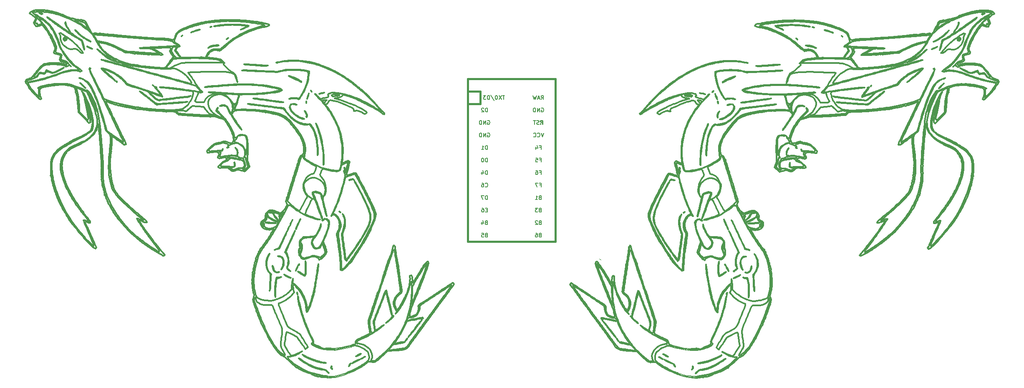
<source format=gbr>
%TF.GenerationSoftware,KiCad,Pcbnew,(5.1.12-1-10_14)*%
%TF.CreationDate,2021-12-22T22:21:50-05:00*%
%TF.ProjectId,keebwirdv1,6b656562-7769-4726-9476-312e6b696361,rev?*%
%TF.SameCoordinates,Original*%
%TF.FileFunction,Legend,Bot*%
%TF.FilePolarity,Positive*%
%FSLAX46Y46*%
G04 Gerber Fmt 4.6, Leading zero omitted, Abs format (unit mm)*
G04 Created by KiCad (PCBNEW (5.1.12-1-10_14)) date 2021-12-22 22:21:50*
%MOMM*%
%LPD*%
G01*
G04 APERTURE LIST*
%ADD10C,0.120000*%
%ADD11C,0.350000*%
%ADD12C,0.218750*%
%ADD13C,0.024499*%
%ADD14C,0.381000*%
%ADD15C,0.150000*%
G04 APERTURE END LIST*
D10*
X113213093Y-127505460D02*
X110462151Y-128076438D01*
X113185856Y-127429577D02*
X113213093Y-127505460D01*
X110433177Y-128010403D02*
X113185856Y-127429577D01*
X110366548Y-127927575D02*
X110433177Y-128010403D01*
X113359625Y-127307904D02*
X110366548Y-127927575D01*
X113251319Y-127461429D02*
X113359625Y-127307904D01*
X113291307Y-127580177D02*
X113251319Y-127461429D01*
X110420451Y-128140165D02*
X113291307Y-127580177D01*
X110345115Y-127933950D02*
X110420451Y-128140165D01*
X109980736Y-127869700D02*
X110345115Y-127933950D01*
X111376785Y-127669073D02*
X109980736Y-127869700D01*
X113605803Y-127178689D02*
X111376785Y-127669073D01*
X113496380Y-127626491D02*
X113605803Y-127178689D01*
X110057261Y-128299519D02*
X113496380Y-127626491D01*
X108979976Y-133775645D02*
X110162863Y-133689747D01*
X108969533Y-133662107D02*
X108979976Y-133775645D01*
X110161698Y-133638769D02*
X108969533Y-133662107D01*
X112052408Y-133109040D02*
X110161698Y-133638769D01*
X112053003Y-133220842D02*
X112052408Y-133109040D01*
X110170404Y-133762155D02*
X112053003Y-133220842D01*
X108915107Y-133855596D02*
X110170404Y-133762155D01*
X108916225Y-133561318D02*
X108915107Y-133855596D01*
X110053940Y-133558843D02*
X108916225Y-133561318D01*
X112104527Y-132986225D02*
X110053940Y-133558843D01*
X112102243Y-133229524D02*
X112104527Y-132986225D01*
X112047223Y-133311211D02*
X112102243Y-133229524D01*
X110202279Y-133869319D02*
X112047223Y-133311211D01*
X108646331Y-133940208D02*
X110202279Y-133869319D01*
X108759227Y-133472710D02*
X108646331Y-133940208D01*
X110040023Y-133465001D02*
X108759227Y-133472710D01*
X111021881Y-133252267D02*
X110040023Y-133465001D01*
X112431797Y-132800228D02*
X111021881Y-133252267D01*
X112314262Y-133236446D02*
X112431797Y-132800228D01*
X110194168Y-133857734D02*
X112314262Y-133236446D01*
X105841342Y-133262836D02*
X110194168Y-133857734D01*
X181934789Y-127968872D02*
X181961872Y-127992673D01*
X179028454Y-127515643D02*
X179551627Y-127613572D01*
X178824730Y-127373528D02*
X179028454Y-127515643D01*
X180997977Y-127795427D02*
X178824730Y-127373528D01*
X178652572Y-127233308D02*
X180997977Y-127795427D01*
X180474990Y-127852739D02*
X181773863Y-128063756D01*
X181879421Y-127994060D02*
X180474990Y-127852739D01*
X181835101Y-128099111D02*
X181879421Y-127994060D01*
X182162128Y-127928662D02*
X181835101Y-128099111D01*
X180259711Y-127744777D02*
X182162128Y-127928662D01*
X178934449Y-127551185D02*
X180259711Y-127744777D01*
X181795262Y-128182255D02*
X178934449Y-127551185D01*
X178882364Y-127627257D02*
X181795262Y-128182255D01*
X181942925Y-128308333D02*
X178882364Y-127627257D01*
X178747828Y-127704718D02*
X181942925Y-128308333D01*
X183233975Y-133822061D02*
X182393247Y-133736749D01*
X183305564Y-133896052D02*
X183233975Y-133822061D01*
X181465587Y-133674732D02*
X183305564Y-133896052D01*
X180178775Y-133315546D02*
X181465587Y-133674732D01*
X180223097Y-133210494D02*
X180178775Y-133315546D01*
X181454541Y-133594870D02*
X180223097Y-133210494D01*
X183242246Y-133737021D02*
X181454541Y-133594870D01*
X183325204Y-133621619D02*
X183242246Y-133737021D01*
X181479543Y-133494997D02*
X183325204Y-133621619D01*
X180228781Y-133115796D02*
X181479543Y-133494997D01*
X180180670Y-133283978D02*
X180228781Y-133115796D01*
X180134083Y-133110112D02*
X180180670Y-133283978D01*
X179950742Y-133314529D02*
X180134083Y-133110112D01*
X181481115Y-133732689D02*
X179950742Y-133314529D01*
X183520842Y-134004014D02*
X181481115Y-133732689D01*
X183403680Y-133528123D02*
X183520842Y-134004014D01*
X181523864Y-133389946D02*
X183403680Y-133528123D01*
X179795636Y-132890216D02*
X181523864Y-133389946D01*
D11*
X116501464Y-76466768D02*
X116232118Y-76208957D01*
X116232118Y-76208957D02*
X115928153Y-75932213D01*
X115928153Y-75932213D02*
X115638691Y-75678696D01*
X115638691Y-75678696D02*
X115308049Y-75397147D01*
X115308049Y-75397147D02*
X115008650Y-75147179D01*
X115008650Y-75147179D02*
X114673921Y-74871475D01*
X114673921Y-74871475D02*
X114492062Y-74722891D01*
X106482774Y-70165604D02*
X106827976Y-70252059D01*
X106827976Y-70252059D02*
X106941296Y-70293538D01*
X107729560Y-70604206D02*
X108097353Y-70748036D01*
X108097353Y-70748036D02*
X108474293Y-70899204D01*
X108474293Y-70899204D02*
X108839515Y-71052082D01*
X108839515Y-71052082D02*
X109180566Y-71205157D01*
X109180566Y-71205157D02*
X109398280Y-71311342D01*
X114804915Y-74790033D02*
X115075052Y-75019870D01*
X115075052Y-75019870D02*
X115120926Y-75070006D01*
X99200561Y-69786205D02*
X99021832Y-69819343D01*
X113374495Y-73677398D02*
X113689284Y-73887964D01*
X113689284Y-73887964D02*
X113980391Y-74120352D01*
X113980391Y-74120352D02*
X114278759Y-74370458D01*
X114278759Y-74370458D02*
X114323550Y-74408857D01*
X118877048Y-78791406D02*
X119120854Y-79069909D01*
X119120854Y-79069909D02*
X119399876Y-79383919D01*
X119399876Y-79383919D02*
X119642844Y-79651980D01*
X119642844Y-79651980D02*
X119907211Y-79933677D01*
X119907211Y-79933677D02*
X120095479Y-80103445D01*
X117164476Y-77108595D02*
X116899601Y-76853830D01*
X116899601Y-76853830D02*
X116637878Y-76600118D01*
X116637878Y-76600118D02*
X116501464Y-76466768D01*
X118363354Y-79119182D02*
X118694381Y-79324980D01*
X118694381Y-79324980D02*
X119033219Y-79535128D01*
X119033219Y-79535128D02*
X119355735Y-79729611D01*
X119355735Y-79729611D02*
X119506552Y-79688739D01*
X109750932Y-71635365D02*
X109351019Y-71434122D01*
X109351019Y-71434122D02*
X108948191Y-71243132D01*
X108948191Y-71243132D02*
X108542267Y-71062343D01*
X108542267Y-71062343D02*
X108133065Y-70891701D01*
X108133065Y-70891701D02*
X107720402Y-70731154D01*
X107720402Y-70731154D02*
X107304097Y-70580648D01*
X107304097Y-70580648D02*
X106883967Y-70440132D01*
X106883967Y-70440132D02*
X106459831Y-70309551D01*
X106459831Y-70309551D02*
X106031506Y-70188854D01*
X106031506Y-70188854D02*
X105598810Y-70077987D01*
X105598810Y-70077987D02*
X105161562Y-69976897D01*
X105161562Y-69976897D02*
X104719580Y-69885533D01*
X104719580Y-69885533D02*
X104272680Y-69803840D01*
X104272680Y-69803840D02*
X103820682Y-69731766D01*
X103820682Y-69731766D02*
X103363404Y-69669259D01*
X103363404Y-69669259D02*
X102900663Y-69616265D01*
X106249138Y-70110427D02*
X106482774Y-70165604D01*
X114323550Y-74408857D02*
X114601287Y-74637064D01*
X114601287Y-74637064D02*
X114804915Y-74790033D01*
X110077690Y-71650456D02*
X110410959Y-71815800D01*
X110410959Y-71815800D02*
X110729808Y-71987236D01*
X110729808Y-71987236D02*
X110948300Y-72118420D01*
X110362214Y-71948902D02*
X110044047Y-71786758D01*
X110044047Y-71786758D02*
X109750932Y-71635365D01*
X113046447Y-73456850D02*
X113332792Y-73660424D01*
X113332792Y-73660424D02*
X113374495Y-73677398D01*
X112145432Y-72807875D02*
X112442830Y-73015804D01*
X112442830Y-73015804D02*
X112577107Y-73106959D01*
X113145557Y-73704340D02*
X112858635Y-73496255D01*
X112858635Y-73496255D02*
X112568735Y-73284853D01*
X112568735Y-73284853D02*
X112486217Y-73224264D01*
X100131397Y-69664458D02*
X99771514Y-69701099D01*
X99771514Y-69701099D02*
X99668985Y-69702291D01*
X112486217Y-73224264D02*
X112139284Y-72992286D01*
X112139284Y-72992286D02*
X111779714Y-72767606D01*
X111779714Y-72767606D02*
X111459276Y-72573047D01*
X111459276Y-72573047D02*
X111134457Y-72380181D01*
X111134457Y-72380181D02*
X110828105Y-72202723D01*
X110828105Y-72202723D02*
X110505950Y-72023466D01*
X110505950Y-72023466D02*
X110362214Y-71948902D01*
X99668985Y-69702291D02*
X99365611Y-69759255D01*
X109061692Y-76187149D02*
X109395565Y-76077782D01*
X119506552Y-79688739D02*
X119278683Y-79383522D01*
X119278683Y-79383522D02*
X119011865Y-79072272D01*
X119011865Y-79072272D02*
X118767261Y-78796330D01*
X118767261Y-78796330D02*
X118497201Y-78497917D01*
X118497201Y-78497917D02*
X118213098Y-78189599D01*
X118213098Y-78189599D02*
X117926363Y-77883942D01*
X117926363Y-77883942D02*
X117648406Y-77593511D01*
X117648406Y-77593511D02*
X117390640Y-77330874D01*
X117390640Y-77330874D02*
X117164476Y-77108595D01*
X112188763Y-76375248D02*
X112687340Y-76501815D01*
X112687340Y-76501815D02*
X113036143Y-76604406D01*
X113036143Y-76604406D02*
X113396591Y-76720906D01*
X113396591Y-76720906D02*
X113767404Y-76850747D01*
X113767404Y-76850747D02*
X114147304Y-76993360D01*
X114147304Y-76993360D02*
X114535014Y-77148179D01*
X114535014Y-77148179D02*
X114929254Y-77314636D01*
X114929254Y-77314636D02*
X115328748Y-77492163D01*
X115328748Y-77492163D02*
X115732215Y-77680192D01*
X115732215Y-77680192D02*
X116138379Y-77878157D01*
X116138379Y-77878157D02*
X116545961Y-78085488D01*
X116545961Y-78085488D02*
X116953682Y-78301620D01*
X116953682Y-78301620D02*
X117360265Y-78525983D01*
X117360265Y-78525983D02*
X117764431Y-78758011D01*
X117764431Y-78758011D02*
X118164903Y-78997135D01*
X118164903Y-78997135D02*
X118363354Y-79119182D01*
X108845258Y-76626596D02*
X108734880Y-76559351D01*
X110948300Y-72118420D02*
X111251092Y-72297114D01*
X111251092Y-72297114D02*
X111355964Y-72354570D01*
X115313272Y-75224688D02*
X115608765Y-75431887D01*
X115608765Y-75431887D02*
X115970822Y-75757903D01*
X115970822Y-75757903D02*
X116307462Y-76079483D01*
X116307462Y-76079483D02*
X116685687Y-76452897D01*
X116685687Y-76452897D02*
X116954621Y-76724315D01*
X116954621Y-76724315D02*
X117232561Y-77009289D01*
X117232561Y-77009289D02*
X117515716Y-77304026D01*
X117515716Y-77304026D02*
X117800296Y-77604732D01*
X117800296Y-77604732D02*
X118082509Y-77907617D01*
X118082509Y-77907617D02*
X118358566Y-78208885D01*
X118358566Y-78208885D02*
X118624675Y-78504746D01*
X118624675Y-78504746D02*
X118877048Y-78791406D01*
X109395565Y-76077782D02*
X109525141Y-76044845D01*
X109673750Y-76041292D02*
X110082871Y-76028078D01*
X110082871Y-76028078D02*
X110468862Y-76068582D01*
X110468862Y-76068582D02*
X110836325Y-76119828D01*
X110836325Y-76119828D02*
X111238657Y-76185530D01*
X111238657Y-76185530D02*
X111659905Y-76263571D01*
X111659905Y-76263571D02*
X112084116Y-76351833D01*
X112084116Y-76351833D02*
X112188763Y-76375248D01*
X108734880Y-76559351D02*
X108872669Y-76227132D01*
X108872669Y-76227132D02*
X109061692Y-76187149D01*
X101090659Y-69493367D02*
X101455327Y-69485524D01*
X101455327Y-69485524D02*
X101812361Y-69484361D01*
X101812361Y-69484361D02*
X102163780Y-69490028D01*
X102163780Y-69490028D02*
X102627091Y-69508466D01*
X102627091Y-69508466D02*
X103088794Y-69539668D01*
X103088794Y-69539668D02*
X103553675Y-69583989D01*
X103553675Y-69583989D02*
X103907299Y-69626053D01*
X103907299Y-69626053D02*
X104267423Y-69675846D01*
X104267423Y-69675846D02*
X104636064Y-69733519D01*
X104636064Y-69733519D02*
X104887554Y-69776419D01*
X109525141Y-76044845D02*
X109673750Y-76041292D01*
X109398280Y-71311342D02*
X109714240Y-71470061D01*
X109714240Y-71470061D02*
X110041167Y-71632460D01*
X110041167Y-71632460D02*
X110077690Y-71650456D01*
X115120926Y-75070006D02*
X115313272Y-75224688D01*
X99021832Y-69819343D02*
X98835903Y-69844289D01*
X106941296Y-70293538D02*
X107275741Y-70426845D01*
X107275741Y-70426845D02*
X107616253Y-70560189D01*
X107616253Y-70560189D02*
X107729560Y-70604206D01*
X104887554Y-69776419D02*
X105251741Y-69851499D01*
X105251741Y-69851499D02*
X105641213Y-69942338D01*
X105641213Y-69942338D02*
X105995533Y-70031837D01*
X105995533Y-70031837D02*
X106249138Y-70110427D01*
X100989233Y-69603632D02*
X100624866Y-69622481D01*
X100624866Y-69622481D02*
X100470441Y-69625554D01*
X100470441Y-69625554D02*
X100131397Y-69664458D01*
X111355964Y-72354570D02*
X111691153Y-72527741D01*
X111691153Y-72527741D02*
X111994007Y-72704095D01*
X111994007Y-72704095D02*
X112145432Y-72807875D01*
X98835903Y-69844289D02*
X99189711Y-69732926D01*
X99189711Y-69732926D02*
X99587874Y-69662021D01*
X99587874Y-69662021D02*
X99958067Y-69606467D01*
X99958067Y-69606467D02*
X100341011Y-69557111D01*
X100341011Y-69557111D02*
X100706087Y-69518710D01*
X100706087Y-69518710D02*
X101090659Y-69493367D01*
X99365611Y-69759255D02*
X99200561Y-69786205D01*
X114492062Y-74722891D02*
X114189888Y-74482455D01*
X114189888Y-74482455D02*
X113877405Y-74243365D01*
X113877405Y-74243365D02*
X113562199Y-74008553D01*
X113562199Y-74008553D02*
X113255847Y-73784351D01*
X113255847Y-73784351D02*
X113145557Y-73704340D01*
X112577107Y-73106959D02*
X112875095Y-73323385D01*
X112875095Y-73323385D02*
X113046447Y-73456850D01*
X102900663Y-69616265D02*
X102518927Y-69592773D01*
X102518927Y-69592773D02*
X102144419Y-69583741D01*
X102144419Y-69583741D02*
X101738260Y-69582363D01*
X101738260Y-69582363D02*
X101340012Y-69588905D01*
X101340012Y-69588905D02*
X100989233Y-69603632D01*
X108353341Y-91485405D02*
X108725594Y-91574774D01*
X108725594Y-91574774D02*
X109156736Y-91660721D01*
X109156736Y-91660721D02*
X109522217Y-91723717D01*
X109522217Y-91723717D02*
X109887961Y-91778870D01*
X109887961Y-91778870D02*
X110237334Y-91823670D01*
X110237334Y-91823670D02*
X110625690Y-91861282D01*
X110625690Y-91861282D02*
X110929990Y-91873885D01*
X104350219Y-89607954D02*
X104658135Y-89813164D01*
X104658135Y-89813164D02*
X105006036Y-90029163D01*
X105006036Y-90029163D02*
X105380740Y-90249183D01*
X105380740Y-90249183D02*
X105769062Y-90466453D01*
X105769062Y-90466453D02*
X106157821Y-90674205D01*
X106157821Y-90674205D02*
X106533834Y-90865668D01*
X106533834Y-90865668D02*
X106883917Y-91034074D01*
X106883917Y-91034074D02*
X107287576Y-91211049D01*
X107287576Y-91211049D02*
X107646767Y-91333254D01*
X107646767Y-91333254D02*
X107732681Y-91344898D01*
X90409014Y-77920145D02*
X90302946Y-78284362D01*
X90302946Y-78284362D02*
X90156615Y-78650981D01*
X90156615Y-78650981D02*
X90007689Y-78980798D01*
X90007689Y-78980798D02*
X89901544Y-79190969D01*
X111663266Y-87096494D02*
X111621522Y-86708598D01*
X111621522Y-86708598D02*
X111566252Y-86346675D01*
X111566252Y-86346675D02*
X111497107Y-85926305D01*
X111497107Y-85926305D02*
X111420881Y-85487641D01*
X111420881Y-85487641D02*
X111344369Y-85070838D01*
X111344369Y-85070838D02*
X111274365Y-84716049D01*
X111274365Y-84716049D02*
X111217663Y-84463427D01*
X110929990Y-91873885D02*
X111172390Y-91670486D01*
X89758470Y-79458297D02*
X90067469Y-79460495D01*
X83759226Y-77608491D02*
X83955119Y-77296665D01*
X83955119Y-77296665D02*
X84196483Y-77016117D01*
X84196483Y-77016117D02*
X84476020Y-76771004D01*
X84476020Y-76771004D02*
X84786434Y-76565480D01*
X84786434Y-76565480D02*
X85120431Y-76403701D01*
X85120431Y-76403701D02*
X85470713Y-76289823D01*
X85470713Y-76289823D02*
X85829984Y-76228001D01*
X85829984Y-76228001D02*
X86190950Y-76222392D01*
X99420684Y-75465511D02*
X99166257Y-75706449D01*
X99166257Y-75706449D02*
X98739561Y-75826964D01*
X98739561Y-75826964D02*
X98361810Y-75905182D01*
X98361810Y-75905182D02*
X97918407Y-75980607D01*
X97918407Y-75980607D02*
X97417047Y-76052305D01*
X97417047Y-76052305D02*
X96865423Y-76119341D01*
X96865423Y-76119341D02*
X96271232Y-76180779D01*
X96271232Y-76180779D02*
X95642166Y-76235684D01*
X95642166Y-76235684D02*
X94985922Y-76283121D01*
X94985922Y-76283121D02*
X94310192Y-76322155D01*
X94310192Y-76322155D02*
X93622673Y-76351850D01*
X93622673Y-76351850D02*
X92931059Y-76371271D01*
X92931059Y-76371271D02*
X92243043Y-76379482D01*
X92243043Y-76379482D02*
X91902790Y-76379093D01*
X81742787Y-77740910D02*
X82074286Y-77940449D01*
X82074286Y-77940449D02*
X82451830Y-77985525D01*
X82451830Y-77985525D02*
X82820854Y-77999717D01*
X82820854Y-77999717D02*
X83209956Y-77988071D01*
X83209956Y-77988071D02*
X83287763Y-77982263D01*
X84109840Y-74845501D02*
X84497954Y-74773189D01*
X84497954Y-74773189D02*
X84892461Y-74722564D01*
X84892461Y-74722564D02*
X85243831Y-74690867D01*
X85243831Y-74690867D02*
X85287290Y-74690263D01*
X111677591Y-87663031D02*
X111663498Y-87303239D01*
X111663498Y-87303239D02*
X111663266Y-87096494D01*
X104098734Y-88242839D02*
X104047268Y-88592799D01*
X104047268Y-88592799D02*
X103997894Y-88950540D01*
X103997894Y-88950540D02*
X103980362Y-89091835D01*
X110191207Y-81720329D02*
X109992014Y-81319137D01*
X109992014Y-81319137D02*
X109748161Y-80881390D01*
X109748161Y-80881390D02*
X109564593Y-80574556D01*
X109564593Y-80574556D02*
X109366893Y-80259435D01*
X109366893Y-80259435D02*
X109157348Y-79939209D01*
X109157348Y-79939209D02*
X108938245Y-79617062D01*
X108938245Y-79617062D02*
X108711870Y-79296178D01*
X108711870Y-79296178D02*
X108480511Y-78979740D01*
X108480511Y-78979740D02*
X108246454Y-78670933D01*
X108246454Y-78670933D02*
X108011986Y-78372938D01*
X108011986Y-78372938D02*
X107779395Y-78088941D01*
X107779395Y-78088941D02*
X107550965Y-77822124D01*
X107550965Y-77822124D02*
X107221129Y-77461077D01*
X107221129Y-77461077D02*
X106913523Y-77156593D01*
X83273132Y-75919610D02*
X82919556Y-76034894D01*
X82919556Y-76034894D02*
X82853865Y-76023842D01*
X107732681Y-91344898D02*
X108093116Y-91418424D01*
X108093116Y-91418424D02*
X108353341Y-91485405D01*
X108865459Y-76774138D02*
X108845258Y-76626596D01*
X90067469Y-79460495D02*
X90421541Y-79457596D01*
X90421541Y-79457596D02*
X90789727Y-79449037D01*
X90789727Y-79449037D02*
X90838336Y-79447495D01*
X91902790Y-76379093D02*
X91546022Y-76380662D01*
X91546022Y-76380662D02*
X91195146Y-76394183D01*
X91195146Y-76394183D02*
X90837885Y-76446450D01*
X90837885Y-76446450D02*
X90759944Y-76667483D01*
X83576183Y-77958360D02*
X83759226Y-77608491D01*
X108086679Y-77085382D02*
X108422825Y-76986514D01*
X108422825Y-76986514D02*
X108451298Y-76986621D01*
X106368194Y-76447133D02*
X106527596Y-76649328D01*
X106316406Y-76376736D02*
X106368194Y-76447133D01*
X89362533Y-74383613D02*
X89743446Y-74360543D01*
X89743446Y-74360543D02*
X90098816Y-74330640D01*
X90098816Y-74330640D02*
X90392227Y-74283829D01*
X83950411Y-74855489D02*
X84109840Y-74845501D01*
X82499887Y-75959758D02*
X82331671Y-76430237D01*
X84842560Y-75893858D02*
X85306943Y-75928798D01*
X85306943Y-75928798D02*
X85753356Y-75961937D01*
X85753356Y-75961937D02*
X86182456Y-75993301D01*
X86182456Y-75993301D02*
X86594897Y-76022914D01*
X86594897Y-76022914D02*
X86991337Y-76050801D01*
X86991337Y-76050801D02*
X87372429Y-76076986D01*
X87372429Y-76076986D02*
X87738831Y-76101496D01*
X87738831Y-76101496D02*
X88091197Y-76124354D01*
X88091197Y-76124354D02*
X88756448Y-76165216D01*
X88756448Y-76165216D02*
X89373427Y-76199772D01*
X89373427Y-76199772D02*
X89947379Y-76228221D01*
X89947379Y-76228221D02*
X90483552Y-76250763D01*
X90483552Y-76250763D02*
X90987190Y-76267596D01*
X90987190Y-76267596D02*
X91463540Y-76278920D01*
X91463540Y-76278920D02*
X91917848Y-76284934D01*
X91917848Y-76284934D02*
X92355358Y-76285837D01*
X92355358Y-76285837D02*
X92781319Y-76281829D01*
X92781319Y-76281829D02*
X93200974Y-76273110D01*
X93200974Y-76273110D02*
X93619570Y-76259877D01*
X93619570Y-76259877D02*
X94042354Y-76242332D01*
X86219594Y-74619570D02*
X86640302Y-74582066D01*
X86640302Y-74582066D02*
X87015704Y-74549181D01*
X87015704Y-74549181D02*
X87457265Y-74511660D01*
X87457265Y-74511660D02*
X87845887Y-74480288D01*
X87845887Y-74480288D02*
X88197345Y-74453886D01*
X88197345Y-74453886D02*
X88608438Y-74426078D01*
X88608438Y-74426078D02*
X89016920Y-74401896D01*
X89016920Y-74401896D02*
X89362533Y-74383613D01*
X83758581Y-74892337D02*
X83950411Y-74855489D01*
X106943527Y-77044033D02*
X107206889Y-77291834D01*
X107206889Y-77291834D02*
X107455557Y-77298861D01*
X94042354Y-76242332D02*
X94434083Y-76220953D01*
X94434083Y-76220953D02*
X94841137Y-76192588D01*
X94841137Y-76192588D02*
X95257941Y-76158048D01*
X95257941Y-76158048D02*
X95678925Y-76118143D01*
X95678925Y-76118143D02*
X96098517Y-76073686D01*
X96098517Y-76073686D02*
X96511145Y-76025487D01*
X96511145Y-76025487D02*
X96911237Y-75974357D01*
X96911237Y-75974357D02*
X97293222Y-75921108D01*
X97293222Y-75921108D02*
X97651526Y-75866550D01*
X97651526Y-75866550D02*
X98132396Y-75784035D01*
X98132396Y-75784035D02*
X98528645Y-75703138D01*
X98528645Y-75703138D02*
X98892844Y-75602527D01*
X98892844Y-75602527D02*
X99028601Y-75516151D01*
X101597779Y-82360744D02*
X101981434Y-82833483D01*
X101981434Y-82833483D02*
X102330686Y-83282586D01*
X102330686Y-83282586D02*
X102646412Y-83710113D01*
X102646412Y-83710113D02*
X102929488Y-84118126D01*
X102929488Y-84118126D02*
X103180790Y-84508689D01*
X103180790Y-84508689D02*
X103401195Y-84883862D01*
X103401195Y-84883862D02*
X103591580Y-85245708D01*
X103591580Y-85245708D02*
X103752821Y-85596289D01*
X103752821Y-85596289D02*
X103885793Y-85937667D01*
X103885793Y-85937667D02*
X103991375Y-86271904D01*
X103991375Y-86271904D02*
X104100307Y-86764380D01*
X104100307Y-86764380D02*
X104152538Y-87252389D01*
X104152538Y-87252389D02*
X104151028Y-87742888D01*
X104151028Y-87742888D02*
X104098734Y-88242839D01*
X90904949Y-74308710D02*
X91499171Y-74291604D01*
X91499171Y-74291604D02*
X92127979Y-74292240D01*
X92127979Y-74292240D02*
X92782189Y-74309370D01*
X92782189Y-74309370D02*
X93452620Y-74341747D01*
X93452620Y-74341747D02*
X94130089Y-74388123D01*
X94130089Y-74388123D02*
X94805414Y-74447251D01*
X94805414Y-74447251D02*
X95469413Y-74517884D01*
X95469413Y-74517884D02*
X96112904Y-74598775D01*
X96112904Y-74598775D02*
X96726705Y-74688676D01*
X96726705Y-74688676D02*
X97301634Y-74786341D01*
X97301634Y-74786341D02*
X97828508Y-74890521D01*
X97828508Y-74890521D02*
X98298145Y-74999971D01*
X98298145Y-74999971D02*
X98701363Y-75113441D01*
X98701363Y-75113441D02*
X99161569Y-75288460D01*
X99161569Y-75288460D02*
X99420684Y-75465511D01*
X85609610Y-74764352D02*
X85251776Y-74793879D01*
X85251776Y-74793879D02*
X84899708Y-74827466D01*
X84899708Y-74827466D02*
X84549619Y-74862740D01*
X110479307Y-82346095D02*
X110330465Y-82023057D01*
X110330465Y-82023057D02*
X110191207Y-81720329D01*
X82853865Y-76023842D02*
X82499887Y-75959758D01*
X90392227Y-74283829D02*
X90492106Y-74279789D01*
X89901544Y-79190969D02*
X89758470Y-79458297D01*
X96662060Y-79808528D02*
X97147818Y-79893773D01*
X97147818Y-79893773D02*
X97594045Y-79980705D01*
X97594045Y-79980705D02*
X98004146Y-80071084D01*
X98004146Y-80071084D02*
X98381528Y-80166670D01*
X98381528Y-80166670D02*
X98729597Y-80269224D01*
X98729597Y-80269224D02*
X99204187Y-80439972D01*
X99204187Y-80439972D02*
X99631981Y-80636301D01*
X99631981Y-80636301D02*
X100024474Y-80864154D01*
X100024474Y-80864154D02*
X100393161Y-81129472D01*
X100393161Y-81129472D02*
X100749537Y-81438198D01*
X100749537Y-81438198D02*
X101105098Y-81796274D01*
X101105098Y-81796274D02*
X101347362Y-82065341D01*
X101347362Y-82065341D02*
X101597779Y-82360744D01*
X88027393Y-74580484D02*
X87608539Y-74615567D01*
X87608539Y-74615567D02*
X87257527Y-74643584D01*
X87257527Y-74643584D02*
X86881133Y-74672867D01*
X86881133Y-74672867D02*
X86506821Y-74701330D01*
X86506821Y-74701330D02*
X86083695Y-74732574D01*
X86083695Y-74732574D02*
X85712400Y-74758330D01*
X85712400Y-74758330D02*
X85609610Y-74764352D01*
X103980362Y-89091835D02*
X103954293Y-89332155D01*
X93444686Y-74448483D02*
X93066869Y-74436619D01*
X93066869Y-74436619D02*
X92714966Y-74425326D01*
X92714966Y-74425326D02*
X92356852Y-74413452D01*
X92356852Y-74413452D02*
X92340450Y-74412881D01*
X85395965Y-76035863D02*
X84974739Y-75987681D01*
X84974739Y-75987681D02*
X84576611Y-75936345D01*
X84576611Y-75936345D02*
X84842560Y-75893858D01*
X91387474Y-74411214D02*
X90959948Y-74420890D01*
X90959948Y-74420890D02*
X90518142Y-74439346D01*
X90518142Y-74439346D02*
X90130766Y-74457432D01*
X90130766Y-74457432D02*
X89718787Y-74477978D01*
X89718787Y-74477978D02*
X89303278Y-74499923D01*
X89303278Y-74499923D02*
X88905311Y-74522207D01*
X88905311Y-74522207D02*
X88545959Y-74543768D01*
X88545959Y-74543768D02*
X88163314Y-74569561D01*
X88163314Y-74569561D02*
X88027393Y-74580484D01*
X92340450Y-74412881D02*
X91986306Y-74408358D01*
X91986306Y-74408358D02*
X91801157Y-74411950D01*
X85287290Y-74690263D02*
X85640419Y-74668218D01*
X85640419Y-74668218D02*
X86012114Y-74637779D01*
X86012114Y-74637779D02*
X86219594Y-74619570D01*
X108451298Y-76986621D02*
X108795175Y-76913107D01*
X108795175Y-76913107D02*
X108865459Y-76774138D01*
X111172390Y-91670486D02*
X111287357Y-91257757D01*
X111287357Y-91257757D02*
X111367359Y-90903989D01*
X111367359Y-90903989D02*
X111440828Y-90521808D01*
X111440828Y-90521808D02*
X111506688Y-90119756D01*
X111506688Y-90119756D02*
X111563861Y-89706376D01*
X111563861Y-89706376D02*
X111611269Y-89290211D01*
X111611269Y-89290211D02*
X111647836Y-88879802D01*
X111647836Y-88879802D02*
X111672484Y-88483692D01*
X111672484Y-88483692D02*
X111684135Y-88110425D01*
X111684135Y-88110425D02*
X111677591Y-87663031D01*
X91801157Y-74411950D02*
X91449920Y-74413853D01*
X91449920Y-74413853D02*
X91387474Y-74411214D01*
X103954293Y-89332155D02*
X104350219Y-89607954D01*
X90743320Y-76799926D02*
X90591664Y-77162707D01*
X90591664Y-77162707D02*
X90486911Y-77523164D01*
X90486911Y-77523164D02*
X90413804Y-77868786D01*
X90413804Y-77868786D02*
X90409014Y-77920145D01*
X90759944Y-76667483D02*
X90743320Y-76799926D01*
X107860048Y-77151753D02*
X108086679Y-77085382D01*
X90492106Y-74279789D02*
X90847711Y-74310802D01*
X90847711Y-74310802D02*
X90904949Y-74308710D01*
X99028601Y-75516151D02*
X98721004Y-75290104D01*
X98721004Y-75290104D02*
X98355800Y-75165607D01*
X98355800Y-75165607D02*
X97878679Y-75039009D01*
X97878679Y-75039009D02*
X97509171Y-74955498D01*
X97509171Y-74955498D02*
X97106045Y-74874134D01*
X97106045Y-74874134D02*
X96675751Y-74796151D01*
X96675751Y-74796151D02*
X96224736Y-74722782D01*
X96224736Y-74722782D02*
X95759452Y-74655259D01*
X95759452Y-74655259D02*
X95286345Y-74594814D01*
X95286345Y-74594814D02*
X94811866Y-74542682D01*
X94811866Y-74542682D02*
X94342464Y-74500094D01*
X94342464Y-74500094D02*
X93884587Y-74468283D01*
X93884587Y-74468283D02*
X93444686Y-74448483D01*
X107455557Y-77298861D02*
X107779612Y-77143493D01*
X107779612Y-77143493D02*
X107860048Y-77151753D01*
X82331671Y-76430237D02*
X82196718Y-76781739D01*
X82196718Y-76781739D02*
X82042032Y-77148613D01*
X82042032Y-77148613D02*
X81894642Y-77470593D01*
X81894642Y-77470593D02*
X81742787Y-77740910D01*
X111217663Y-84463427D02*
X111106361Y-84057282D01*
X111106361Y-84057282D02*
X110999135Y-83708016D01*
X110999135Y-83708016D02*
X110882148Y-83358642D01*
X110882148Y-83358642D02*
X110758586Y-83018276D01*
X110758586Y-83018276D02*
X110606118Y-82634561D01*
X110606118Y-82634561D02*
X110479307Y-82346095D01*
X86190950Y-76222392D02*
X86550622Y-76228115D01*
X86550622Y-76228115D02*
X86194688Y-76139660D01*
X86194688Y-76139660D02*
X85841432Y-76089078D01*
X85841432Y-76089078D02*
X85491559Y-76046511D01*
X85491559Y-76046511D02*
X85395965Y-76035863D01*
X83287763Y-77982263D02*
X83576183Y-77958360D01*
X106129076Y-76306532D02*
X106316406Y-76376736D01*
X84549619Y-74862740D02*
X84183866Y-74895310D01*
X84183866Y-74895310D02*
X83829366Y-74909761D01*
X83829366Y-74909761D02*
X83758581Y-74892337D01*
X106527596Y-76649328D02*
X106802075Y-76887676D01*
X106802075Y-76887676D02*
X106943527Y-77044033D01*
X106913523Y-77156593D02*
X106635078Y-76877219D01*
X106635078Y-76877219D02*
X106378668Y-76604624D01*
X106378668Y-76604624D02*
X106140659Y-76337940D01*
X106140659Y-76337940D02*
X106129076Y-76306532D01*
X90838336Y-79447495D02*
X91352226Y-79436335D01*
X91352226Y-79436335D02*
X91711428Y-79434870D01*
X91711428Y-79434870D02*
X92081236Y-79438018D01*
X92081236Y-79438018D02*
X92459354Y-79445637D01*
X92459354Y-79445637D02*
X92843485Y-79457585D01*
X92843485Y-79457585D02*
X93231331Y-79473718D01*
X93231331Y-79473718D02*
X93620597Y-79493895D01*
X93620597Y-79493895D02*
X94008984Y-79517974D01*
X94008984Y-79517974D02*
X94394197Y-79545810D01*
X94394197Y-79545810D02*
X94773937Y-79577264D01*
X94773937Y-79577264D02*
X95145909Y-79612190D01*
X95145909Y-79612190D02*
X95507816Y-79650448D01*
X95507816Y-79650448D02*
X95857360Y-79691895D01*
X95857360Y-79691895D02*
X96353471Y-79759732D01*
X96353471Y-79759732D02*
X96662060Y-79808528D01*
X93551311Y-61576486D02*
X93899855Y-61623085D01*
X93899855Y-61623085D02*
X93917284Y-61618581D01*
X90011190Y-61279539D02*
X90366279Y-61305807D01*
X90366279Y-61305807D02*
X90732456Y-61318009D01*
X90732456Y-61318009D02*
X90777461Y-61317068D01*
X85983002Y-67406742D02*
X85625112Y-67419024D01*
X85625112Y-67419024D02*
X85551460Y-67414700D01*
X95498902Y-61854679D02*
X95856083Y-61932595D01*
X95856083Y-61932595D02*
X95905249Y-61941339D01*
X90469346Y-64750381D02*
X90169662Y-64939144D01*
X90169662Y-64939144D02*
X89974886Y-65016673D01*
X96798765Y-62196780D02*
X96843783Y-62394005D01*
X95111859Y-62845381D02*
X94902003Y-62890731D01*
X93917284Y-61618581D02*
X94270342Y-61643552D01*
X94270342Y-61643552D02*
X94337856Y-61657893D01*
X92475056Y-63740943D02*
X92156841Y-63907289D01*
X92156841Y-63907289D02*
X92096264Y-63929704D01*
X82350875Y-74809851D02*
X82576591Y-75091420D01*
X82576591Y-75091420D02*
X82612603Y-75165148D01*
X95037140Y-61778105D02*
X95385293Y-61829274D01*
X95385293Y-61829274D02*
X95498902Y-61854679D01*
X89133790Y-61267746D02*
X89462122Y-61264979D01*
X90943268Y-64478163D02*
X90615544Y-64651962D01*
X90615544Y-64651962D02*
X90469346Y-64750381D01*
X83261741Y-75805047D02*
X83273132Y-75919610D01*
X90777461Y-61317068D02*
X91167620Y-61327947D01*
X91167620Y-61327947D02*
X91552071Y-61353397D01*
X91552071Y-61353397D02*
X91989656Y-61389070D01*
X91989656Y-61389070D02*
X92440655Y-61431250D01*
X92440655Y-61431250D02*
X92865346Y-61476222D01*
X92865346Y-61476222D02*
X93224009Y-61520271D01*
X93224009Y-61520271D02*
X93551311Y-61576486D01*
X94419709Y-63011765D02*
X94086780Y-63137867D01*
X94086780Y-63137867D02*
X94056383Y-63145193D01*
X89639501Y-72180532D02*
X89240468Y-72007975D01*
X89240468Y-72007975D02*
X88879005Y-71935255D01*
X88879005Y-71935255D02*
X88425979Y-71872734D01*
X88425979Y-71872734D02*
X87893689Y-71821283D01*
X87893689Y-71821283D02*
X87500868Y-71793560D01*
X87500868Y-71793560D02*
X87081930Y-71771402D01*
X87081930Y-71771402D02*
X86640520Y-71755065D01*
X86640520Y-71755065D02*
X86180283Y-71744807D01*
X86180283Y-71744807D02*
X85704862Y-71740886D01*
X85704862Y-71740886D02*
X85217902Y-71743560D01*
X85217902Y-71743560D02*
X84723048Y-71753086D01*
X84723048Y-71753086D02*
X84223945Y-71769722D01*
X84223945Y-71769722D02*
X83973939Y-71780787D01*
X83117702Y-75682305D02*
X83261741Y-75805047D01*
X80960499Y-71894184D02*
X80593950Y-71907099D01*
X80593950Y-71907099D02*
X80399642Y-71925921D01*
X82612603Y-75165148D02*
X82827595Y-75473280D01*
X82827595Y-75473280D02*
X83117702Y-75682305D01*
X86454273Y-67444559D02*
X86097651Y-67402713D01*
X86097651Y-67402713D02*
X85983002Y-67406742D01*
X81775724Y-73949670D02*
X81954560Y-74253936D01*
X81954560Y-74253936D02*
X82148941Y-74548055D01*
X82148941Y-74548055D02*
X82350875Y-74809851D01*
X90281683Y-73745404D02*
X90186044Y-73407359D01*
X90186044Y-73407359D02*
X90065380Y-73056797D01*
X90065380Y-73056797D02*
X89931924Y-72723521D01*
X89931924Y-72723521D02*
X89776380Y-72396312D01*
X89776380Y-72396312D02*
X89639501Y-72180532D01*
X84204137Y-68816312D02*
X84575714Y-68912301D01*
X84575714Y-68912301D02*
X84972385Y-68966810D01*
X84972385Y-68966810D02*
X85335952Y-69007833D01*
X84510565Y-68185510D02*
X84316155Y-68490479D01*
X84316155Y-68490479D02*
X84251612Y-68713922D01*
X86596001Y-67470277D02*
X86454273Y-67444559D01*
X86725101Y-67506583D02*
X86596001Y-67470277D01*
X92770911Y-63601256D02*
X92475056Y-63740943D01*
X94633158Y-62964394D02*
X94419709Y-63011765D01*
X84251612Y-68713922D02*
X84204137Y-68816312D01*
X80921629Y-72665547D02*
X81157929Y-72989480D01*
X81157929Y-72989480D02*
X81368506Y-73295816D01*
X81368506Y-73295816D02*
X81562991Y-73593950D01*
X81562991Y-73593950D02*
X81759209Y-73919788D01*
X81759209Y-73919788D02*
X81775724Y-73949670D01*
X80399642Y-71925921D02*
X80600188Y-72231818D01*
X80600188Y-72231818D02*
X80812384Y-72520645D01*
X80812384Y-72520645D02*
X80921629Y-72665547D01*
X93784160Y-63257435D02*
X93658377Y-63279901D01*
X83973939Y-71780787D02*
X83534612Y-71801357D01*
X83534612Y-71801357D02*
X83109591Y-71820238D01*
X83109591Y-71820238D02*
X82700673Y-71837359D01*
X82700673Y-71837359D02*
X82309654Y-71852653D01*
X82309654Y-71852653D02*
X81938331Y-71866051D01*
X81938331Y-71866051D02*
X81588499Y-71877485D01*
X81588499Y-71877485D02*
X81184170Y-71888909D01*
X81184170Y-71888909D02*
X80960499Y-71894184D01*
X94767760Y-62927576D02*
X94633158Y-62964394D01*
X95317145Y-62794597D02*
X95111859Y-62845381D01*
X91193357Y-64380178D02*
X90943268Y-64478163D01*
X89974886Y-65016673D02*
X89678204Y-65206101D01*
X89678204Y-65206101D02*
X89378963Y-65440335D01*
X89378963Y-65440335D02*
X89047210Y-65709539D01*
X89047210Y-65709539D02*
X88726216Y-65974645D01*
X88726216Y-65974645D02*
X88452263Y-66203099D01*
X88452263Y-66203099D02*
X88354522Y-66284971D01*
X87564441Y-70356050D02*
X87841107Y-70607422D01*
X87841107Y-70607422D02*
X88103549Y-70849475D01*
X88103549Y-70849475D02*
X88187857Y-70927823D01*
X85335952Y-69007833D02*
X85706604Y-69050478D01*
X85706604Y-69050478D02*
X86056369Y-69098304D01*
X86056369Y-69098304D02*
X86410812Y-69156122D01*
X86410812Y-69156122D02*
X86755442Y-69232256D01*
X86755442Y-69232256D02*
X86809453Y-69251572D01*
X84694953Y-67888135D02*
X84510565Y-68185510D01*
X89462122Y-61264979D02*
X89834219Y-61265365D01*
X89834219Y-61265365D02*
X90011190Y-61279539D01*
X88187857Y-70927823D02*
X88453320Y-71174961D01*
X88453320Y-71174961D02*
X88710560Y-71414298D01*
X88710560Y-71414298D02*
X88841729Y-71536278D01*
X87087137Y-69325716D02*
X87377843Y-69568391D01*
X87377843Y-69568391D02*
X87625793Y-69822582D01*
X87625793Y-69822582D02*
X87781166Y-70020289D01*
X87781166Y-70020289D02*
X87621199Y-70052912D01*
X96843783Y-62394005D02*
X96511707Y-62543355D01*
X96511707Y-62543355D02*
X96142111Y-62640892D01*
X96142111Y-62640892D02*
X95791807Y-62693974D01*
X95791807Y-62693974D02*
X95724075Y-62689462D01*
X88354522Y-66284971D02*
X87985957Y-66593606D01*
X87985957Y-66593606D02*
X87680231Y-66848445D01*
X87680231Y-66848445D02*
X87359462Y-67112706D01*
X87359462Y-67112706D02*
X87077120Y-67337386D01*
X87077120Y-67337386D02*
X86770746Y-67522510D01*
X86770746Y-67522510D02*
X86725101Y-67506583D01*
X94337856Y-61657893D02*
X94701838Y-61728244D01*
X94701838Y-61728244D02*
X95037140Y-61778105D01*
X92096264Y-63929704D02*
X91763034Y-64073021D01*
X91763034Y-64073021D02*
X91438286Y-64240523D01*
X91438286Y-64240523D02*
X91193357Y-64380178D01*
X89390493Y-71860900D02*
X89726792Y-72077853D01*
X89726792Y-72077853D02*
X89946566Y-72379528D01*
X89946566Y-72379528D02*
X90105169Y-72715176D01*
X90105169Y-72715176D02*
X90238937Y-73122262D01*
X90238937Y-73122262D02*
X90326481Y-73496119D01*
X90326481Y-73496119D02*
X90395405Y-73910129D01*
X88841729Y-71536278D02*
X89126057Y-71744079D01*
X89126057Y-71744079D02*
X89390493Y-71860900D01*
X87621199Y-70052912D02*
X87564441Y-70356050D01*
X95724075Y-62689462D02*
X95511114Y-62755955D01*
X93658377Y-63279901D02*
X93532920Y-63302763D01*
X93532920Y-63302763D02*
X93206198Y-63463649D01*
X93206198Y-63463649D02*
X92860386Y-63586575D01*
X92860386Y-63586575D02*
X92770911Y-63601256D01*
X94902003Y-62890731D02*
X94767760Y-62927576D01*
X95905249Y-61941339D02*
X96291723Y-62010539D01*
X96291723Y-62010539D02*
X96648570Y-62095593D01*
X96648570Y-62095593D02*
X96798765Y-62196780D01*
X84913269Y-67704949D02*
X84694953Y-67888135D01*
X85551460Y-67414700D02*
X85278709Y-67533014D01*
X90395405Y-73910129D02*
X90281683Y-73745404D01*
X86809453Y-69251572D02*
X87087137Y-69325716D01*
X94056383Y-63145193D02*
X93784160Y-63257435D01*
X95511114Y-62755955D02*
X95317145Y-62794597D01*
X85278709Y-67533014D02*
X84958176Y-67691050D01*
X84958176Y-67691050D02*
X84913269Y-67704949D01*
X65350426Y-64285696D02*
X65439535Y-64293669D01*
X83283173Y-61773615D02*
X83455730Y-61757574D01*
X84940112Y-61504646D02*
X85103394Y-61491756D01*
X61897697Y-63997835D02*
X62026296Y-64058398D01*
X88486971Y-61253453D02*
X88846891Y-61251737D01*
X88846891Y-61251737D02*
X89133790Y-61267746D01*
X77838800Y-64420304D02*
X77928858Y-64079840D01*
X77928858Y-64079840D02*
X78182080Y-63786724D01*
X78182080Y-63786724D02*
X78404382Y-63616731D01*
X84034452Y-61632740D02*
X84345270Y-61577144D01*
X79794708Y-62854898D02*
X79974103Y-62779168D01*
X87761423Y-61275100D02*
X88120460Y-61268970D01*
X88120460Y-61268970D02*
X88486971Y-61253453D01*
X87277993Y-61289855D02*
X87629681Y-61276876D01*
X87629681Y-61276876D02*
X87761423Y-61275100D01*
X65880856Y-64336412D02*
X66297047Y-64406056D01*
X66297047Y-64406056D02*
X66708913Y-64450313D01*
X66708913Y-64450313D02*
X67122646Y-64489000D01*
X67122646Y-64489000D02*
X67635199Y-64533178D01*
X67635199Y-64533178D02*
X68035784Y-64566028D01*
X68035784Y-64566028D02*
X68486264Y-64601838D01*
X68486264Y-64601838D02*
X68989030Y-64640818D01*
X68989030Y-64640818D02*
X69546470Y-64683176D01*
X69546470Y-64683176D02*
X70160976Y-64729119D01*
X70160976Y-64729119D02*
X70834936Y-64778857D01*
X70834936Y-64778857D02*
X71194959Y-64805214D01*
X71194959Y-64805214D02*
X71570742Y-64832598D01*
X63908073Y-64142583D02*
X64034836Y-64170592D01*
X64322959Y-64209837D02*
X64670626Y-64214334D01*
X83094005Y-61819153D02*
X83283173Y-61773615D01*
X82407577Y-61986036D02*
X82497167Y-61984339D01*
X86701602Y-61348850D02*
X86885888Y-61297481D01*
X85278939Y-61468240D02*
X85454647Y-61444918D01*
X84345270Y-61577144D02*
X84656468Y-61531480D01*
X61804875Y-64034345D02*
X61897697Y-63997835D01*
X64670626Y-64214334D02*
X64768892Y-64232829D01*
X83662651Y-61708732D02*
X83868100Y-61658141D01*
X77257780Y-65303696D02*
X77573901Y-65113841D01*
X77573901Y-65113841D02*
X77654962Y-64890319D01*
X61497826Y-63933876D02*
X61696634Y-63983840D01*
X85731410Y-61400027D02*
X86089829Y-61381859D01*
X86089829Y-61381859D02*
X86169218Y-61371919D01*
X83868100Y-61658141D02*
X84034452Y-61632740D01*
X86169218Y-61371919D02*
X86520386Y-61348450D01*
X86520386Y-61348450D02*
X86595955Y-61363366D01*
X80418954Y-62608783D02*
X80739532Y-62472515D01*
X85103394Y-61491756D02*
X85278939Y-61468240D01*
X82497167Y-61984339D02*
X82842614Y-61861834D01*
X82842614Y-61861834D02*
X83094005Y-61819153D01*
X82175103Y-62053344D02*
X82407577Y-61986036D01*
X81949773Y-62129554D02*
X82175103Y-62053344D01*
X64768892Y-64232829D02*
X64875483Y-64246657D01*
X63792114Y-64219363D02*
X63908073Y-64142583D01*
X80739532Y-62472515D02*
X81079265Y-62371139D01*
X81079265Y-62371139D02*
X81206640Y-62327471D01*
X80152297Y-62702794D02*
X80418954Y-62608783D01*
X79460252Y-63003808D02*
X79781829Y-62853633D01*
X79781829Y-62853633D02*
X79794708Y-62854898D01*
X64163935Y-64186386D02*
X64322959Y-64209837D01*
X63622797Y-64175756D02*
X63792114Y-64219363D01*
X86885888Y-61297481D02*
X87249165Y-61291314D01*
X87249165Y-61291314D02*
X87277993Y-61289855D01*
X81206640Y-62327471D02*
X81543447Y-62211762D01*
X81543447Y-62211762D02*
X81883669Y-62119082D01*
X81883669Y-62119082D02*
X81949773Y-62129554D01*
X65547098Y-64306676D02*
X65880856Y-64336412D01*
X64034836Y-64170592D02*
X64163935Y-64186386D01*
X74745723Y-65018231D02*
X75116642Y-65024578D01*
X75116642Y-65024578D02*
X75491729Y-65048110D01*
X75491729Y-65048110D02*
X75899989Y-65083900D01*
X75899989Y-65083900D02*
X76307755Y-65128120D01*
X76307755Y-65128120D02*
X76681361Y-65176943D01*
X76681361Y-65176943D02*
X77049041Y-65238615D01*
X77049041Y-65238615D02*
X77257780Y-65303696D01*
X61696634Y-63983840D02*
X61804875Y-64034345D01*
X86595955Y-61363366D02*
X86701602Y-61348850D01*
X78404382Y-63616731D02*
X78707059Y-63416988D01*
X78707059Y-63416988D02*
X78936606Y-63241625D01*
X84827945Y-61521651D02*
X84940112Y-61504646D01*
X65050453Y-64254409D02*
X65203249Y-64279116D01*
X65439535Y-64293669D02*
X65547098Y-64306676D01*
X84656468Y-61531480D02*
X84827945Y-61521651D01*
X64875483Y-64246657D02*
X65050453Y-64254409D01*
X78936606Y-63241625D02*
X79151823Y-63128896D01*
X77654962Y-64890319D02*
X77780810Y-64556882D01*
X77780810Y-64556882D02*
X77811772Y-64511163D01*
X62111319Y-64049277D02*
X62472012Y-64022378D01*
X62472012Y-64022378D02*
X62842744Y-64044049D01*
X62842744Y-64044049D02*
X63220314Y-64084976D01*
X63220314Y-64084976D02*
X63580380Y-64156630D01*
X63580380Y-64156630D02*
X63622797Y-64175756D01*
X85613689Y-61435256D02*
X85731410Y-61400027D01*
X79974103Y-62779168D02*
X80152297Y-62702794D01*
X65275466Y-64294968D02*
X65350426Y-64285696D01*
X65203249Y-64279116D02*
X65275466Y-64294968D01*
X83455730Y-61757574D02*
X83662651Y-61708732D01*
X77811772Y-64511163D02*
X77838800Y-64420304D01*
X62026296Y-64058398D02*
X62111319Y-64049277D01*
X71570742Y-64832598D02*
X71970450Y-64861540D01*
X71970450Y-64861540D02*
X72333504Y-64887599D01*
X72333504Y-64887599D02*
X72813961Y-64921547D01*
X72813961Y-64921547D02*
X73223780Y-64949695D01*
X73223780Y-64949695D02*
X73672597Y-64978919D01*
X73672597Y-64978919D02*
X74025289Y-64999548D01*
X74025289Y-64999548D02*
X74410911Y-65016523D01*
X74410911Y-65016523D02*
X74745723Y-65018231D01*
X79151823Y-63128896D02*
X79460252Y-63003808D01*
X85454647Y-61444918D02*
X85613689Y-61435256D01*
X59073400Y-61338429D02*
X59223117Y-61383921D01*
X58936948Y-61373820D02*
X59073400Y-61338429D01*
X49988470Y-59263474D02*
X50351365Y-59227740D01*
X58611020Y-61203132D02*
X58785103Y-61255976D01*
X54857707Y-60177197D02*
X54967188Y-60209450D01*
X50910212Y-59233441D02*
X51200202Y-59269784D01*
X58329498Y-61300340D02*
X58505073Y-61264230D01*
X53612109Y-59776309D02*
X53946444Y-59882726D01*
X53946444Y-59882726D02*
X53956749Y-59891585D01*
X49513425Y-59287426D02*
X49856889Y-59267977D01*
X57429767Y-61078904D02*
X57773852Y-61162015D01*
X57773852Y-61162015D02*
X58013378Y-61206812D01*
X56896557Y-60955049D02*
X57253315Y-61033155D01*
X57253315Y-61033155D02*
X57429767Y-61078904D01*
X54967188Y-60209450D02*
X55073927Y-60238046D01*
X49856889Y-59267977D02*
X49988470Y-59263474D01*
X51523257Y-59329364D02*
X51887855Y-59372773D01*
X51887855Y-59372773D02*
X52205357Y-59427910D01*
X49291147Y-61324127D02*
X49387059Y-61128795D01*
X54157024Y-59933046D02*
X54337017Y-60013042D01*
X54050283Y-59904447D02*
X54157024Y-59933046D01*
X52741011Y-59525891D02*
X53011012Y-59601517D01*
X48645862Y-60146468D02*
X48308226Y-60023815D01*
X48308226Y-60023815D02*
X48223474Y-59953118D01*
X54751496Y-60142529D02*
X54857707Y-60177197D01*
X53277254Y-59672690D02*
X53612109Y-59776309D01*
X52205357Y-59427910D02*
X52556058Y-59488109D01*
X52556058Y-59488109D02*
X52651859Y-59493790D01*
X49511301Y-60967617D02*
X49110402Y-60553343D01*
X49200967Y-59345393D02*
X49513425Y-59287426D01*
X49387059Y-61128795D02*
X49511301Y-60967617D01*
X54337017Y-60013042D02*
X54582615Y-60102196D01*
X61055106Y-64073671D02*
X61268135Y-63950854D01*
X61382086Y-64010135D02*
X61497826Y-63933876D01*
X61293945Y-63970568D02*
X61382086Y-64010135D01*
X61268135Y-63950854D02*
X61293945Y-63970568D01*
X60475547Y-63341963D02*
X60638339Y-63689679D01*
X60638339Y-63689679D02*
X60862272Y-63965695D01*
X60862272Y-63965695D02*
X61055106Y-64073671D01*
X60199941Y-62760664D02*
X60368098Y-63073235D01*
X60368098Y-63073235D02*
X60475547Y-63341963D01*
X59815788Y-62050009D02*
X59982942Y-62381179D01*
X59982942Y-62381179D02*
X60157924Y-62692738D01*
X60157924Y-62692738D02*
X60199941Y-62760664D01*
X59402577Y-61422656D02*
X59650055Y-61709714D01*
X59650055Y-61709714D02*
X59815788Y-62050009D01*
X55271256Y-60319379D02*
X55582279Y-60482158D01*
X55582279Y-60482158D02*
X55591762Y-60490317D01*
X55073927Y-60238046D02*
X55271256Y-60319379D01*
X51200202Y-59269784D02*
X51523257Y-59329364D01*
X49180203Y-61637652D02*
X49291147Y-61324127D01*
X59223117Y-61383921D02*
X59402577Y-61422656D01*
X54582615Y-60102196D02*
X54751496Y-60142529D01*
X50351365Y-59227740D02*
X50717063Y-59234365D01*
X50717063Y-59234365D02*
X50910212Y-59233441D01*
X58785103Y-61255976D02*
X58871326Y-61313370D01*
X52651859Y-59493790D02*
X52741011Y-59525891D01*
X49110402Y-60553343D02*
X48858340Y-60307386D01*
X48858340Y-60307386D02*
X48645862Y-60146468D01*
X58871326Y-61313370D02*
X58936948Y-61373820D01*
X58505073Y-61264230D02*
X58611020Y-61203132D01*
X58013378Y-61206812D02*
X58329498Y-61300340D01*
X55591762Y-60490317D02*
X55926938Y-60667461D01*
X55926938Y-60667461D02*
X56299469Y-60804133D01*
X56299469Y-60804133D02*
X56639526Y-60902493D01*
X56639526Y-60902493D02*
X56896557Y-60955049D01*
X53956749Y-59891585D02*
X54050283Y-59904447D01*
X53011012Y-59601517D02*
X53277254Y-59672690D01*
X48223474Y-59953118D02*
X48431512Y-59662892D01*
X48431512Y-59662892D02*
X48766060Y-59465291D01*
X48766060Y-59465291D02*
X49101431Y-59350587D01*
X49101431Y-59350587D02*
X49200967Y-59345393D01*
X52237532Y-64297463D02*
X52034557Y-63988333D01*
X52034557Y-63988333D02*
X51933497Y-63788009D01*
X50628100Y-62322226D02*
X50389534Y-62391341D01*
X50801245Y-62231553D02*
X50628100Y-62322226D01*
X55327847Y-70291045D02*
X55419321Y-70325502D01*
X48145195Y-73163413D02*
X48385838Y-73093230D01*
X53344623Y-66696853D02*
X53252507Y-66441519D01*
X53235167Y-67530438D02*
X53403196Y-67201178D01*
X53403196Y-67201178D02*
X53402101Y-66847478D01*
X53402101Y-66847478D02*
X53344623Y-66696853D01*
X53209745Y-67625582D02*
X53235167Y-67530438D01*
X52182716Y-74692938D02*
X52079566Y-74707669D01*
X53588064Y-68168349D02*
X53236598Y-68073236D01*
X53236598Y-68073236D02*
X53177309Y-67778234D01*
X55074110Y-70194162D02*
X55327847Y-70291045D01*
X50173141Y-71081139D02*
X50439479Y-70779590D01*
X50439479Y-70779590D02*
X50743275Y-70508929D01*
X50743275Y-70508929D02*
X51026651Y-70285703D01*
X51026651Y-70285703D02*
X51184708Y-70201220D01*
X49470849Y-71929264D02*
X49690368Y-71641718D01*
X49690368Y-71641718D02*
X49808797Y-71518264D01*
X47782612Y-73296545D02*
X48116382Y-73177846D01*
X48116382Y-73177846D02*
X48145195Y-73163413D01*
X48385838Y-73093230D02*
X48709535Y-72896154D01*
X48709535Y-72896154D02*
X48915355Y-72652554D01*
X50984078Y-74915612D02*
X50660311Y-74971154D01*
X51625814Y-74782251D02*
X51513127Y-74797045D01*
X52079566Y-74707669D02*
X51913467Y-74721931D01*
X50342374Y-76418545D02*
X50386217Y-76614771D01*
X53177309Y-67778234D02*
X53209745Y-67625582D01*
X53926830Y-68227323D02*
X53588064Y-68168349D01*
X55224560Y-69825970D02*
X54864008Y-69787464D01*
X54864008Y-69787464D02*
X54508980Y-69627583D01*
X54508980Y-69627583D02*
X54315729Y-69302828D01*
X54315729Y-69302828D02*
X54403596Y-68986033D01*
X53078815Y-70016896D02*
X53432502Y-70007783D01*
X53432502Y-70007783D02*
X53804616Y-70012754D01*
X53804616Y-70012754D02*
X54186256Y-70039589D01*
X54186256Y-70039589D02*
X54532809Y-70089666D01*
X54532809Y-70089666D02*
X54656160Y-70114582D01*
X48055407Y-74934381D02*
X47884773Y-74611717D01*
X47884773Y-74611717D02*
X47698774Y-74345270D01*
X52551737Y-70026572D02*
X52904822Y-70022604D01*
X52904822Y-70022604D02*
X53078815Y-70016896D01*
X51505139Y-70167349D02*
X51883589Y-70087751D01*
X51883589Y-70087751D02*
X52233256Y-70033517D01*
X52233256Y-70033517D02*
X52551737Y-70026572D01*
X52811703Y-74606695D02*
X52671860Y-74610834D01*
X50366918Y-77357794D02*
X50018961Y-77088823D01*
X50018961Y-77088823D02*
X49755421Y-76843854D01*
X49755421Y-76843854D02*
X49458180Y-76552497D01*
X49458180Y-76552497D02*
X49146744Y-76235201D01*
X49146744Y-76235201D02*
X48840620Y-75912416D01*
X48840620Y-75912416D02*
X48559313Y-75604591D01*
X48559313Y-75604591D02*
X48322330Y-75332178D01*
X48322330Y-75332178D02*
X48078832Y-75012388D01*
X48078832Y-75012388D02*
X48055407Y-74934381D01*
X50518493Y-76937691D02*
X50628668Y-77284037D01*
X50628668Y-77284037D02*
X50366918Y-77357794D01*
X55762863Y-70119986D02*
X55510909Y-69918329D01*
X53252507Y-66441519D02*
X53132244Y-66149888D01*
X54403596Y-68986033D02*
X54522282Y-68647072D01*
X54522282Y-68647072D02*
X54542527Y-68512988D01*
X52353328Y-74649739D02*
X52182716Y-74692938D01*
X49192625Y-72289156D02*
X49426694Y-72014754D01*
X49426694Y-72014754D02*
X49470849Y-71929264D01*
X51374931Y-74856403D02*
X51027106Y-74905729D01*
X51027106Y-74905729D02*
X50984078Y-74915612D01*
X52671860Y-74610834D02*
X52563170Y-74629218D01*
X51366021Y-62969710D02*
X50801245Y-62231553D01*
X55406291Y-69892258D02*
X55224560Y-69825970D01*
X55510909Y-69918329D02*
X55406291Y-69892258D01*
X51933497Y-63788009D02*
X51745830Y-63486328D01*
X51745830Y-63486328D02*
X51533508Y-63192278D01*
X51533508Y-63192278D02*
X51366021Y-62969710D01*
X54542527Y-68512988D02*
X54258712Y-68325824D01*
X55642389Y-70386233D02*
X55762863Y-70119986D01*
X54656160Y-70114582D02*
X55005260Y-70182583D01*
X55005260Y-70182583D02*
X55074110Y-70194162D01*
X47698774Y-74345270D02*
X47498014Y-74051285D01*
X47498014Y-74051285D02*
X47339727Y-73704076D01*
X47339727Y-73704076D02*
X47516745Y-73380824D01*
X47516745Y-73380824D02*
X47782612Y-73296545D01*
X52970849Y-65810020D02*
X52839129Y-65472974D01*
X52839129Y-65472974D02*
X52676206Y-65152746D01*
X52676206Y-65152746D02*
X52571221Y-64967710D01*
X53132244Y-66149888D02*
X52974580Y-65831467D01*
X52974580Y-65831467D02*
X52970849Y-65810020D01*
X51184708Y-70201220D02*
X51505139Y-70167349D01*
X49808797Y-71518264D02*
X50046271Y-71260846D01*
X50046271Y-71260846D02*
X50173141Y-71081139D01*
X50660311Y-74971154D02*
X50385022Y-75239203D01*
X50385022Y-75239203D02*
X50279276Y-75631137D01*
X50279276Y-75631137D02*
X50254020Y-76002043D01*
X50254020Y-76002043D02*
X50322614Y-76376321D01*
X50322614Y-76376321D02*
X50342374Y-76418545D01*
X48915355Y-72652554D02*
X49121430Y-72365580D01*
X49121430Y-72365580D02*
X49192625Y-72289156D01*
X51913467Y-74721931D02*
X51625814Y-74782251D01*
X51513127Y-74797045D02*
X51374931Y-74856403D01*
X50386217Y-76614771D02*
X50518493Y-76937691D01*
X52563170Y-74629218D02*
X52353328Y-74649739D01*
X49250996Y-62177996D02*
X49109328Y-61848966D01*
X49109328Y-61848966D02*
X49180203Y-61637652D01*
X49427076Y-62378761D02*
X49250996Y-62177996D01*
X52501399Y-64757877D02*
X52338431Y-64446607D01*
X52338431Y-64446607D02*
X52237532Y-64297463D01*
X52571221Y-64967710D02*
X52501399Y-64757877D01*
X49845078Y-62550312D02*
X49482370Y-62544486D01*
X49482370Y-62544486D02*
X49427076Y-62378761D01*
X50099398Y-62484197D02*
X49845078Y-62550312D01*
X55419321Y-70325502D02*
X55642389Y-70386233D01*
X50230106Y-62448658D02*
X50099398Y-62484197D01*
X54258712Y-68325824D02*
X53926830Y-68227323D01*
X50389534Y-62391341D02*
X50230106Y-62448658D01*
X59769244Y-77750808D02*
X59686606Y-77553711D01*
X57597870Y-75852559D02*
X57635550Y-75800431D01*
X60388195Y-80907994D02*
X60455505Y-81140463D01*
X53053944Y-74577845D02*
X52811703Y-74606695D01*
X53168339Y-74576522D02*
X53053944Y-74577845D01*
X54303637Y-74438106D02*
X53918189Y-74452709D01*
X53918189Y-74452709D02*
X53568303Y-74490665D01*
X53568303Y-74490665D02*
X53212136Y-74558380D01*
X53212136Y-74558380D02*
X53168339Y-74576522D01*
X54867732Y-74420870D02*
X54517645Y-74438060D01*
X54517645Y-74438060D02*
X54303637Y-74438106D01*
X57083450Y-74845438D02*
X56749239Y-74704476D01*
X56749239Y-74704476D02*
X56370442Y-74609862D01*
X56370442Y-74609862D02*
X56020638Y-74539633D01*
X56020638Y-74539633D02*
X55661443Y-74480423D01*
X55661443Y-74480423D02*
X55244493Y-74430575D01*
X55244493Y-74430575D02*
X54867732Y-74420870D01*
X57183545Y-74877955D02*
X57083450Y-74845438D01*
X57498473Y-75116788D02*
X57238156Y-74870542D01*
X57238156Y-74870542D02*
X57183545Y-74877955D01*
X57526580Y-75871345D02*
X57597870Y-75852559D01*
X60753899Y-81090982D02*
X60740391Y-80984159D01*
X57461555Y-75209664D02*
X57498473Y-75116788D01*
X60471704Y-81247349D02*
X60516595Y-81522123D01*
X60516756Y-80020653D02*
X60510537Y-79937501D01*
X60615423Y-80433674D02*
X60548752Y-80206297D01*
X60740391Y-80984159D02*
X60694846Y-80774470D01*
X57973419Y-85210730D02*
X58159239Y-85133579D01*
X58312921Y-85076111D02*
X58555346Y-84995825D01*
X58102779Y-79601592D02*
X58067859Y-79236521D01*
X58067859Y-79236521D02*
X58040513Y-78886496D01*
X58040513Y-78886496D02*
X58026393Y-78674727D01*
X60119634Y-78653958D02*
X59969816Y-78327876D01*
X57954774Y-77755111D02*
X57919366Y-77635218D01*
X57946379Y-77836628D02*
X57954774Y-77755111D01*
X60064293Y-81985389D02*
X59803240Y-81723000D01*
X59803240Y-81723000D02*
X59551509Y-81473575D01*
X59551509Y-81473575D02*
X59535428Y-81458064D01*
X59686606Y-77553711D02*
X59713996Y-77912598D01*
X59713996Y-77912598D02*
X59728302Y-77949328D01*
X60235817Y-80144192D02*
X60288379Y-80452577D01*
X57473090Y-75308216D02*
X57461555Y-75209664D01*
X60354486Y-79345247D02*
X60239605Y-79009732D01*
X60239605Y-79009732D02*
X60124906Y-78670139D01*
X60124906Y-78670139D02*
X60119634Y-78653958D01*
X59166457Y-84665417D02*
X59511472Y-84479188D01*
X59511472Y-84479188D02*
X59830551Y-84290538D01*
X59830551Y-84290538D02*
X60154392Y-84077762D01*
X60154392Y-84077762D02*
X60437858Y-83859362D01*
X60437858Y-83859362D02*
X60556338Y-83744085D01*
X60005836Y-79203883D02*
X60043408Y-79399740D01*
X57827897Y-76623703D02*
X57737624Y-76267824D01*
X57737624Y-76267824D02*
X57570970Y-75936181D01*
X57570970Y-75936181D02*
X57526580Y-75871345D01*
X57523246Y-75539193D02*
X57473090Y-75308216D01*
X57575711Y-75626563D02*
X57523246Y-75539193D01*
X57625050Y-75663273D02*
X57575711Y-75626563D01*
X57635550Y-75800431D02*
X57625050Y-75663273D01*
X59535428Y-81458064D02*
X59279872Y-81193593D01*
X59279872Y-81193593D02*
X59025705Y-80923929D01*
X59025705Y-80923929D02*
X58771811Y-80651756D01*
X60455505Y-81140463D02*
X60471704Y-81247349D01*
X59970195Y-78985884D02*
X59987998Y-79095061D01*
X57919366Y-77635218D02*
X57921865Y-77265483D01*
X57921865Y-77265483D02*
X57878873Y-76915870D01*
X57878873Y-76915870D02*
X57827897Y-76623703D01*
X59939659Y-78798022D02*
X59970195Y-78985884D01*
X59829147Y-78374421D02*
X59908119Y-78717654D01*
X59908119Y-78717654D02*
X59939659Y-78798022D01*
X57935526Y-77985411D02*
X57946379Y-77836628D01*
X60863654Y-81500658D02*
X60805107Y-81275074D01*
X58026393Y-78674727D02*
X57995157Y-78318147D01*
X57995157Y-78318147D02*
X57935526Y-77985411D01*
X60288379Y-80452577D02*
X60311988Y-80682668D01*
X59987998Y-79095061D02*
X60005836Y-79203883D01*
X60548752Y-80206297D02*
X60516756Y-80020653D01*
X60649302Y-80564782D02*
X60615423Y-80433674D01*
X58159239Y-85133579D02*
X58312921Y-85076111D01*
X57584569Y-85401306D02*
X57891893Y-85230036D01*
X57891893Y-85230036D02*
X57973419Y-85210730D01*
X58145804Y-79977893D02*
X58102779Y-79601592D01*
X60311988Y-80682668D02*
X60388195Y-80907994D01*
X60510537Y-79937501D02*
X60434412Y-79591032D01*
X60434412Y-79591032D02*
X60354486Y-79345247D01*
X58555346Y-84995825D02*
X58862459Y-84825548D01*
X58862459Y-84825548D02*
X59166457Y-84665417D01*
X59728302Y-77949328D02*
X59817900Y-78301762D01*
X59817900Y-78301762D02*
X59829147Y-78374421D01*
X60694846Y-80774470D02*
X60649302Y-80564782D01*
X60805107Y-81275074D02*
X60753899Y-81090982D01*
X57291174Y-85529331D02*
X57584569Y-85401306D01*
X60043408Y-79399740D02*
X60163823Y-79732330D01*
X60163823Y-79732330D02*
X60233661Y-80076597D01*
X60233661Y-80076597D02*
X60235817Y-80144192D01*
X59969816Y-78327876D02*
X59830332Y-77995940D01*
X59830332Y-77995940D02*
X59769244Y-77750808D01*
X60560890Y-81984740D02*
X60253256Y-82164916D01*
X60253256Y-82164916D02*
X60064293Y-81985389D01*
X60556338Y-83744085D02*
X60749493Y-83414154D01*
X60749493Y-83414154D02*
X60871637Y-83041808D01*
X60871637Y-83041808D02*
X60952281Y-82626225D01*
X60952281Y-82626225D02*
X60985603Y-82209890D01*
X60985603Y-82209890D02*
X60965783Y-81835285D01*
X60965783Y-81835285D02*
X60863654Y-81500658D01*
X58771811Y-80651756D02*
X58145804Y-79977893D01*
X60516595Y-81522123D02*
X60541602Y-81883777D01*
X60541602Y-81883777D02*
X60560890Y-81984740D01*
X53535583Y-96528234D02*
X53425633Y-96193778D01*
X53425633Y-96193778D02*
X53418260Y-96182506D01*
X53795161Y-97224928D02*
X53720894Y-97008229D01*
X56841221Y-85784759D02*
X57138552Y-85587920D01*
X57138552Y-85587920D02*
X57291174Y-85529331D01*
X53153248Y-95366914D02*
X53138076Y-95258501D01*
X56390976Y-86041418D02*
X56723049Y-85866987D01*
X56723049Y-85866987D02*
X56841221Y-85784759D01*
X52602719Y-92750402D02*
X52577338Y-92627054D01*
X60272378Y-102436269D02*
X59982018Y-102338335D01*
X53418260Y-96182506D02*
X53334046Y-95943697D01*
X59786494Y-101211897D02*
X60048561Y-101526647D01*
X60048561Y-101526647D02*
X60292576Y-101830079D01*
X60292576Y-101830079D02*
X60496924Y-102118311D01*
X60496924Y-102118311D02*
X60506158Y-102419825D01*
X54516753Y-98772810D02*
X54328567Y-98450632D01*
X54328567Y-98450632D02*
X54176695Y-98115020D01*
X54176695Y-98115020D02*
X54094312Y-97874512D01*
X55537239Y-86584016D02*
X55839030Y-86353237D01*
X55839030Y-86353237D02*
X56152003Y-86141579D01*
X56152003Y-86141579D02*
X56390976Y-86041418D01*
X53200791Y-95580555D02*
X53153248Y-95366914D01*
X55373183Y-86644894D02*
X55537239Y-86584016D01*
X52829098Y-94102159D02*
X52714271Y-93749511D01*
X52714271Y-93749511D02*
X52685629Y-93391857D01*
X52685629Y-93391857D02*
X52686222Y-93365467D01*
X53720894Y-97008229D02*
X53578776Y-96673731D01*
X53578776Y-96673731D02*
X53535583Y-96528234D01*
X56307451Y-101893395D02*
X56109913Y-101589880D01*
X56109913Y-101589880D02*
X55903975Y-101278381D01*
X55903975Y-101278381D02*
X55789560Y-101108950D01*
X53406507Y-88240851D02*
X53624459Y-87964513D01*
X53624459Y-87964513D02*
X53637108Y-87929526D01*
X52577338Y-92627054D02*
X52571230Y-92464372D01*
X60292970Y-106648276D02*
X59968407Y-106312704D01*
X59968407Y-106312704D02*
X59614622Y-105919685D01*
X59614622Y-105919685D02*
X59339550Y-105606279D01*
X59339550Y-105606279D02*
X59041404Y-105261660D01*
X59041404Y-105261660D02*
X58727300Y-104894312D01*
X58727300Y-104894312D02*
X58404350Y-104512723D01*
X58404350Y-104512723D02*
X58079670Y-104125378D01*
X58079670Y-104125378D02*
X57760372Y-103740763D01*
X57760372Y-103740763D02*
X57453572Y-103367365D01*
X57453572Y-103367365D02*
X57166381Y-103013669D01*
X57166381Y-103013669D02*
X56905916Y-102688163D01*
X56905916Y-102688163D02*
X56679289Y-102399331D01*
X56679289Y-102399331D02*
X56418358Y-102053412D01*
X56418358Y-102053412D02*
X56307451Y-101893395D01*
X59730071Y-102905876D02*
X59876297Y-103233795D01*
X59876297Y-103233795D02*
X59886452Y-103249613D01*
X59670943Y-102748628D02*
X59730071Y-102905876D01*
X52647553Y-93085469D02*
X52573694Y-92960763D01*
X55031680Y-99784475D02*
X54865656Y-99454013D01*
X54865656Y-99454013D02*
X54819633Y-99383847D01*
X59886452Y-103249613D02*
X60063408Y-103562166D01*
X60063408Y-103562166D02*
X60089168Y-103637549D01*
X54819633Y-99383847D02*
X54637855Y-99070132D01*
X54637855Y-99070132D02*
X54610288Y-98974999D01*
X59527665Y-102331341D02*
X59613534Y-102590270D01*
X52686222Y-93365467D02*
X52647553Y-93085469D01*
X55077822Y-86815945D02*
X55362974Y-86608829D01*
X55362974Y-86608829D02*
X55373183Y-86644894D01*
X54709595Y-87036222D02*
X55016922Y-86865262D01*
X55016922Y-86865262D02*
X55077822Y-86815945D01*
X53637108Y-87929526D02*
X53888491Y-87651644D01*
X53888491Y-87651644D02*
X54172788Y-87403659D01*
X54172788Y-87403659D02*
X54457243Y-87177953D01*
X54457243Y-87177953D02*
X54709595Y-87036222D01*
X52507704Y-90896856D02*
X52516979Y-90539561D01*
X52516979Y-90539561D02*
X52548015Y-90114175D01*
X52548015Y-90114175D02*
X52603134Y-89738959D01*
X52603134Y-89738959D02*
X52710469Y-89326993D01*
X52710469Y-89326993D02*
X52865974Y-88962264D01*
X52865974Y-88962264D02*
X53075507Y-88627467D01*
X53075507Y-88627467D02*
X53344922Y-88305293D01*
X53344922Y-88305293D02*
X53406507Y-88240851D01*
X52565041Y-92802536D02*
X52602719Y-92750402D01*
X61152068Y-106089584D02*
X61317995Y-106401843D01*
X61317995Y-106401843D02*
X61450101Y-106734781D01*
X61450101Y-106734781D02*
X61496783Y-106897211D01*
X52532608Y-92140645D02*
X52527084Y-91788512D01*
X52527084Y-91788512D02*
X52525085Y-91769966D01*
X52573694Y-92960763D02*
X52501138Y-92835641D01*
X52952090Y-94625832D02*
X52885598Y-94412877D01*
X53913707Y-97509391D02*
X53795161Y-97224928D01*
X61024861Y-107356416D02*
X60764233Y-107097627D01*
X60764233Y-107097627D02*
X60487962Y-106831781D01*
X60487962Y-106831781D02*
X60292970Y-106648276D01*
X61117272Y-105956605D02*
X61152068Y-106089584D01*
X60971810Y-105623888D02*
X61122456Y-105942975D01*
X61122456Y-105942975D02*
X61117272Y-105956605D01*
X60353173Y-104242494D02*
X60495609Y-104584134D01*
X60495609Y-104584134D02*
X60601292Y-104798529D01*
X59666896Y-102204580D02*
X59527665Y-102331341D01*
X60601292Y-104798529D02*
X60756341Y-105126253D01*
X60756341Y-105126253D02*
X60812914Y-105302783D01*
X60089168Y-103637549D02*
X60220124Y-103940740D01*
X52571230Y-92464372D02*
X52532608Y-92140645D01*
X53334046Y-95943697D02*
X53215218Y-95609464D01*
X53215218Y-95609464D02*
X53200791Y-95580555D01*
X61496783Y-106897211D02*
X61571655Y-107082292D01*
X60812914Y-105302783D02*
X60971810Y-105623888D01*
X52501138Y-92835641D02*
X52565041Y-92802536D01*
X54094312Y-97874512D02*
X53937555Y-97549189D01*
X53937555Y-97549189D02*
X53913707Y-97509391D01*
X52850646Y-94215808D02*
X52829098Y-94102159D01*
X55344354Y-100306206D02*
X55138087Y-99997990D01*
X55138087Y-99997990D02*
X55031680Y-99784475D01*
X55638045Y-100802164D02*
X55470145Y-100488959D01*
X55470145Y-100488959D02*
X55344354Y-100306206D01*
X60220124Y-103940740D02*
X60353173Y-104242494D01*
X53138076Y-95258501D02*
X53005837Y-94917639D01*
X53005837Y-94917639D02*
X52952090Y-94625832D01*
X59156138Y-100365600D02*
X59358220Y-100676926D01*
X59358220Y-100676926D02*
X59595908Y-100980521D01*
X59595908Y-100980521D02*
X59786494Y-101211897D01*
X61571655Y-107082292D02*
X61770999Y-107399076D01*
X61770999Y-107399076D02*
X61601067Y-107708592D01*
X61601067Y-107708592D02*
X61241549Y-107546921D01*
X61241549Y-107546921D02*
X61024861Y-107356416D01*
X59982018Y-102338335D02*
X59666896Y-102204580D01*
X60506158Y-102419825D02*
X60272378Y-102436269D01*
X52525085Y-91769966D02*
X52504904Y-91419412D01*
X52504904Y-91419412D02*
X52506210Y-91054912D01*
X52506210Y-91054912D02*
X52507704Y-90896856D01*
X54610288Y-98974999D02*
X54516753Y-98772810D01*
X52885598Y-94412877D02*
X52850646Y-94215808D01*
X55789560Y-101108950D02*
X55638045Y-100802164D01*
X59613534Y-102590270D02*
X59670943Y-102748628D01*
X54831524Y-91867196D02*
X54971993Y-92197693D01*
X54971993Y-92197693D02*
X54974708Y-92254780D01*
X54875949Y-91814032D02*
X54831524Y-91867196D01*
X54936373Y-89730775D02*
X54915216Y-89877937D01*
X55332220Y-88836936D02*
X55177821Y-89122721D01*
X62278176Y-82710710D02*
X62239978Y-82419055D01*
X54809211Y-91097854D02*
X54803896Y-91244968D01*
X54842867Y-90100167D02*
X54817779Y-90450766D01*
X54817779Y-90450766D02*
X54780583Y-90468514D01*
X62145469Y-82330887D02*
X62074214Y-82688136D01*
X62074214Y-82688136D02*
X61983912Y-83027777D01*
X61983912Y-83027777D02*
X61871390Y-83387622D01*
X61871390Y-83387622D02*
X61824752Y-83513837D01*
X55141113Y-89174043D02*
X55038207Y-89157119D01*
X56828667Y-87232418D02*
X56508456Y-87436875D01*
X56508456Y-87436875D02*
X56228975Y-87664785D01*
X62307256Y-83828527D02*
X62294509Y-83640961D01*
X62357079Y-84468536D02*
X62349233Y-84126269D01*
X54828409Y-91512021D02*
X54816641Y-91634097D01*
X55312880Y-88772079D02*
X55332220Y-88836936D01*
X54878450Y-89699609D02*
X54936373Y-89730775D01*
X62414251Y-84689323D02*
X62357079Y-84468536D01*
X62298085Y-82857506D02*
X62278176Y-82710710D01*
X55049724Y-89220935D02*
X54977230Y-89584590D01*
X54977230Y-89584590D02*
X54878450Y-89699609D01*
X59467167Y-85910119D02*
X59152272Y-86096603D01*
X59152272Y-86096603D02*
X58819021Y-86294225D01*
X58819021Y-86294225D02*
X58506537Y-86479810D01*
X58506537Y-86479810D02*
X58483715Y-86493383D01*
X54816641Y-91634097D02*
X54875949Y-91814032D01*
X54791744Y-91318050D02*
X54828409Y-91512021D01*
X54765090Y-90896567D02*
X54809211Y-91097854D01*
X55710593Y-88179860D02*
X55678531Y-88289174D01*
X57726682Y-86852237D02*
X57457019Y-86960022D01*
X54771022Y-90836975D02*
X54765090Y-90896567D01*
X54780583Y-90468514D02*
X54796234Y-90497418D01*
X56228975Y-87664785D02*
X55958154Y-87896957D01*
X55958154Y-87896957D02*
X55705175Y-88145443D01*
X55705175Y-88145443D02*
X55710593Y-88179860D01*
X57160860Y-87086733D02*
X56849714Y-87257785D01*
X56849714Y-87257785D02*
X56828667Y-87232418D01*
X62423925Y-84860602D02*
X62414251Y-84689323D01*
X58483715Y-86493383D02*
X58166729Y-86663159D01*
X58166729Y-86663159D02*
X58057842Y-86689546D01*
X62294509Y-83640961D02*
X62306890Y-83290263D01*
X62306890Y-83290263D02*
X62304854Y-83234778D01*
X56217555Y-95731468D02*
X56399786Y-96043789D01*
X56399786Y-96043789D02*
X56427867Y-96137520D01*
X62349233Y-84126269D02*
X62307256Y-83828527D01*
X56006244Y-95328567D02*
X56160679Y-95643939D01*
X56160679Y-95643939D02*
X56217555Y-95731468D01*
X55884294Y-95037682D02*
X56006244Y-95328567D01*
X55542865Y-94229621D02*
X55665356Y-94559604D01*
X55665356Y-94559604D02*
X55703280Y-94673245D01*
X54805175Y-90664674D02*
X54771022Y-90836975D01*
X54796234Y-90497418D02*
X54805175Y-90664674D01*
X62304854Y-83234778D02*
X62297331Y-82878174D01*
X62297331Y-82878174D02*
X62298085Y-82857506D01*
X55355939Y-93683798D02*
X55470677Y-94034235D01*
X55470677Y-94034235D02*
X55542865Y-94229621D01*
X55162102Y-93159324D02*
X55254489Y-93397229D01*
X55177821Y-89122721D02*
X55141113Y-89174043D01*
X55038207Y-89157119D02*
X55049724Y-89220935D01*
X55678531Y-88289174D02*
X55417034Y-88546422D01*
X55417034Y-88546422D02*
X55312880Y-88772079D01*
X58672210Y-99680413D02*
X58905048Y-99975810D01*
X58905048Y-99975810D02*
X59110740Y-100268998D01*
X59110740Y-100268998D02*
X59156138Y-100365600D01*
X58199114Y-99025863D02*
X58401082Y-99336697D01*
X58401082Y-99336697D02*
X58622242Y-99619141D01*
X58622242Y-99619141D02*
X58672210Y-99680413D01*
X61824752Y-83513837D02*
X61631989Y-83901358D01*
X61631989Y-83901358D02*
X61422990Y-84215967D01*
X61422990Y-84215967D02*
X61169288Y-84530593D01*
X61169288Y-84530593D02*
X60874574Y-84841489D01*
X60874574Y-84841489D02*
X60542542Y-85144905D01*
X60542542Y-85144905D02*
X60176883Y-85437091D01*
X60176883Y-85437091D02*
X59882791Y-85646606D01*
X59882791Y-85646606D02*
X59573418Y-85846113D01*
X59573418Y-85846113D02*
X59467167Y-85910119D01*
X55703280Y-94673245D02*
X55862338Y-95000945D01*
X55862338Y-95000945D02*
X55884294Y-95037682D01*
X57722807Y-98309129D02*
X57934910Y-98600576D01*
X57934910Y-98600576D02*
X58136699Y-98900997D01*
X58136699Y-98900997D02*
X58199114Y-99025863D01*
X57246727Y-97591867D02*
X57430965Y-97903190D01*
X57430965Y-97903190D02*
X57647923Y-98208197D01*
X57647923Y-98208197D02*
X57722807Y-98309129D01*
X54915216Y-89877937D02*
X54842867Y-90100167D01*
X62239978Y-82419055D02*
X62145469Y-82330887D01*
X56953384Y-97093961D02*
X57147247Y-97387200D01*
X57147247Y-97387200D02*
X57246727Y-97591867D01*
X55254489Y-93397229D02*
X55355939Y-93683798D01*
X58057842Y-86689546D02*
X57726682Y-86852237D01*
X56662003Y-96590115D02*
X56833903Y-96917504D01*
X56833903Y-96917504D02*
X56953384Y-97093961D01*
X56544857Y-96363724D02*
X56662003Y-96590115D01*
X56427867Y-96137520D02*
X56544857Y-96363724D01*
X55067632Y-92928796D02*
X55162102Y-93159324D01*
X55066205Y-92852548D02*
X55067632Y-92928796D01*
X54974708Y-92254780D02*
X55037939Y-92607837D01*
X54803896Y-91244968D02*
X54791744Y-91318050D01*
X57457019Y-86960022D02*
X57160860Y-87086733D01*
X55037939Y-92607837D02*
X55066205Y-92852548D01*
X62678704Y-89501992D02*
X62742777Y-89469084D01*
X62453393Y-85393904D02*
X62456071Y-85081530D01*
X62791592Y-91562627D02*
X62824843Y-91429477D01*
X62935954Y-94382598D02*
X62918721Y-94203099D01*
X62773854Y-92333139D02*
X62763482Y-92186277D01*
X62582068Y-86815406D02*
X62545852Y-86599875D01*
X62606146Y-87434991D02*
X62596524Y-87324903D01*
X62842112Y-91392476D02*
X62788700Y-91073208D01*
X62744320Y-89101720D02*
X62742006Y-88975899D01*
X62802332Y-92643199D02*
X62791061Y-92486178D01*
X62832583Y-92038272D02*
X62807450Y-91977938D01*
X62749672Y-90095805D02*
X62751837Y-90046319D01*
X62823496Y-90183787D02*
X62749672Y-90095805D01*
X62791061Y-92486178D02*
X62773854Y-92333139D01*
X62813144Y-93542014D02*
X62843467Y-93454679D01*
X63041243Y-95044921D02*
X62999542Y-94908458D01*
X62800282Y-91769804D02*
X62791592Y-91562627D01*
X62823381Y-91880165D02*
X62800282Y-91769804D01*
X62771382Y-90734253D02*
X62797174Y-90585515D01*
X62817591Y-93694834D02*
X62813144Y-93542014D01*
X62439784Y-84971411D02*
X62423925Y-84860602D01*
X62456071Y-85081530D02*
X62439784Y-84971411D01*
X62579680Y-87058697D02*
X62582068Y-86815406D01*
X62817809Y-93021769D02*
X62848134Y-92954955D01*
X62618546Y-87548375D02*
X62606146Y-87434991D01*
X62848134Y-92954955D02*
X62785068Y-92776846D01*
X62628380Y-87664236D02*
X62618546Y-87548375D01*
X62739789Y-88600110D02*
X62645631Y-88256991D01*
X62645631Y-88256991D02*
X62639391Y-87898106D01*
X62639391Y-87898106D02*
X62657425Y-87832170D01*
X62701103Y-88927148D02*
X62685130Y-88755859D01*
X62999542Y-94908458D02*
X62964224Y-94715676D01*
X62797174Y-90585515D02*
X62827127Y-90448843D01*
X62469910Y-85717317D02*
X62453393Y-85393904D01*
X62751837Y-90046319D02*
X62770060Y-89895659D01*
X62964224Y-94715676D02*
X62959711Y-94563565D01*
X62640061Y-87728247D02*
X62628380Y-87664236D01*
X62657425Y-87832170D02*
X62640061Y-87728247D01*
X62763305Y-90306115D02*
X62823496Y-90183787D01*
X62844923Y-93876115D02*
X62817591Y-93694834D01*
X62719182Y-88648514D02*
X62739789Y-88600110D01*
X62959711Y-94563565D02*
X62935954Y-94382598D01*
X62761221Y-89394027D02*
X62744320Y-89101720D01*
X62763482Y-92186277D02*
X62832583Y-92038272D01*
X62807450Y-91977938D02*
X62823381Y-91880165D01*
X62545852Y-86599875D02*
X62547074Y-86238268D01*
X62547074Y-86238268D02*
X62519879Y-85884516D01*
X62519879Y-85884516D02*
X62494856Y-85825148D01*
X62742006Y-88975899D02*
X62701103Y-88927148D01*
X62788700Y-91073208D02*
X62771382Y-90734253D01*
X62918721Y-94203099D02*
X62833167Y-93998190D01*
X62780316Y-89809273D02*
X62816971Y-89742111D01*
X62742777Y-89469084D02*
X62761221Y-89394027D01*
X62770060Y-89895659D02*
X62780316Y-89809273D01*
X63186347Y-95513298D02*
X63081856Y-95181293D01*
X62824843Y-91429477D02*
X62842112Y-91392476D01*
X62841486Y-93378567D02*
X62816705Y-93192823D01*
X62816705Y-93192823D02*
X62817809Y-93021769D01*
X63081856Y-95181293D02*
X63041243Y-95044921D01*
X62494856Y-85825148D02*
X62469910Y-85717317D01*
X62751264Y-89627118D02*
X62678704Y-89501992D01*
X62816971Y-89742111D02*
X62751264Y-89627118D01*
X62833167Y-93998190D02*
X62844923Y-93876115D01*
X62685130Y-88755859D02*
X62719182Y-88648514D01*
X62785068Y-92776846D02*
X62802332Y-92643199D01*
X62596524Y-87324903D02*
X62579680Y-87058697D01*
X62827127Y-90448843D02*
X62763305Y-90306115D01*
X62843467Y-93454679D02*
X62841486Y-93378567D01*
X71621764Y-103804629D02*
X71841281Y-104140252D01*
X71841281Y-104140252D02*
X72090217Y-104480031D01*
X72090217Y-104480031D02*
X72409862Y-104905795D01*
X72409862Y-104905795D02*
X72654067Y-105226792D01*
X72654067Y-105226792D02*
X72917435Y-105570082D01*
X72917435Y-105570082D02*
X73195061Y-105929296D01*
X73195061Y-105929296D02*
X73482039Y-106298066D01*
X73482039Y-106298066D02*
X73773464Y-106670022D01*
X73773464Y-106670022D02*
X74064431Y-107038795D01*
X74064431Y-107038795D02*
X74350034Y-107398016D01*
X74350034Y-107398016D02*
X74625368Y-107741317D01*
X74625368Y-107741317D02*
X74885528Y-108062329D01*
X74885528Y-108062329D02*
X75125608Y-108354682D01*
X70762314Y-101045184D02*
X71055233Y-101292173D01*
X71055233Y-101292173D02*
X71378712Y-101570309D01*
X71378712Y-101570309D02*
X71683445Y-101844229D01*
X71683445Y-101844229D02*
X71944508Y-102111227D01*
X71944508Y-102111227D02*
X72015479Y-102348925D01*
X74725386Y-108771924D02*
X74544462Y-108655314D01*
X65241622Y-95245709D02*
X65332069Y-95516017D01*
X63220161Y-95643131D02*
X63186347Y-95513298D01*
X63290244Y-95889166D02*
X63220161Y-95643131D01*
X63351824Y-96080101D02*
X63290244Y-95889166D01*
X63545754Y-96728941D02*
X63372245Y-96414519D01*
X63372245Y-96414519D02*
X63351824Y-96080101D01*
X63517379Y-96794123D02*
X63545754Y-96728941D01*
X63394325Y-96731885D02*
X63517379Y-96794123D01*
X63469011Y-96834707D02*
X63394325Y-96731885D01*
X74104584Y-108427318D02*
X73862870Y-108287579D01*
X63756837Y-97381261D02*
X63617552Y-97051390D01*
X63617552Y-97051390D02*
X63469011Y-96834707D01*
X63812846Y-97565955D02*
X63756837Y-97381261D01*
X64002506Y-97959219D02*
X63942496Y-97849041D01*
X73261063Y-107915113D02*
X73086754Y-107833997D01*
X75519867Y-109077373D02*
X75257814Y-109075505D01*
X64079984Y-98155685D02*
X64002506Y-97959219D01*
X74946451Y-108902848D02*
X74725386Y-108771924D01*
X69398925Y-105039290D02*
X69146601Y-104790269D01*
X69146601Y-104790269D02*
X68921953Y-104614048D01*
X69898986Y-105486536D02*
X69615767Y-105255008D01*
X69615767Y-105255008D02*
X69398925Y-105039290D01*
X64138941Y-98310764D02*
X64079984Y-98155685D01*
X64345969Y-98715269D02*
X64156302Y-98417641D01*
X64156302Y-98417641D02*
X64138941Y-98310764D01*
X68921953Y-104614048D02*
X68642510Y-104400516D01*
X68642510Y-104400516D02*
X68512026Y-104276196D01*
X65158276Y-100036758D02*
X64923150Y-99732587D01*
X64923150Y-99732587D02*
X64716881Y-99441922D01*
X64716881Y-99441922D02*
X64533226Y-99143083D01*
X64533226Y-99143083D02*
X64534119Y-99084643D01*
X65612837Y-100862104D02*
X65433477Y-100559077D01*
X65433477Y-100559077D02*
X65413179Y-100533827D01*
X70740329Y-102028773D02*
X70567761Y-101946192D01*
X64534119Y-99084643D02*
X64380385Y-98765160D01*
X64380385Y-98765160D02*
X64345969Y-98715269D01*
X75125608Y-108354682D02*
X75640286Y-108976330D01*
X73086754Y-107833997D02*
X72807766Y-107621150D01*
X72807766Y-107621150D02*
X72512165Y-107418814D01*
X72512165Y-107418814D02*
X72369247Y-107337854D01*
X72369247Y-107337854D02*
X72073903Y-107131055D01*
X72073903Y-107131055D02*
X72051381Y-107112083D01*
X66952239Y-97623568D02*
X67228906Y-97872679D01*
X67228906Y-97872679D02*
X67338336Y-97999290D01*
X66210066Y-96812845D02*
X66458929Y-97107934D01*
X66458929Y-97107934D02*
X66700196Y-97382046D01*
X66700196Y-97382046D02*
X66952239Y-97623568D01*
X68341099Y-98945837D02*
X68587496Y-99196472D01*
X68587496Y-99196472D02*
X68851427Y-99437297D01*
X68851427Y-99437297D02*
X68901662Y-99466760D01*
X65198586Y-100176710D02*
X65158276Y-100036758D01*
X70704669Y-106139041D02*
X70418151Y-105927808D01*
X70418151Y-105927808D02*
X70297643Y-105813326D01*
X69859781Y-100314731D02*
X70128596Y-100502566D01*
X65543003Y-95933460D02*
X65739522Y-96225697D01*
X65739522Y-96225697D02*
X65965783Y-96513554D01*
X65965783Y-96513554D02*
X66210066Y-96812845D01*
X72051381Y-107112083D02*
X71765640Y-106902216D01*
X71765640Y-106902216D02*
X71733541Y-106885947D01*
X72015479Y-102348925D02*
X71639078Y-102355076D01*
X71639078Y-102355076D02*
X71296917Y-102229045D01*
X71296917Y-102229045D02*
X71148632Y-102167081D01*
X70128596Y-100502566D02*
X70393199Y-100732458D01*
X70393199Y-100732458D02*
X70669326Y-100967044D01*
X70669326Y-100967044D02*
X70762314Y-101045184D01*
X68901662Y-99466760D02*
X69186306Y-99697428D01*
X69186306Y-99697428D02*
X69369952Y-99878105D01*
X65413179Y-100533827D02*
X65196062Y-100244622D01*
X65196062Y-100244622D02*
X65198586Y-100176710D01*
X68512026Y-104276196D02*
X68240421Y-103987117D01*
X68240421Y-103987117D02*
X67941489Y-103652416D01*
X67941489Y-103652416D02*
X67710260Y-103388928D01*
X67710260Y-103388928D02*
X67461821Y-103102978D01*
X67461821Y-103102978D02*
X67203322Y-102802984D01*
X67203322Y-102802984D02*
X66941912Y-102497364D01*
X66941912Y-102497364D02*
X66684742Y-102194538D01*
X66684742Y-102194538D02*
X66438963Y-101902924D01*
X66438963Y-101902924D02*
X66211723Y-101630939D01*
X66211723Y-101630939D02*
X65921268Y-101278183D01*
X65921268Y-101278183D02*
X65665621Y-100955118D01*
X65665621Y-100955118D02*
X65612837Y-100862104D01*
X70878685Y-106256491D02*
X70704669Y-106139041D01*
X70567761Y-101946192D02*
X70472873Y-101907656D01*
X73485149Y-108046482D02*
X73261063Y-107915113D01*
X74544462Y-108655314D02*
X74285870Y-108543962D01*
X73862870Y-108287579D02*
X73561059Y-108107042D01*
X73561059Y-108107042D02*
X73485149Y-108046482D01*
X74285870Y-108543962D02*
X74104584Y-108427318D01*
X70472873Y-101907656D02*
X70578476Y-102275438D01*
X70578476Y-102275438D02*
X70800122Y-102618259D01*
X70800122Y-102618259D02*
X71038185Y-102946049D01*
X71038185Y-102946049D02*
X71083833Y-103006546D01*
X69369952Y-99878105D02*
X69631294Y-100132247D01*
X69631294Y-100132247D02*
X69859781Y-100314731D01*
X67771256Y-98426079D02*
X68048607Y-98652049D01*
X68048607Y-98652049D02*
X68315191Y-98918716D01*
X68315191Y-98918716D02*
X68341099Y-98945837D01*
X65430691Y-95725848D02*
X65543003Y-95933460D01*
X75640286Y-108976330D02*
X75519867Y-109077373D01*
X71083833Y-103006546D02*
X71292256Y-103288234D01*
X71292256Y-103288234D02*
X71497877Y-103584793D01*
X71497877Y-103584793D02*
X71621764Y-103804629D01*
X63849226Y-97713831D02*
X63812846Y-97565955D01*
X63942496Y-97849041D02*
X63849226Y-97713831D01*
X67338336Y-97999290D02*
X67586243Y-98274275D01*
X67586243Y-98274275D02*
X67771256Y-98426079D01*
X75257814Y-109075505D02*
X74946451Y-108902848D01*
X65332069Y-95516017D02*
X65430691Y-95725848D01*
X70297643Y-105813326D02*
X70027088Y-105568168D01*
X70027088Y-105568168D02*
X69898986Y-105486536D01*
X71148632Y-102167081D02*
X70818892Y-102046803D01*
X70818892Y-102046803D02*
X70740329Y-102028773D01*
X71733541Y-106885947D02*
X71421493Y-106693238D01*
X71421493Y-106693238D02*
X71125563Y-106473966D01*
X71125563Y-106473966D02*
X70878685Y-106256491D01*
X64608273Y-89550046D02*
X64596939Y-89710484D01*
X64569998Y-91252632D02*
X64590514Y-91511784D01*
X64930281Y-93836478D02*
X64877318Y-93909055D01*
X64616604Y-92291530D02*
X64711200Y-92578227D01*
X65201450Y-95050705D02*
X65241622Y-95245709D01*
X64817243Y-93616567D02*
X64930281Y-93836478D01*
X64780009Y-93482652D02*
X64762344Y-93538517D01*
X64628596Y-92018670D02*
X64653787Y-92142174D01*
X64800591Y-93263807D02*
X64793022Y-93424399D01*
X64704124Y-92988293D02*
X64705097Y-93112922D01*
X64616275Y-92194498D02*
X64616604Y-92291530D01*
X64563119Y-91090597D02*
X64575153Y-91154638D01*
X64590514Y-91511784D02*
X64619382Y-91848331D01*
X64747723Y-87853256D02*
X64813013Y-87977205D01*
X64918980Y-85463841D02*
X64932789Y-85832691D01*
X64932789Y-85832691D02*
X64909397Y-86272816D01*
X64909397Y-86272816D02*
X64878887Y-86668307D01*
X64878887Y-86668307D02*
X64841928Y-87052956D01*
X64841928Y-87052956D02*
X64792339Y-87449035D01*
X64792339Y-87449035D02*
X64737469Y-87682470D01*
X65238413Y-94998500D02*
X65201450Y-95050705D01*
X65127792Y-94822896D02*
X65238413Y-94998500D01*
X65014297Y-94649374D02*
X65127792Y-94822896D01*
X65037624Y-94567904D02*
X65014297Y-94649374D01*
X65032110Y-94464308D02*
X65037624Y-94567904D01*
X64596898Y-89355044D02*
X64598873Y-89505308D01*
X64659347Y-88997146D02*
X64647796Y-89057147D01*
X64694386Y-88446450D02*
X64685144Y-88582953D01*
X64984990Y-94317826D02*
X65032110Y-94464308D01*
X64596939Y-89710484D02*
X64566699Y-89763992D01*
X64850133Y-93933846D02*
X65010433Y-94254686D01*
X65010433Y-94254686D02*
X64984990Y-94317826D01*
X64705097Y-93112922D02*
X64746775Y-93150758D01*
X64479977Y-90257444D02*
X64533825Y-90495571D01*
X64737469Y-87682470D02*
X64747723Y-87853256D01*
X64905329Y-85315433D02*
X64918980Y-85463841D01*
X64711532Y-92878802D02*
X64704124Y-92988293D01*
X64738724Y-92788137D02*
X64711532Y-92878802D01*
X64551081Y-90977241D02*
X64563119Y-91090597D01*
X64529419Y-90860706D02*
X64551081Y-90977241D01*
X64696274Y-88361131D02*
X64694386Y-88446450D01*
X64557903Y-90156633D02*
X64520226Y-90208768D01*
X64760878Y-88227483D02*
X64696274Y-88361131D01*
X64559981Y-89151692D02*
X64619791Y-89222968D01*
X64556996Y-90033283D02*
X64557903Y-90156633D01*
X64546449Y-89863720D02*
X64556996Y-90033283D01*
X64813013Y-87977205D02*
X64758061Y-88002455D01*
X64575153Y-91154638D02*
X64569998Y-91252632D01*
X64661738Y-88850500D02*
X64659347Y-88997146D01*
X64877318Y-93909055D02*
X64850133Y-93933846D01*
X64685144Y-88582953D02*
X64673264Y-88716711D01*
X64762344Y-93538517D02*
X64817243Y-93616567D01*
X64793022Y-93424399D02*
X64780009Y-93482652D01*
X64653787Y-92142174D02*
X64616275Y-92194498D01*
X64711200Y-92578227D02*
X64738724Y-92788137D01*
X64520226Y-90208768D02*
X64479977Y-90257444D01*
X64758061Y-88002455D02*
X64637223Y-88141260D01*
X64647796Y-89057147D02*
X64559981Y-89151692D01*
X64696585Y-88213583D02*
X64760878Y-88227483D01*
X64529689Y-90797922D02*
X64529419Y-90860706D01*
X64746775Y-93150758D02*
X64800591Y-93263807D01*
X64566699Y-89763992D02*
X64546449Y-89863720D01*
X64619382Y-91848331D02*
X64628596Y-92018670D01*
X64561548Y-90705327D02*
X64529689Y-90797922D01*
X64533825Y-90495571D02*
X64561548Y-90705327D01*
X64598873Y-89505308D02*
X64608273Y-89550046D01*
X64637223Y-88141260D02*
X64696585Y-88213583D01*
X64673264Y-88716711D02*
X64661738Y-88850500D01*
X64883972Y-84973247D02*
X64905329Y-85315433D01*
X64619791Y-89222968D02*
X64596898Y-89355044D01*
X67152045Y-85060632D02*
X67301276Y-85384185D01*
X67301276Y-85384185D02*
X67331398Y-85431761D01*
X64654881Y-78151970D02*
X64432026Y-78031147D01*
X65747346Y-82113292D02*
X65900993Y-82438806D01*
X64868939Y-80294519D02*
X64945344Y-80472351D01*
X63734826Y-77749327D02*
X63809385Y-78093780D01*
X63809385Y-78093780D02*
X63992014Y-78453254D01*
X63992014Y-78453254D02*
X64087933Y-78629675D01*
X65021552Y-80650348D02*
X65170859Y-80973606D01*
X65170859Y-80973606D02*
X65200944Y-81021130D01*
X64699146Y-79937538D02*
X64864467Y-80255110D01*
X64864467Y-80255110D02*
X64868939Y-80294519D01*
X68967051Y-79158768D02*
X68865454Y-79124871D01*
X65599549Y-78452202D02*
X65416155Y-78374062D01*
X64528357Y-79583719D02*
X64679871Y-79907204D01*
X64679871Y-79907204D02*
X64699146Y-79937538D01*
X64185291Y-78878637D02*
X64341223Y-79197408D01*
X64341223Y-79197408D02*
X64368449Y-79241281D01*
X68393265Y-79046117D02*
X68243788Y-78985528D01*
X63936660Y-77838798D02*
X63734826Y-77749327D01*
X64834634Y-78220245D02*
X64654881Y-78151970D01*
X65128477Y-78292750D02*
X64982946Y-78254996D01*
X67105421Y-78811425D02*
X67025465Y-78803712D01*
X68243788Y-78985528D02*
X67888847Y-78989848D01*
X67888847Y-78989848D02*
X67593095Y-78900345D01*
X67421535Y-78892711D02*
X67260526Y-78848755D01*
X68714427Y-79084118D02*
X68553860Y-79074207D01*
X66959358Y-84654683D02*
X67055621Y-84858555D01*
X66449568Y-83598651D02*
X66611892Y-83916296D01*
X66611892Y-83916296D02*
X66617998Y-83944528D01*
X64242797Y-77964199D02*
X64093756Y-77878096D01*
X64982946Y-78254996D02*
X64834634Y-78220245D01*
X66429708Y-78586375D02*
X66386004Y-78643568D01*
X65310622Y-78348100D02*
X65128477Y-78292750D01*
X65750578Y-78474413D02*
X65599549Y-78452202D01*
X65830393Y-78471320D02*
X65750578Y-78474413D01*
X66653916Y-78687520D02*
X66429708Y-78586375D01*
X66727155Y-78667110D02*
X66653916Y-78687520D01*
X66328120Y-78671617D02*
X66211453Y-78624875D01*
X68553860Y-79074207D02*
X68393265Y-79046117D01*
X64818578Y-84710701D02*
X64883972Y-84973247D01*
X65096117Y-84953110D02*
X64818578Y-84710701D01*
X66392140Y-85836952D02*
X66066243Y-85653913D01*
X66066243Y-85653913D02*
X65758744Y-85434445D01*
X65758744Y-85434445D02*
X65591685Y-85281000D01*
X66729685Y-86090899D02*
X66450839Y-85871026D01*
X66450839Y-85871026D02*
X66392140Y-85836952D01*
X66617998Y-83944528D02*
X66774048Y-84263448D01*
X66774048Y-84263448D02*
X66801316Y-84307370D01*
X65575456Y-81761714D02*
X65738783Y-82077369D01*
X65738783Y-82077369D02*
X65747346Y-82113292D01*
X66014026Y-78544615D02*
X65830393Y-78471320D01*
X66211453Y-78624875D02*
X66014026Y-78544615D01*
X67328088Y-86514533D02*
X67040866Y-86316989D01*
X64368449Y-79241281D02*
X64527553Y-79560025D01*
X64527553Y-79560025D02*
X64528357Y-79583719D01*
X64087933Y-78629675D02*
X64185291Y-78878637D01*
X64093756Y-77878096D02*
X63936660Y-77838798D01*
X66386004Y-78643568D02*
X66328120Y-78671617D01*
X65416586Y-85159498D02*
X65110385Y-84965477D01*
X65110385Y-84965477D02*
X65096117Y-84953110D01*
X65200944Y-81021130D02*
X65378192Y-81334326D01*
X65378192Y-81334326D02*
X65403957Y-81409802D01*
X68865454Y-79124871D02*
X68714427Y-79084118D01*
X65591685Y-85281000D02*
X65416586Y-85159498D01*
X67260526Y-78848755D02*
X67105421Y-78811425D01*
X67509500Y-78899329D02*
X67421535Y-78892711D01*
X67040866Y-86316989D02*
X66753863Y-86112237D01*
X66753863Y-86112237D02*
X66729685Y-86090899D01*
X64945344Y-80472351D02*
X65021552Y-80650348D01*
X67683991Y-86149377D02*
X67744841Y-86509082D01*
X67744841Y-86509082D02*
X67386848Y-86559782D01*
X67386848Y-86559782D02*
X67328088Y-86514533D01*
X67025465Y-78803712D02*
X66727155Y-78667110D01*
X67540268Y-85815198D02*
X67683991Y-86149377D01*
X67331398Y-85431761D02*
X67511684Y-85742241D01*
X67511684Y-85742241D02*
X67540268Y-85815198D01*
X67055621Y-84858555D02*
X67152045Y-85060632D01*
X67593095Y-78900345D02*
X67509500Y-78899329D01*
X66257895Y-83222303D02*
X66415852Y-83542892D01*
X66415852Y-83542892D02*
X66449568Y-83598651D01*
X65403957Y-81409802D02*
X65558265Y-81733597D01*
X65558265Y-81733597D02*
X65575456Y-81761714D01*
X64432026Y-78031147D02*
X64242797Y-77964199D01*
X66801316Y-84307370D02*
X66957569Y-84622850D01*
X66957569Y-84622850D02*
X66959358Y-84654683D01*
X65416155Y-78374062D02*
X65310622Y-78348100D01*
X65900993Y-82438806D02*
X66070761Y-82749701D01*
X66070761Y-82749701D02*
X66213377Y-83079556D01*
X66213377Y-83079556D02*
X66257895Y-83222303D01*
X73165893Y-79648677D02*
X73115114Y-79628397D01*
X71079905Y-79436305D02*
X70984585Y-79413027D01*
X75695354Y-79840102D02*
X75585698Y-79832486D01*
X72843713Y-79616174D02*
X72698841Y-79667563D01*
X70252629Y-79365908D02*
X70141182Y-79356157D01*
X74230253Y-79747195D02*
X73871702Y-79755448D01*
X73871702Y-79755448D02*
X73847615Y-79730998D01*
X70052242Y-79368889D02*
X69709316Y-79294415D01*
X69709316Y-79294415D02*
X69654643Y-79289113D01*
X70638805Y-79391053D02*
X70524642Y-79385565D01*
X72506063Y-79618487D02*
X72248057Y-79593035D01*
X70388718Y-79375833D02*
X70252629Y-79365908D01*
X75338701Y-79808718D02*
X75202954Y-79794863D01*
X83228614Y-80832661D02*
X82858028Y-80804119D01*
X82858028Y-80804119D02*
X82489799Y-80781634D01*
X82489799Y-80781634D02*
X82354326Y-80781187D01*
X74308271Y-79758522D02*
X74230253Y-79747195D01*
X71175547Y-79427211D02*
X71079905Y-79436305D01*
X72059352Y-79594162D02*
X71700398Y-79520327D01*
X71700398Y-79520327D02*
X71619420Y-79512841D01*
X70699289Y-79392928D02*
X70638805Y-79391053D01*
X70933804Y-79392747D02*
X70699289Y-79392928D01*
X72879271Y-79619102D02*
X72843713Y-79616174D01*
X75829306Y-79851821D02*
X75695354Y-79840102D01*
X71619420Y-79512841D02*
X71269057Y-79462648D01*
X71269057Y-79462648D02*
X71175547Y-79427211D01*
X72121373Y-79580513D02*
X72059352Y-79594162D01*
X72618092Y-79607233D02*
X72506063Y-79618487D01*
X73564764Y-79664497D02*
X73326553Y-79667769D01*
X76595245Y-79829387D02*
X76506556Y-79820729D01*
X77315824Y-79854282D02*
X77154482Y-79855281D01*
X77501937Y-79893058D02*
X77470582Y-79837942D01*
X73589247Y-79676719D02*
X73564764Y-79664497D01*
X75085485Y-79769648D02*
X75036660Y-79751701D01*
X80403245Y-80641628D02*
X80015052Y-80610493D01*
X80015052Y-80610493D02*
X79651367Y-80582718D01*
X79651367Y-80582718D02*
X79243521Y-80553516D01*
X79243521Y-80553516D02*
X78843490Y-80527906D01*
X78843490Y-80527906D02*
X78483018Y-80512444D01*
X78483018Y-80512444D02*
X78435853Y-80515751D01*
X74762362Y-79747863D02*
X74644759Y-79779680D01*
X69110671Y-79216329D02*
X68967051Y-79158768D01*
X69103086Y-79173374D02*
X69110671Y-79216329D01*
X69654643Y-79289113D02*
X69300150Y-79221335D01*
X69300150Y-79221335D02*
X69239489Y-79188004D01*
X70141182Y-79356157D02*
X70052242Y-79368889D01*
X73847615Y-79730998D02*
X73832868Y-79728805D01*
X76912922Y-79855737D02*
X76741998Y-79855185D01*
X76998356Y-79862495D02*
X76912922Y-79855737D01*
X74436307Y-79778179D02*
X74308271Y-79758522D01*
X74644759Y-79779680D02*
X74436307Y-79778179D01*
X70524642Y-79385565D02*
X70388718Y-79375833D01*
X77154482Y-79855281D02*
X76998356Y-79862495D01*
X73115114Y-79628397D02*
X72879271Y-79619102D01*
X74800653Y-79742214D02*
X74762362Y-79747863D01*
X73832868Y-79728805D02*
X73589247Y-79676719D01*
X75202954Y-79794863D02*
X75085485Y-79769648D01*
X77437485Y-79774038D02*
X77315824Y-79854282D01*
X77470582Y-79837942D02*
X77437485Y-79774038D01*
X75585698Y-79832486D02*
X75474256Y-79822737D01*
X82354326Y-80781187D02*
X81956463Y-80760924D01*
X81956463Y-80760924D02*
X81559776Y-80732554D01*
X81559776Y-80732554D02*
X81153899Y-80701698D01*
X81153899Y-80701698D02*
X80791150Y-80673095D01*
X80791150Y-80673095D02*
X80403245Y-80641628D01*
X69095674Y-79130608D02*
X69103086Y-79173374D01*
X75474256Y-79822737D02*
X75338701Y-79808718D01*
X69239489Y-79188004D02*
X69095674Y-79130608D01*
X70984585Y-79413027D02*
X70933804Y-79392747D01*
X72698841Y-79667563D02*
X72618092Y-79607233D01*
X73326553Y-79667769D02*
X73263736Y-79667855D01*
X76741998Y-79855185D02*
X76595245Y-79829387D01*
X75036660Y-79751701D02*
X74800653Y-79742214D01*
X76506556Y-79820729D02*
X76192007Y-79857277D01*
X78109191Y-80205338D02*
X77849208Y-79939282D01*
X77849208Y-79939282D02*
X77501937Y-79893058D01*
X75922892Y-79876563D02*
X75829306Y-79851821D01*
X78435853Y-80515751D02*
X78167785Y-80273560D01*
X78167785Y-80273560D02*
X78109191Y-80205338D01*
X72248057Y-79593035D02*
X72121373Y-79580513D01*
X76192007Y-79857277D02*
X75922892Y-79876563D01*
X73263736Y-79667855D02*
X73165893Y-79648677D01*
X85035587Y-88117909D02*
X84872075Y-88131318D01*
X89336269Y-86178682D02*
X89444731Y-85988042D01*
X85223210Y-80853291D02*
X84852157Y-80886628D01*
X84852157Y-80886628D02*
X84653519Y-80876874D01*
X84118435Y-80871100D02*
X83745123Y-80868274D01*
X83745123Y-80868274D02*
X83358372Y-80842958D01*
X83358372Y-80842958D02*
X83228614Y-80832661D01*
X87618265Y-89173887D02*
X87480600Y-89206654D01*
X84653519Y-80876874D02*
X84291195Y-80859687D01*
X84291195Y-80859687D02*
X84118435Y-80871100D01*
X85337903Y-80842449D02*
X85223210Y-80853291D01*
X85619914Y-80852729D02*
X85337903Y-80842449D01*
X88547491Y-82732721D02*
X88350902Y-82438272D01*
X88350902Y-82438272D02*
X88250731Y-82230737D01*
X86843242Y-86144679D02*
X87188490Y-86055335D01*
X87188490Y-86055335D02*
X87284457Y-85982968D01*
X86069462Y-80926971D02*
X85716724Y-80845225D01*
X85716724Y-80845225D02*
X85619914Y-80852729D01*
X84233445Y-87823850D02*
X84480300Y-87516586D01*
X84480300Y-87516586D02*
X84794296Y-87210157D01*
X84794296Y-87210157D02*
X85084143Y-86950869D01*
X85084143Y-86950869D02*
X85376601Y-86706471D01*
X85376601Y-86706471D02*
X85701207Y-86460536D01*
X85701207Y-86460536D02*
X85976628Y-86316139D01*
X86447199Y-89009342D02*
X86584047Y-88706184D01*
X87728154Y-89164425D02*
X87618265Y-89173887D01*
X86313744Y-81012589D02*
X86069462Y-80926971D01*
X86659704Y-81135359D02*
X86479928Y-81079680D01*
X88250731Y-82230737D02*
X88050954Y-81913713D01*
X88050954Y-81913713D02*
X87818244Y-81639329D01*
X87818244Y-81639329D02*
X87549350Y-81372073D01*
X87549350Y-81372073D02*
X87481046Y-81331217D01*
X87346166Y-89243666D02*
X87136315Y-89289014D01*
X87929657Y-91222190D02*
X87577130Y-91224405D01*
X87577130Y-91224405D02*
X87436474Y-91220969D01*
X86584047Y-88706184D02*
X86695654Y-88543362D01*
X89041253Y-91761983D02*
X88766556Y-91525407D01*
X88766556Y-91525407D02*
X88723767Y-91476311D01*
X87098288Y-81269119D02*
X86764193Y-81162866D01*
X86764193Y-81162866D02*
X86761074Y-81159530D01*
X86175277Y-86252709D02*
X86298866Y-86222491D01*
X87995100Y-89746041D02*
X88298562Y-89569747D01*
X88298562Y-89569747D02*
X88301993Y-89397831D01*
X89421095Y-84571414D02*
X89326888Y-84304912D01*
X86298866Y-86222491D02*
X86471850Y-86199470D01*
X89585901Y-85191071D02*
X89534344Y-84826678D01*
X89534344Y-84826678D02*
X89421095Y-84571414D01*
X86505274Y-91036198D02*
X86728423Y-90744860D01*
X86728423Y-90744860D02*
X87015528Y-90468098D01*
X87015528Y-90468098D02*
X87278867Y-90235934D01*
X87278867Y-90235934D02*
X87600583Y-89975195D01*
X87600583Y-89975195D02*
X87897873Y-89772950D01*
X87897873Y-89772950D02*
X87995100Y-89746041D01*
X87195259Y-91238017D02*
X86843962Y-91301615D01*
X86843962Y-91301615D02*
X86518132Y-91165355D01*
X86518132Y-91165355D02*
X86505274Y-91036198D01*
X89278000Y-86227575D02*
X89336269Y-86178682D01*
X87481046Y-81331217D02*
X87127695Y-81273833D01*
X87127695Y-81273833D02*
X87098288Y-81269119D01*
X88890299Y-83294705D02*
X88714973Y-82978903D01*
X88714973Y-82978903D02*
X88547491Y-82732721D01*
X86695654Y-88543362D02*
X86520708Y-88220996D01*
X86520708Y-88220996D02*
X86207858Y-88026725D01*
X86207858Y-88026725D02*
X86169997Y-88024588D01*
X89326888Y-84304912D02*
X89273363Y-84153558D01*
X89444731Y-85988042D02*
X89620068Y-85672239D01*
X89620068Y-85672239D02*
X89639391Y-85377880D01*
X89157632Y-86229283D02*
X89278000Y-86227575D01*
X86725529Y-89397050D02*
X86406785Y-89251661D01*
X86406785Y-89251661D02*
X86447199Y-89009342D01*
X88889280Y-86227401D02*
X89157632Y-86229283D01*
X88641182Y-86166823D02*
X88889280Y-86227401D01*
X88464312Y-86088174D02*
X88641182Y-86166823D01*
X84641206Y-88200926D02*
X84292530Y-88241846D01*
X84292530Y-88241846D02*
X84209384Y-87887079D01*
X84209384Y-87887079D02*
X84233445Y-87823850D01*
X85165517Y-88093282D02*
X85035587Y-88117909D01*
X87136315Y-89289014D02*
X86931674Y-89340574D01*
X88301993Y-89397831D02*
X87996705Y-89195633D01*
X87996705Y-89195633D02*
X87728154Y-89164425D01*
X87284457Y-85982968D02*
X87622843Y-85876958D01*
X87622843Y-85876958D02*
X87995761Y-85915734D01*
X87995761Y-85915734D02*
X88208617Y-86036289D01*
X84872075Y-88131318D02*
X84641206Y-88200926D01*
X87480600Y-89206654D02*
X87346166Y-89243666D01*
X85880593Y-88026805D02*
X85704303Y-88052595D01*
X88723767Y-91476311D02*
X88452495Y-91249166D01*
X88452495Y-91249166D02*
X88071215Y-91219797D01*
X88071215Y-91219797D02*
X87929657Y-91222190D01*
X90127222Y-91769886D02*
X89965340Y-91832570D01*
X86169997Y-88024588D02*
X85880593Y-88026805D01*
X89273363Y-84153558D02*
X89094598Y-83819294D01*
X89094598Y-83819294D02*
X88954609Y-83489625D01*
X88954609Y-83489625D02*
X88890299Y-83294705D01*
X85976628Y-86316139D02*
X86175277Y-86252709D01*
X87436474Y-91220969D02*
X87195259Y-91238017D01*
X86761074Y-81159530D02*
X86659704Y-81135359D01*
X88293473Y-86045515D02*
X88464312Y-86088174D01*
X88208617Y-86036289D02*
X88293473Y-86045515D01*
X85704303Y-88052595D02*
X85354934Y-88092634D01*
X85354934Y-88092634D02*
X85165517Y-88093282D01*
X89284716Y-91908544D02*
X89041253Y-91761983D01*
X89965340Y-91832570D02*
X89635932Y-91968616D01*
X89635932Y-91968616D02*
X89284716Y-91908544D01*
X86471850Y-86199470D02*
X86818606Y-86143830D01*
X86818606Y-86143830D02*
X86843242Y-86144679D01*
X89639391Y-85377880D02*
X89585901Y-85191071D01*
X86931674Y-89340574D02*
X86725529Y-89397050D01*
X86479928Y-81079680D02*
X86313744Y-81012589D01*
X89875304Y-86106343D02*
X90221449Y-86160703D01*
X90221449Y-86160703D02*
X90565576Y-86295645D01*
X90565576Y-86295645D02*
X90640352Y-86328583D01*
X89665965Y-81422855D02*
X89469526Y-81114853D01*
X89469526Y-81114853D02*
X89274314Y-80813311D01*
X89274314Y-80813311D02*
X89093362Y-80539681D01*
X92576923Y-90219428D02*
X92666315Y-90475063D01*
X92456925Y-89776641D02*
X92487884Y-89963823D01*
X92532652Y-86903391D02*
X92543054Y-87254025D01*
X92543054Y-87254025D02*
X92535061Y-87607895D01*
X92535061Y-87607895D02*
X92515803Y-88011230D01*
X92515803Y-88011230D02*
X92491201Y-88369901D01*
X92491201Y-88369901D02*
X92481474Y-88488052D01*
X91929996Y-84635782D02*
X92223739Y-84869772D01*
X92223739Y-84869772D02*
X92350341Y-85229737D01*
X92350341Y-85229737D02*
X92417136Y-85605025D01*
X92417136Y-85605025D02*
X92453869Y-85985490D01*
X87833775Y-78712745D02*
X87489623Y-78647112D01*
X87489623Y-78647112D02*
X87119883Y-78689565D01*
X87119883Y-78689565D02*
X86928260Y-78748706D01*
X92389032Y-79613213D02*
X92036374Y-79590648D01*
X92036374Y-79590648D02*
X91595619Y-79570143D01*
X91595619Y-79570143D02*
X91194090Y-79560432D01*
X91194090Y-79560432D02*
X90837854Y-79561345D01*
X90837854Y-79561345D02*
X90465495Y-79577171D01*
X90465495Y-79577171D02*
X90101578Y-79626143D01*
X90101578Y-79626143D02*
X89970172Y-79679828D01*
X91423133Y-84585136D02*
X91785371Y-84625073D01*
X91785371Y-84625073D02*
X91929996Y-84635782D01*
X87977883Y-78608375D02*
X88292863Y-78782791D01*
X88292863Y-78782791D02*
X88486130Y-79097757D01*
X88486130Y-79097757D02*
X88654157Y-79448970D01*
X88654157Y-79448970D02*
X88725320Y-79601689D01*
X89490118Y-80038618D02*
X89280898Y-80288642D01*
X90588231Y-84698544D02*
X90938469Y-84594722D01*
X90938469Y-84594722D02*
X91309556Y-84575954D01*
X91309556Y-84575954D02*
X91423133Y-84585136D01*
X89995148Y-85604630D02*
X89780160Y-85892406D01*
X89780160Y-85892406D02*
X89732056Y-85956133D01*
X91215621Y-83529994D02*
X90937884Y-83246959D01*
X90937884Y-83246959D02*
X90698449Y-82936443D01*
X90698449Y-82936443D02*
X90474809Y-82628908D01*
X90474809Y-82628908D02*
X90232482Y-82282201D01*
X90232482Y-82282201D02*
X89980549Y-81908672D01*
X89980549Y-81908672D02*
X89728095Y-81520669D01*
X89728095Y-81520669D02*
X89665965Y-81422855D01*
X85831233Y-76513967D02*
X85417947Y-76694369D01*
X85417947Y-76694369D02*
X85075703Y-76913563D01*
X85075703Y-76913563D02*
X84805202Y-77167864D01*
X84805202Y-77167864D02*
X84557350Y-77555176D01*
X84557350Y-77555176D02*
X84439954Y-77989623D01*
X84439954Y-77989623D02*
X84438520Y-78341137D01*
X84438520Y-78341137D02*
X84512107Y-78710568D01*
X84512107Y-78710568D02*
X84661416Y-79094233D01*
X84661416Y-79094233D02*
X84887149Y-79488449D01*
X84887149Y-79488449D02*
X85190010Y-79889533D01*
X90415645Y-82322602D02*
X90620193Y-82620212D01*
X90620193Y-82620212D02*
X90757944Y-82820469D01*
X90218563Y-85126559D02*
X90430120Y-84866296D01*
X86391950Y-79242415D02*
X86254374Y-79569483D01*
X86254374Y-79569483D02*
X86462737Y-79863494D01*
X86462737Y-79863494D02*
X86750398Y-80148606D01*
X86750398Y-80148606D02*
X86877392Y-80270216D01*
X86808688Y-78716648D02*
X87134837Y-78555010D01*
X87134837Y-78555010D02*
X87508393Y-78525345D01*
X87508393Y-78525345D02*
X87856380Y-78571980D01*
X87856380Y-78571980D02*
X87977883Y-78608375D01*
X88251183Y-78930135D02*
X87932893Y-78743033D01*
X87932893Y-78743033D02*
X87833775Y-78712745D01*
X88594739Y-79635797D02*
X88438968Y-79314484D01*
X88438968Y-79314484D02*
X88281551Y-78991604D01*
X88281551Y-78991604D02*
X88251183Y-78930135D01*
X89839662Y-79706921D02*
X89550127Y-79922727D01*
X89550127Y-79922727D02*
X89490118Y-80038618D01*
X95002190Y-79796300D02*
X94648612Y-79738712D01*
X94648612Y-79738712D02*
X94272781Y-79696520D01*
X94272781Y-79696520D02*
X93865284Y-79659485D01*
X93865284Y-79659485D02*
X93488827Y-79632937D01*
X93488827Y-79632937D02*
X93133326Y-79623536D01*
X93133326Y-79623536D02*
X93079856Y-79632621D01*
X96157599Y-80045144D02*
X95803283Y-79937932D01*
X95803283Y-79937932D02*
X95443457Y-79889086D01*
X93079856Y-79632621D02*
X92706076Y-79632060D01*
X92706076Y-79632060D02*
X92389032Y-79613213D01*
X91212814Y-91821132D02*
X90862504Y-91734760D01*
X90862504Y-91734760D02*
X90768570Y-91700738D01*
X90347187Y-91709768D02*
X90127222Y-91769886D01*
X90768570Y-91700738D02*
X90409229Y-91679397D01*
X90409229Y-91679397D02*
X90347187Y-91709768D01*
X85190010Y-79889533D02*
X85498283Y-80181900D01*
X85498283Y-80181900D02*
X85821832Y-80420690D01*
X85821832Y-80420690D02*
X86180250Y-80646384D01*
X86180250Y-80646384D02*
X86542602Y-80842873D01*
X86542602Y-80842873D02*
X86877954Y-80994051D01*
X86877954Y-80994051D02*
X87262686Y-81100625D01*
X87262686Y-81100625D02*
X87408398Y-81044656D01*
X90757944Y-82820469D02*
X90972863Y-83105339D01*
X90972863Y-83105339D02*
X91083760Y-83245448D01*
X91629504Y-91921297D02*
X91283629Y-91832255D01*
X91283629Y-91832255D02*
X91212814Y-91821132D01*
X92063648Y-88279619D02*
X92120349Y-88633595D01*
X92120349Y-88633595D02*
X92252227Y-88272581D01*
X92252227Y-88272581D02*
X92273712Y-87991149D01*
X91839531Y-91995282D02*
X91629504Y-91921297D01*
X91083760Y-83245448D02*
X91215621Y-83529994D01*
X92358898Y-91559484D02*
X91839531Y-91995282D01*
X92878458Y-91123520D02*
X92358898Y-91559484D01*
X86417734Y-79044365D02*
X86391950Y-79242415D01*
X90430120Y-84866296D02*
X90320406Y-85176142D01*
X92826336Y-90906776D02*
X92878458Y-91123520D01*
X92699103Y-90600133D02*
X92826336Y-90906776D01*
X92666315Y-90475063D02*
X92699103Y-90600133D01*
X92481474Y-88488052D02*
X92452118Y-88888902D01*
X92452118Y-88888902D02*
X92435760Y-89246585D01*
X92435760Y-89246585D02*
X92434643Y-89598992D01*
X92434643Y-89598992D02*
X92456925Y-89776641D01*
X91958122Y-84781317D02*
X91621862Y-84680384D01*
X91621862Y-84680384D02*
X91267614Y-84665206D01*
X91267614Y-84665206D02*
X90913754Y-84711364D01*
X92453869Y-85985490D02*
X92482384Y-86355559D01*
X92482384Y-86355559D02*
X92514719Y-86721189D01*
X92514719Y-86721189D02*
X92532652Y-86903391D01*
X90640352Y-86328583D02*
X90969538Y-86491671D01*
X90969538Y-86491671D02*
X91309076Y-86712657D01*
X91309076Y-86712657D02*
X91576228Y-86963042D01*
X91576228Y-86963042D02*
X91779083Y-87253940D01*
X91779083Y-87253940D02*
X91925730Y-87596463D01*
X91925730Y-87596463D02*
X92024260Y-88001724D01*
X92024260Y-88001724D02*
X92063648Y-88279619D01*
X86639416Y-80274948D02*
X86357399Y-80021965D01*
X86357399Y-80021965D02*
X86098020Y-79777680D01*
X86098020Y-79777680D02*
X86088834Y-79767501D01*
X87408398Y-81044656D02*
X87188832Y-80765942D01*
X87188832Y-80765942D02*
X86889438Y-80496619D01*
X86889438Y-80496619D02*
X86639416Y-80274948D01*
X86928260Y-78748706D02*
X86808688Y-78716648D01*
X89970172Y-79679828D02*
X89839662Y-79706921D01*
X88725320Y-79601689D02*
X88880719Y-79918532D01*
X88880719Y-79918532D02*
X89093805Y-80196515D01*
X89093805Y-80196515D02*
X89268536Y-79985576D01*
X89280898Y-80288642D02*
X89221316Y-80486259D01*
X92487884Y-89963823D02*
X92576923Y-90219428D01*
X89268536Y-79985576D02*
X89378978Y-79597748D01*
X89378978Y-79597748D02*
X89426002Y-79212448D01*
X89426002Y-79212448D02*
X89413904Y-78834016D01*
X89413904Y-78834016D02*
X89346980Y-78466791D01*
X89346980Y-78466791D02*
X89229527Y-78115114D01*
X89229527Y-78115114D02*
X89065840Y-77783324D01*
X89065840Y-77783324D02*
X88860215Y-77475761D01*
X88860215Y-77475761D02*
X88616948Y-77196765D01*
X88616948Y-77196765D02*
X88340335Y-76950675D01*
X88340335Y-76950675D02*
X88034673Y-76741831D01*
X88034673Y-76741831D02*
X87704257Y-76574574D01*
X87704257Y-76574574D02*
X87353384Y-76453242D01*
X87353384Y-76453242D02*
X86986348Y-76382175D01*
X86986348Y-76382175D02*
X86607447Y-76365714D01*
X86607447Y-76365714D02*
X86220977Y-76408198D01*
X86220977Y-76408198D02*
X85831233Y-76513967D01*
X89221316Y-80486259D02*
X89433512Y-80829430D01*
X89433512Y-80829430D02*
X89635804Y-81144116D01*
X89635804Y-81144116D02*
X89866287Y-81498065D01*
X89866287Y-81498065D02*
X90099623Y-81852331D01*
X90099623Y-81852331D02*
X90310471Y-82167966D01*
X90310471Y-82167966D02*
X90415645Y-82322602D01*
X96195407Y-79993563D02*
X96157599Y-80045144D01*
X90913754Y-84711364D02*
X90588231Y-84698544D01*
X89732056Y-85956133D02*
X89875304Y-86106343D01*
X89834846Y-85184411D02*
X90193000Y-85168472D01*
X90193000Y-85168472D02*
X90218563Y-85126559D01*
X86088834Y-79767501D02*
X86141693Y-79415536D01*
X86141693Y-79415536D02*
X86340987Y-79109987D01*
X86340987Y-79109987D02*
X86417734Y-79044365D01*
X89093362Y-80539681D02*
X88908707Y-80233662D01*
X88908707Y-80233662D02*
X88738946Y-79921304D01*
X88738946Y-79921304D02*
X88594739Y-79635797D01*
X95443457Y-79889086D02*
X95097897Y-79819961D01*
X95097897Y-79819961D02*
X95002190Y-79796300D01*
X92273712Y-87991149D02*
X92295493Y-87627965D01*
X92295493Y-87627965D02*
X92318681Y-87132919D01*
X92318681Y-87132919D02*
X92330169Y-86694317D01*
X92330169Y-86694317D02*
X92329601Y-86308524D01*
X92329601Y-86308524D02*
X92309475Y-85869999D01*
X92309475Y-85869999D02*
X92266437Y-85510279D01*
X92266437Y-85510279D02*
X92179134Y-85158325D01*
X92179134Y-85158325D02*
X91991407Y-84817800D01*
X91991407Y-84817800D02*
X91958122Y-84781317D01*
X90320406Y-85176142D02*
X90107335Y-85454776D01*
X90107335Y-85454776D02*
X89995148Y-85604630D01*
X86877392Y-80270216D02*
X87169596Y-80559075D01*
X87169596Y-80559075D02*
X87451159Y-80856477D01*
X87451159Y-80856477D02*
X87721292Y-81161114D01*
X87721292Y-81161114D02*
X87979210Y-81471677D01*
X87979210Y-81471677D02*
X88224124Y-81786858D01*
X88224124Y-81786858D02*
X88455248Y-82105348D01*
X88455248Y-82105348D02*
X88671794Y-82425840D01*
X88671794Y-82425840D02*
X88872975Y-82747023D01*
X88872975Y-82747023D02*
X89058005Y-83067591D01*
X89058005Y-83067591D02*
X89226096Y-83386234D01*
X89226096Y-83386234D02*
X89444750Y-83857729D01*
X89444750Y-83857729D02*
X89620864Y-84317534D01*
X89620864Y-84317534D02*
X89751781Y-84761233D01*
X89751781Y-84761233D02*
X89834846Y-85184411D01*
X101072946Y-95269223D02*
X101133909Y-95094946D01*
X100979002Y-95641640D02*
X101017231Y-95533767D01*
X100416615Y-97396097D02*
X100480732Y-97214533D01*
X100305486Y-97892808D02*
X100391754Y-97551491D01*
X100391754Y-97551491D02*
X100367395Y-97539004D01*
X100414944Y-98414936D02*
X100234305Y-98099205D01*
X100234305Y-98099205D02*
X100305486Y-97892808D01*
X100297068Y-99114246D02*
X100407529Y-98937821D01*
X100184457Y-99372909D02*
X100229616Y-99239363D01*
X97159924Y-99880550D02*
X97335576Y-99868196D01*
X96145812Y-100592147D02*
X96385736Y-100295478D01*
X96385736Y-100295478D02*
X96669390Y-100061508D01*
X96669390Y-100061508D02*
X96946754Y-99914445D01*
X100228120Y-99200893D02*
X100297068Y-99114246D01*
X97430168Y-103711631D02*
X97169995Y-103795223D01*
X100229616Y-99239363D02*
X100228120Y-99200893D01*
X96387907Y-103811032D02*
X96302424Y-103790405D01*
X100892632Y-95847170D02*
X100979002Y-95641640D01*
X96538511Y-103803145D02*
X96387907Y-103811032D01*
X97169995Y-103795223D02*
X97115751Y-103767266D01*
X100674856Y-96676314D02*
X100718697Y-96489922D01*
X100480732Y-97214533D02*
X100513724Y-97113045D01*
X95597121Y-101982282D02*
X95913596Y-101784345D01*
X95913596Y-101784345D02*
X96074949Y-101451527D01*
X96074949Y-101451527D02*
X96050437Y-101291444D01*
X96050437Y-101291444D02*
X96042576Y-100935356D01*
X96042576Y-100935356D02*
X96109806Y-100725956D01*
X100367395Y-97539004D02*
X100416615Y-97396097D01*
X100487251Y-98705438D02*
X100414944Y-98414936D01*
X98736526Y-100340623D02*
X98935483Y-100442439D01*
X97335576Y-99868196D02*
X97435129Y-99863768D01*
X96946754Y-99914445D02*
X97159924Y-99880550D01*
X100871479Y-95994333D02*
X100892632Y-95847170D01*
X100458075Y-98812664D02*
X100487251Y-98705438D01*
X100513724Y-97113045D02*
X100596410Y-96902329D01*
X97435129Y-99863768D02*
X97800098Y-99958880D01*
X97800098Y-99958880D02*
X98089574Y-100078856D01*
X96892357Y-103870638D02*
X96549262Y-103796839D01*
X96549262Y-103796839D02*
X96538511Y-103803145D01*
X101021254Y-95446655D02*
X101072946Y-95269223D01*
X100758666Y-96368335D02*
X100787108Y-96263385D01*
X100596410Y-96902329D02*
X100674856Y-96676314D01*
X99432112Y-100252104D02*
X99702848Y-100013764D01*
X99702848Y-100013764D02*
X99971575Y-99746234D01*
X99971575Y-99746234D02*
X100118657Y-99499612D01*
X98089574Y-100078856D02*
X98429770Y-100226162D01*
X98429770Y-100226162D02*
X98736526Y-100340623D01*
X97115751Y-103767266D02*
X96978597Y-103777762D01*
X100787108Y-96263385D02*
X100863956Y-96074120D01*
X96978597Y-103777762D02*
X96940919Y-103829888D01*
X101148913Y-95009879D02*
X101193034Y-94849064D01*
X101133909Y-95094946D02*
X101148913Y-95009879D01*
X95178899Y-102911767D02*
X95127025Y-102655091D01*
X100863956Y-96074120D02*
X100871479Y-95994333D01*
X95127025Y-102655091D02*
X95205187Y-102296869D01*
X95205187Y-102296869D02*
X95449656Y-102022320D01*
X95449656Y-102022320D02*
X95597121Y-101982282D01*
X100407529Y-98937821D02*
X100458075Y-98812664D01*
X100118657Y-99499612D02*
X100184457Y-99372909D01*
X100718697Y-96489922D02*
X100758666Y-96368335D01*
X96940919Y-103829888D02*
X96892357Y-103870638D01*
X96109806Y-100725956D02*
X96145812Y-100592147D01*
X98935483Y-100442439D02*
X99293795Y-100366954D01*
X99293795Y-100366954D02*
X99432112Y-100252104D01*
X101017231Y-95533767D02*
X101021254Y-95446655D01*
X96302424Y-103790405D02*
X95955057Y-103739625D01*
X95955057Y-103739625D02*
X95622379Y-103514589D01*
X95622379Y-103514589D02*
X95366491Y-103266280D01*
X95366491Y-103266280D02*
X95182623Y-102945799D01*
X95182623Y-102945799D02*
X95178899Y-102911767D01*
X94702907Y-108352360D02*
X94669808Y-108288453D01*
X97178988Y-104704496D02*
X97158450Y-104630711D01*
X97107206Y-104846153D02*
X97178988Y-104704496D01*
X97003941Y-105028788D02*
X97107206Y-104846153D01*
X93576965Y-111860263D02*
X93675249Y-111549414D01*
X96924599Y-105133425D02*
X97003941Y-105028788D01*
X96182945Y-106244281D02*
X96375710Y-105926443D01*
X96375710Y-105926443D02*
X96617203Y-105678655D01*
X94948172Y-107807628D02*
X95078980Y-107668078D01*
X95832406Y-106743625D02*
X95913188Y-106593761D01*
X94953255Y-107986062D02*
X94968715Y-107881416D01*
X94629950Y-108635007D02*
X94642996Y-108576394D01*
X93675249Y-111549414D02*
X93752075Y-111257565D01*
X94366622Y-109176351D02*
X94442085Y-108980303D01*
X95681240Y-106957519D02*
X95832406Y-106743625D01*
X94156348Y-109720181D02*
X94155418Y-109638213D01*
X93658313Y-111954842D02*
X93628707Y-111898262D01*
X96837554Y-105235597D02*
X96924599Y-105133425D01*
X96759903Y-105386816D02*
X96837554Y-105235597D01*
X94442085Y-108980303D02*
X94501932Y-108851651D01*
X94124293Y-109829497D02*
X94156348Y-109720181D01*
X96679446Y-105537066D02*
X96759903Y-105386816D01*
X96617203Y-105678655D02*
X96679446Y-105537066D01*
X93411543Y-113633784D02*
X93421295Y-113522338D01*
X93881845Y-110590974D02*
X93875478Y-110523825D01*
X93859708Y-110794563D02*
X93919150Y-110728129D01*
X93493984Y-112672945D02*
X93472700Y-112607729D01*
X95913188Y-106593761D02*
X96144925Y-106317945D01*
X96144925Y-106317945D02*
X96182945Y-106244281D01*
X95549939Y-107145800D02*
X95681240Y-106957519D01*
X93919150Y-110728129D02*
X93881845Y-110590974D01*
X93458029Y-113211510D02*
X93479570Y-112847277D01*
X93479570Y-112847277D02*
X93503616Y-112801567D01*
X95399914Y-107361063D02*
X95549939Y-107145800D01*
X94968715Y-107881416D02*
X94948172Y-107807628D01*
X94501932Y-108851651D02*
X94564932Y-108723980D01*
X94787436Y-108157648D02*
X94953255Y-107986062D01*
X93400002Y-113743100D02*
X93411543Y-113633784D01*
X94224568Y-109465010D02*
X94366622Y-109176351D01*
X94090283Y-109938458D02*
X94124293Y-109829497D01*
X93433352Y-113384457D02*
X93447776Y-113271082D01*
X93875478Y-110523825D02*
X93960154Y-110421995D01*
X93421295Y-113522338D02*
X93433352Y-113384457D01*
X93628707Y-111898262D02*
X93576965Y-111860263D01*
X93803442Y-110983107D02*
X93859708Y-110794563D01*
X94670818Y-108462032D02*
X94702907Y-108352360D01*
X94044667Y-110319966D02*
X94027940Y-110249939D01*
X94027940Y-110249939D02*
X94061822Y-110095064D01*
X93549125Y-112295688D02*
X93654054Y-111958802D01*
X93654054Y-111958802D02*
X93658313Y-111954842D01*
X93472700Y-112607729D02*
X93549125Y-112295688D01*
X97678982Y-103601472D02*
X97430168Y-103711631D01*
X94669808Y-108288453D02*
X94787436Y-108157648D01*
X93447776Y-113271082D02*
X93458029Y-113211510D01*
X94564932Y-108723980D02*
X94629950Y-108635007D01*
X97799746Y-103696082D02*
X97678982Y-103601472D01*
X97524301Y-104081778D02*
X97770292Y-103810660D01*
X97770292Y-103810660D02*
X97799746Y-103696082D01*
X97464718Y-104306206D02*
X97469070Y-104213186D01*
X95078980Y-107668078D02*
X95342508Y-107413358D01*
X95342508Y-107413358D02*
X95399914Y-107361063D01*
X94642996Y-108576394D02*
X94670818Y-108462032D01*
X94061822Y-110095064D02*
X94090283Y-109938458D01*
X93752075Y-111257565D02*
X93803442Y-110983107D01*
X93503616Y-112801567D02*
X93493984Y-112672945D01*
X97469070Y-104213186D02*
X97524301Y-104081778D01*
X97289262Y-104491163D02*
X97464718Y-104306206D01*
X93960154Y-110421995D02*
X94044667Y-110319966D01*
X94155418Y-109638213D02*
X94224568Y-109465010D01*
X97158450Y-104630711D02*
X97289262Y-104491163D01*
X95561698Y-123457656D02*
X95374185Y-123151245D01*
X95374185Y-123151245D02*
X95284987Y-123028870D01*
X93379015Y-114752325D02*
X93366613Y-114638946D01*
X93391763Y-114865745D02*
X93379015Y-114752325D01*
X95144198Y-122620084D02*
X95019301Y-122311487D01*
X93402997Y-114980114D02*
X93391763Y-114865745D01*
X93408745Y-115181818D02*
X93402997Y-114980114D01*
X93403463Y-115394444D02*
X93408745Y-115181818D01*
X93479402Y-115493236D02*
X93454268Y-115432898D01*
X93455569Y-115588687D02*
X93479402Y-115493236D01*
X95981481Y-124345279D02*
X95839996Y-124010053D01*
X95839996Y-124010053D02*
X95671994Y-123671790D01*
X95671994Y-123671790D02*
X95561698Y-123457656D01*
X93469579Y-115698074D02*
X93455569Y-115588687D01*
X93733280Y-117439857D02*
X93783916Y-117256041D01*
X93512754Y-115897839D02*
X93469579Y-115698074D01*
X93499124Y-115975472D02*
X93512754Y-115897839D01*
X94532613Y-121098387D02*
X94445157Y-120841114D01*
X102246319Y-131728982D02*
X102013273Y-131436099D01*
X102013273Y-131436099D02*
X101985543Y-131414262D01*
X93748710Y-116954932D02*
X93612056Y-116616459D01*
X93612056Y-116616459D02*
X93609525Y-116385929D01*
X93610998Y-117786401D02*
X93653667Y-117615561D01*
X95247556Y-122895119D02*
X95144198Y-122620084D01*
X93587010Y-117883646D02*
X93610998Y-117786401D01*
X94290346Y-120516584D02*
X94197415Y-120367177D01*
X93602650Y-118367328D02*
X93529674Y-118022621D01*
X93529674Y-118022621D02*
X93587010Y-117883646D01*
X94197415Y-120367177D02*
X94240953Y-120309796D01*
X96282971Y-124959797D02*
X96118237Y-124645537D01*
X96118237Y-124645537D02*
X95981481Y-124345279D01*
X93695449Y-118639648D02*
X93635320Y-118504089D01*
X93769705Y-118864626D02*
X93695449Y-118639648D01*
X93891941Y-119250916D02*
X93766004Y-118915218D01*
X93766004Y-118915218D02*
X93769705Y-118864626D01*
X96604419Y-125599277D02*
X96451732Y-125279162D01*
X96451732Y-125279162D02*
X96282971Y-124959797D01*
X94041125Y-119703631D02*
X93960434Y-119478093D01*
X94171926Y-120020841D02*
X94041125Y-119703631D01*
X94772577Y-121842316D02*
X94768488Y-121726599D01*
X99336729Y-129324515D02*
X99031007Y-129112244D01*
X99031007Y-129112244D02*
X98770630Y-128840900D01*
X98770630Y-128840900D02*
X98519144Y-128555822D01*
X98519144Y-128555822D02*
X98433010Y-128453403D01*
X101985543Y-131414262D02*
X101691897Y-131180506D01*
X101691897Y-131180506D02*
X101380735Y-130923346D01*
X101380735Y-130923346D02*
X101104241Y-130682502D01*
X101104241Y-130682502D02*
X100810946Y-130409205D01*
X100810946Y-130409205D02*
X100532704Y-130129530D01*
X100532704Y-130129530D02*
X100493176Y-130088158D01*
X94441705Y-120740752D02*
X94290346Y-120516584D01*
X94768488Y-121726599D02*
X94670238Y-121504201D01*
X94240953Y-120309796D02*
X94241109Y-120213350D01*
X94670238Y-121504201D02*
X94618737Y-121356442D01*
X94879026Y-122005868D02*
X94772577Y-121842316D01*
X99436283Y-129359137D02*
X99336729Y-129324515D01*
X95284987Y-123028870D02*
X95247556Y-122895119D01*
X99833005Y-129584619D02*
X99765688Y-129558029D01*
X99595836Y-129452642D02*
X99436283Y-129359137D01*
X99765688Y-129558029D02*
X99676184Y-129509347D01*
X100493176Y-130088158D02*
X100247476Y-129838443D01*
X100247476Y-129838443D02*
X99963719Y-129626119D01*
X99963719Y-129626119D02*
X99934702Y-129627709D01*
X93378136Y-114505156D02*
X93404859Y-114389074D01*
X94618737Y-121356442D02*
X94532613Y-121098387D01*
X93960434Y-119478093D02*
X93891941Y-119250916D01*
X99676184Y-129509347D02*
X99595836Y-129452642D01*
X93540978Y-116188266D02*
X93499124Y-115975472D01*
X93454268Y-115432898D02*
X93403463Y-115394444D01*
X93653667Y-117615561D02*
X93733280Y-117439857D01*
X94241109Y-120213350D02*
X94171926Y-120020841D01*
X95012544Y-122203641D02*
X94879026Y-122005868D01*
X99934702Y-129627709D02*
X99833005Y-129584619D01*
X93369867Y-113855110D02*
X93400002Y-113743100D01*
X93385567Y-114119954D02*
X93369867Y-113855110D01*
X93404859Y-114389074D02*
X93385567Y-114119954D01*
X93783916Y-117256041D02*
X93748710Y-116954932D01*
X93635320Y-118504089D02*
X93602650Y-118367328D01*
X95019301Y-122311487D02*
X95012544Y-122203641D01*
X98433010Y-128453403D02*
X98172285Y-128109673D01*
X98172285Y-128109673D02*
X97909366Y-127733010D01*
X97909366Y-127733010D02*
X97694989Y-127413850D01*
X97694989Y-127413850D02*
X97476244Y-127079441D01*
X97476244Y-127079441D02*
X97262457Y-126744345D01*
X97262457Y-126744345D02*
X97062956Y-126423120D01*
X97062956Y-126423120D02*
X96835300Y-126041565D01*
X96835300Y-126041565D02*
X96643447Y-125688279D01*
X96643447Y-125688279D02*
X96604419Y-125599277D01*
X93366613Y-114638946D02*
X93378136Y-114505156D01*
X93609525Y-116385929D02*
X93540978Y-116188266D01*
X94445157Y-120841114D02*
X94441705Y-120740752D01*
X104601897Y-132825925D02*
X104214720Y-132694783D01*
X104214720Y-132694783D02*
X103853609Y-132543583D01*
X103853609Y-132543583D02*
X103498280Y-132380636D01*
X103498280Y-132380636D02*
X103164134Y-132203280D01*
X103164134Y-132203280D02*
X103112686Y-132163100D01*
X105571136Y-133221701D02*
X105254755Y-133031694D01*
X105254755Y-133031694D02*
X104897316Y-132900260D01*
X104897316Y-132900260D02*
X104601897Y-132825925D01*
X106853920Y-133637719D02*
X106548947Y-133568931D01*
X107560475Y-133720057D02*
X107392710Y-133730752D01*
X101217212Y-123918798D02*
X101552947Y-124102158D01*
X101552947Y-124102158D02*
X101976753Y-124334875D01*
X101976753Y-124334875D02*
X102317322Y-124527459D01*
X102317322Y-124527459D02*
X102666280Y-124742527D01*
X102666280Y-124742527D02*
X102980463Y-124984281D01*
X102980463Y-124984281D02*
X103219933Y-125247740D01*
X103219933Y-125247740D02*
X103449899Y-125588396D01*
X103449899Y-125588396D02*
X103670850Y-125953795D01*
X103670850Y-125953795D02*
X103735571Y-126061744D01*
X106105765Y-133465182D02*
X105860210Y-133369375D01*
X106303930Y-133504122D02*
X106209243Y-133489897D01*
X106984187Y-133623747D02*
X106853920Y-133637719D01*
X107046967Y-133624016D02*
X106984187Y-133623747D01*
X107291847Y-133635006D02*
X107160352Y-133638443D01*
X107691987Y-133718602D02*
X107560475Y-133720057D01*
X100272790Y-124897268D02*
X100219353Y-125259686D01*
X100219353Y-125259686D02*
X100165615Y-125608957D01*
X100165615Y-125608957D02*
X100140221Y-125770759D01*
X103423820Y-128594532D02*
X103132192Y-128795565D01*
X103132192Y-128795565D02*
X102810422Y-128983193D01*
X102810422Y-128983193D02*
X102716508Y-129028826D01*
X101244493Y-129393518D02*
X101595099Y-129346613D01*
X101595099Y-129346613D02*
X101953021Y-129231750D01*
X101953021Y-129231750D02*
X102282371Y-129105812D01*
X102282371Y-129105812D02*
X102626940Y-128958673D01*
X102626940Y-128958673D02*
X102965484Y-128798698D01*
X102965484Y-128798698D02*
X103276757Y-128634253D01*
X103276757Y-128634253D02*
X103479537Y-128513019D01*
X99379286Y-120626345D02*
X99599481Y-121178076D01*
X99599481Y-121178076D02*
X99790203Y-121656037D01*
X99790203Y-121656037D02*
X99954760Y-122066149D01*
X99954760Y-122066149D02*
X100096457Y-122414338D01*
X100096457Y-122414338D02*
X100273373Y-122833472D01*
X100273373Y-122833472D02*
X100460109Y-123230872D01*
X100460109Y-123230872D02*
X100651730Y-123534800D01*
X100651730Y-123534800D02*
X100934549Y-123766230D01*
X100934549Y-123766230D02*
X101217212Y-123918798D01*
X99995529Y-126842423D02*
X99948156Y-127297556D01*
X100140221Y-125770759D02*
X100088232Y-126119160D01*
X100088232Y-126119160D02*
X100038663Y-126482781D01*
X100038663Y-126482781D02*
X99995529Y-126842423D01*
X104411213Y-127147393D02*
X104603258Y-127463922D01*
X104603258Y-127463922D02*
X104676994Y-127701197D01*
X101716925Y-115825007D02*
X101724517Y-115950030D01*
X100812958Y-130084278D02*
X101138960Y-130412471D01*
X101138960Y-130412471D02*
X101485027Y-130726864D01*
X101485027Y-130726864D02*
X101850339Y-131027071D01*
X101850339Y-131027071D02*
X102234076Y-131312705D01*
X102234076Y-131312705D02*
X102635420Y-131583380D01*
X102635420Y-131583380D02*
X103053551Y-131838708D01*
X103053551Y-131838708D02*
X103487648Y-132078303D01*
X103487648Y-132078303D02*
X103936893Y-132301778D01*
X103936893Y-132301778D02*
X104400466Y-132508747D01*
X104400466Y-132508747D02*
X104877548Y-132698823D01*
X104877548Y-132698823D02*
X105367319Y-132871618D01*
X105367319Y-132871618D02*
X105868960Y-133026747D01*
X105868960Y-133026747D02*
X106381651Y-133163822D01*
X106381651Y-133163822D02*
X106904573Y-133282458D01*
X106904573Y-133282458D02*
X107436906Y-133382266D01*
X107436906Y-133382266D02*
X107977831Y-133462862D01*
X99948156Y-127297556D02*
X100561337Y-128334020D01*
X107954392Y-133730768D02*
X107930672Y-133713932D01*
X107977831Y-133462862D02*
X108346281Y-133513991D01*
X108346281Y-133513991D02*
X108706159Y-133576898D01*
X108706159Y-133576898D02*
X108786423Y-133718068D01*
X99109682Y-118668083D02*
X98777379Y-118809124D01*
X98777379Y-118809124D02*
X98788723Y-119188984D01*
X98788723Y-119188984D02*
X98863546Y-119364814D01*
X105860210Y-133369375D02*
X105571136Y-133221701D01*
X106209243Y-133489897D02*
X106105765Y-133465182D01*
X106548947Y-133568931D02*
X106303930Y-133504122D01*
X101677228Y-116860858D02*
X101439837Y-117127429D01*
X101439837Y-117127429D02*
X101158451Y-117396535D01*
X101158451Y-117396535D02*
X100843132Y-117661098D01*
X100843132Y-117661098D02*
X100503942Y-117914041D01*
X100503942Y-117914041D02*
X100150940Y-118148288D01*
X100150940Y-118148288D02*
X99794188Y-118356762D01*
X99794188Y-118356762D02*
X99443749Y-118532385D01*
X99443749Y-118532385D02*
X99109682Y-118668083D01*
X101811917Y-116275861D02*
X101940637Y-116534583D01*
X107160352Y-133638443D02*
X107046967Y-133624016D01*
X107392710Y-133730752D02*
X107291847Y-133635006D01*
X104024533Y-127823363D02*
X103824232Y-127525693D01*
X103824232Y-127525693D02*
X103609144Y-127245490D01*
X107930672Y-133713932D02*
X107691987Y-133718602D01*
X104179951Y-128085504D02*
X104024533Y-127823363D01*
X100910058Y-129587419D02*
X100535477Y-129590461D01*
X100535477Y-129590461D02*
X100682631Y-129946755D01*
X100682631Y-129946755D02*
X100812958Y-130084278D01*
X108193464Y-133752578D02*
X107954392Y-133730768D01*
X108246018Y-133750522D02*
X108193464Y-133752578D01*
X108378974Y-133736596D02*
X108246018Y-133750522D01*
X104676994Y-127701197D02*
X104396521Y-127916018D01*
X108443247Y-133744562D02*
X108378974Y-133736596D01*
X108580612Y-133834503D02*
X108443247Y-133744562D01*
X108786423Y-133718068D02*
X108697378Y-133795766D01*
X102923375Y-126265315D02*
X102497597Y-125600508D01*
X98863546Y-119364814D02*
X99012643Y-119721876D01*
X99012643Y-119721876D02*
X99152170Y-120063146D01*
X99152170Y-120063146D02*
X99284950Y-120391276D01*
X99284950Y-120391276D02*
X99379286Y-120626345D01*
X104396521Y-127916018D02*
X104179951Y-128085504D01*
X102300983Y-129248744D02*
X102095610Y-129351896D01*
X103735571Y-126061744D02*
X103918011Y-126361712D01*
X103918011Y-126361712D02*
X104122758Y-126692192D01*
X104122758Y-126692192D02*
X104318238Y-127002446D01*
X104318238Y-127002446D02*
X104411213Y-127147393D01*
X101940637Y-116534583D02*
X101677228Y-116860858D01*
X103479537Y-128513019D02*
X103423820Y-128594532D01*
X100561337Y-128334020D02*
X100746317Y-128642350D01*
X100746317Y-128642350D02*
X100941560Y-128957666D01*
X100941560Y-128957666D02*
X101136921Y-129256943D01*
X101136921Y-129256943D02*
X101244493Y-129393518D01*
X108697378Y-133795766D02*
X108580612Y-133834503D01*
X102716508Y-129028826D02*
X102393699Y-129189652D01*
X102393699Y-129189652D02*
X102300983Y-129248744D01*
X102497597Y-125600508D02*
X101460031Y-125072406D01*
X101724517Y-115950030D02*
X101811917Y-116275861D01*
X102316485Y-131788935D02*
X102246319Y-131728982D01*
X102508450Y-131801952D02*
X102316485Y-131788935D01*
X103112686Y-132163100D02*
X103002855Y-132130821D01*
X101460031Y-125072406D02*
X101092895Y-124886722D01*
X101092895Y-124886722D02*
X100757020Y-124725600D01*
X100757020Y-124725600D02*
X100419919Y-124622995D01*
X100419919Y-124622995D02*
X100272790Y-124897268D01*
X102606868Y-131884524D02*
X102508450Y-131801952D01*
X102729658Y-131992996D02*
X102606868Y-131884524D01*
X102875247Y-132077362D02*
X102729658Y-131992996D01*
X103609144Y-127245490D02*
X103391071Y-126955445D01*
X103391071Y-126955445D02*
X103181510Y-126655093D01*
X103181510Y-126655093D02*
X102968100Y-126334646D01*
X102968100Y-126334646D02*
X102923375Y-126265315D01*
X103002855Y-132130821D02*
X102875247Y-132077362D01*
X102095610Y-129351896D02*
X101718013Y-129446369D01*
X101718013Y-129446369D02*
X101361874Y-129529104D01*
X101361874Y-129529104D02*
X101011275Y-129584163D01*
X101011275Y-129584163D02*
X100910058Y-129587419D01*
X104376779Y-120127366D02*
X104337138Y-119769550D01*
X104337138Y-119769550D02*
X104316903Y-119711256D01*
X101673258Y-115375764D02*
X101695880Y-115602708D01*
X104653522Y-120430351D02*
X104429648Y-120535123D01*
X104685077Y-120306236D02*
X104653522Y-120430351D01*
X106661111Y-111592931D02*
X106720879Y-111241827D01*
X106720879Y-111241827D02*
X106732777Y-111129671D01*
X106732777Y-111129671D02*
X106797362Y-110848086D01*
X101009333Y-116328385D02*
X101403287Y-115937584D01*
X98044276Y-118079600D02*
X98380556Y-117952230D01*
X98380556Y-117952230D02*
X98509920Y-117912286D01*
X95784239Y-107242786D02*
X95471173Y-107658895D01*
X95471173Y-107658895D02*
X95179343Y-108134641D01*
X95179343Y-108134641D02*
X94910075Y-108662568D01*
X94910075Y-108662568D02*
X94664699Y-109235221D01*
X94664699Y-109235221D02*
X94444543Y-109845145D01*
X94444543Y-109845145D02*
X94250934Y-110484885D01*
X94250934Y-110484885D02*
X94085201Y-111146985D01*
X94085201Y-111146985D02*
X93948671Y-111823991D01*
X93948671Y-111823991D02*
X93842674Y-112508447D01*
X93842674Y-112508447D02*
X93768538Y-113192897D01*
X93768538Y-113192897D02*
X93727589Y-113869888D01*
X93727589Y-113869888D02*
X93721157Y-114531963D01*
X93721157Y-114531963D02*
X93750570Y-115171668D01*
X93750570Y-115171668D02*
X93817156Y-115781548D01*
X93817156Y-115781548D02*
X93922243Y-116354146D01*
X93922243Y-116354146D02*
X94067160Y-116882009D01*
X107163216Y-101756172D02*
X106786528Y-101753534D01*
X106786528Y-101753534D02*
X106734422Y-101742951D01*
X107951614Y-97027515D02*
X107791247Y-97210730D01*
X104104824Y-100647240D02*
X104457346Y-100838289D01*
X104457346Y-100838289D02*
X104782900Y-100978267D01*
X104782900Y-100978267D02*
X105165565Y-101131406D01*
X105165565Y-101131406D02*
X105573526Y-101285349D01*
X105573526Y-101285349D02*
X105974970Y-101427739D01*
X105974970Y-101427739D02*
X106338085Y-101546222D01*
X106338085Y-101546222D02*
X106631057Y-101628441D01*
X106020445Y-116453475D02*
X105894318Y-116787148D01*
X105894318Y-116787148D02*
X105856032Y-116966760D01*
X101831234Y-114975115D02*
X101638980Y-115275546D01*
X101638980Y-115275546D02*
X101673258Y-115375764D01*
X106371187Y-113643695D02*
X106426703Y-113294820D01*
X106426703Y-113294820D02*
X106476014Y-112944159D01*
X106476014Y-112944159D02*
X106520767Y-112593004D01*
X106520767Y-112593004D02*
X106533375Y-112485209D01*
X94815477Y-117828254D02*
X95252905Y-117976187D01*
X95252905Y-117976187D02*
X95594326Y-118066829D01*
X95594326Y-118066829D02*
X95940437Y-118139537D01*
X95940437Y-118139537D02*
X96398713Y-118207762D01*
X96398713Y-118207762D02*
X96840122Y-118242134D01*
X96840122Y-118242134D02*
X97250261Y-118241528D01*
X97250261Y-118241528D02*
X97614725Y-118204819D01*
X97614725Y-118204819D02*
X97984134Y-118106448D01*
X97984134Y-118106448D02*
X98044276Y-118079600D01*
X94067160Y-116882009D02*
X94183619Y-117223596D01*
X94183619Y-117223596D02*
X94349716Y-117558219D01*
X94349716Y-117558219D02*
X94654317Y-117764009D01*
X94654317Y-117764009D02*
X94815477Y-117828254D01*
X103336301Y-116752608D02*
X103120988Y-116415998D01*
X103120988Y-116415998D02*
X102897937Y-116131994D01*
X102897937Y-116131994D02*
X102638040Y-115818194D01*
X102638040Y-115818194D02*
X102371359Y-115510102D01*
X102371359Y-115510102D02*
X102127956Y-115243223D01*
X102127956Y-115243223D02*
X101872259Y-114997840D01*
X101872259Y-114997840D02*
X101831234Y-114975115D01*
X104315666Y-119624584D02*
X104273986Y-119218151D01*
X104273986Y-119218151D02*
X104187992Y-118851874D01*
X104187992Y-118851874D02*
X104080269Y-118459410D01*
X104080269Y-118459410D02*
X103967099Y-118102648D01*
X103967099Y-118102648D02*
X103830507Y-117781001D01*
X105856032Y-116966760D02*
X105781675Y-117309007D01*
X105781675Y-117309007D02*
X105772009Y-117326546D01*
X104316903Y-119711256D02*
X104315666Y-119624584D01*
X104429648Y-120535123D02*
X104379710Y-120183205D01*
X104379710Y-120183205D02*
X104376779Y-120127366D01*
X106415336Y-113939291D02*
X106350700Y-114314390D01*
X106350700Y-114314390D02*
X106291559Y-114670231D01*
X106291559Y-114670231D02*
X106265958Y-114844425D01*
X103228008Y-116198732D02*
X103422333Y-116492803D01*
X103422333Y-116492803D02*
X103603133Y-116800023D01*
X103603133Y-116800023D02*
X103769705Y-117118452D01*
X103769705Y-117118452D02*
X103921344Y-117446150D01*
X103921344Y-117446150D02*
X104057348Y-117781177D01*
X104057348Y-117781177D02*
X104177014Y-118121593D01*
X104177014Y-118121593D02*
X104279640Y-118465459D01*
X104279640Y-118465459D02*
X104364520Y-118810835D01*
X104364520Y-118810835D02*
X104430954Y-119155781D01*
X104430954Y-119155781D02*
X104489621Y-119611688D01*
X104489621Y-119611688D02*
X104498774Y-119724468D01*
X105416005Y-118509656D02*
X105300023Y-118856585D01*
X105300023Y-118856585D02*
X105167675Y-119220819D01*
X105167675Y-119220819D02*
X105030568Y-119573839D01*
X105030568Y-119573839D02*
X104876099Y-119942504D01*
X104876099Y-119942504D02*
X104720144Y-120259875D01*
X104720144Y-120259875D02*
X104685077Y-120306236D01*
X101613109Y-114152285D02*
X101606767Y-114502647D01*
X101606767Y-114502647D02*
X101810453Y-114795233D01*
X101810453Y-114795233D02*
X101847004Y-114801026D01*
X105772009Y-117326546D02*
X105724614Y-117471235D01*
X101847004Y-114801026D02*
X102166751Y-115065888D01*
X102166751Y-115065888D02*
X102435005Y-115328032D01*
X102435005Y-115328032D02*
X102720406Y-115620883D01*
X102720406Y-115620883D02*
X102981624Y-115902617D01*
X102981624Y-115902617D02*
X103228008Y-116198732D01*
X101074248Y-98856314D02*
X100723200Y-98852642D01*
X100723200Y-98852642D02*
X100620195Y-99061885D01*
X106734422Y-101742951D02*
X106328693Y-101645816D01*
X106328693Y-101645816D02*
X105988202Y-101549599D01*
X105988202Y-101549599D02*
X105629819Y-101438217D01*
X105629819Y-101438217D02*
X105265364Y-101316048D01*
X105265364Y-101316048D02*
X104906654Y-101187469D01*
X104906654Y-101187469D02*
X104565509Y-101056859D01*
X104565509Y-101056859D02*
X104158399Y-100887119D01*
X104158399Y-100887119D02*
X103831542Y-100731926D01*
X103831542Y-100731926D02*
X103578506Y-100574202D01*
X107917031Y-96986691D02*
X108106301Y-96565124D01*
X108106301Y-96565124D02*
X108208745Y-96142832D01*
X108208745Y-96142832D02*
X108231446Y-95726362D01*
X108231446Y-95726362D02*
X108181485Y-95322259D01*
X108181485Y-95322259D02*
X108065943Y-94937069D01*
X108065943Y-94937069D02*
X107891903Y-94577339D01*
X107891903Y-94577339D02*
X107666446Y-94249616D01*
X107666446Y-94249616D02*
X107396654Y-93960444D01*
X107396654Y-93960444D02*
X107089608Y-93716371D01*
X107089608Y-93716371D02*
X106752391Y-93523942D01*
X106752391Y-93523942D02*
X106392084Y-93389705D01*
X106392084Y-93389705D02*
X106015769Y-93320204D01*
X106015769Y-93320204D02*
X105630527Y-93321987D01*
X105630527Y-93321987D02*
X105243441Y-93401598D01*
X105243441Y-93401598D02*
X104861592Y-93565586D01*
X104861592Y-93565586D02*
X104492062Y-93820496D01*
X105084232Y-97244757D02*
X105405459Y-97437887D01*
X105405459Y-97437887D02*
X105648482Y-97618607D01*
X106631057Y-101628441D02*
X106980324Y-101712460D01*
X106980324Y-101712460D02*
X107163216Y-101756172D01*
X106087754Y-116161334D02*
X106020445Y-116453475D01*
X106533375Y-112485209D02*
X106580190Y-112104893D01*
X106580190Y-112104893D02*
X106631173Y-111754219D01*
X106631173Y-111754219D02*
X106661111Y-111592931D01*
X105587326Y-117384540D02*
X105692770Y-116975935D01*
X105692770Y-116975935D02*
X105780912Y-116631475D01*
X105780912Y-116631475D02*
X105869715Y-116267578D01*
X105869715Y-116267578D02*
X105948425Y-115904567D01*
X101403287Y-115937584D02*
X101417100Y-115541062D01*
X103578506Y-100574202D02*
X103250552Y-100358387D01*
X103250552Y-100358387D02*
X102951170Y-100176276D01*
X102951170Y-100176276D02*
X102642846Y-99997036D01*
X102642846Y-99997036D02*
X102521164Y-99932600D01*
X104492062Y-93820496D02*
X104197084Y-94086732D01*
X104197084Y-94086732D02*
X103970749Y-94377291D01*
X103970749Y-94377291D02*
X103875266Y-94751340D01*
X103875266Y-94751340D02*
X103880065Y-94961233D01*
X104498774Y-119724468D02*
X104589689Y-120063284D01*
X104589689Y-120063284D02*
X104597424Y-120065686D01*
X101618754Y-113789418D02*
X101613109Y-114152285D01*
X100019723Y-100210834D02*
X99843590Y-100533548D01*
X99843590Y-100533548D02*
X99674865Y-100844875D01*
X99674865Y-100844875D02*
X99502155Y-101165236D01*
X99502155Y-101165236D02*
X99311302Y-101521325D01*
X99311302Y-101521325D02*
X99170274Y-101786475D01*
X105245590Y-98130102D02*
X105092617Y-98463085D01*
X105092617Y-98463085D02*
X104938856Y-98790004D01*
X104938856Y-98790004D02*
X104763948Y-99157616D01*
X104763948Y-99157616D02*
X104608664Y-99480835D01*
X104608664Y-99480835D02*
X104557568Y-99586509D01*
X102521164Y-99932600D02*
X102186045Y-99713978D01*
X102186045Y-99713978D02*
X101876071Y-99488441D01*
X101876071Y-99488441D02*
X101544056Y-99236470D01*
X101544056Y-99236470D02*
X101238796Y-98994345D01*
X101238796Y-98994345D02*
X101074248Y-98856314D01*
X103880065Y-94961233D02*
X103924920Y-95345206D01*
X103924920Y-95345206D02*
X104002217Y-95705320D01*
X104002217Y-95705320D02*
X104110831Y-96039428D01*
X104110831Y-96039428D02*
X104288922Y-96417223D01*
X104288922Y-96417223D02*
X104511985Y-96746837D01*
X104511985Y-96746837D02*
X104777822Y-97024079D01*
X104777822Y-97024079D02*
X105084232Y-97244757D01*
X101695880Y-115602708D02*
X101716925Y-115825007D01*
X105948425Y-115904567D02*
X106032051Y-115499929D01*
X106032051Y-115499929D02*
X106102691Y-115148404D01*
X106102691Y-115148404D02*
X106180569Y-114750888D01*
X106180569Y-114750888D02*
X106250201Y-114381242D01*
X106250201Y-114381242D02*
X106283752Y-114176134D01*
X103536744Y-117158344D02*
X103365810Y-116848032D01*
X103365810Y-116848032D02*
X103336301Y-116752608D01*
X105664481Y-117726574D02*
X105555531Y-118068792D01*
X105555531Y-118068792D02*
X105447413Y-118410332D01*
X105447413Y-118410332D02*
X105416005Y-118509656D01*
X103700076Y-117496573D02*
X103546921Y-117174171D01*
X103546921Y-117174171D02*
X103536744Y-117158344D01*
X105724614Y-117471235D02*
X105664481Y-117726574D01*
X106265958Y-114844425D02*
X106200458Y-115191202D01*
X106200458Y-115191202D02*
X106188787Y-115245130D01*
X106797362Y-110848086D02*
X106805151Y-111209230D01*
X106805151Y-111209230D02*
X106757944Y-111658784D01*
X106757944Y-111658784D02*
X106699807Y-112113858D01*
X106699807Y-112113858D02*
X106645850Y-112498424D01*
X106645850Y-112498424D02*
X106584114Y-112911207D01*
X106584114Y-112911207D02*
X106515582Y-113344229D01*
X106515582Y-113344229D02*
X106441238Y-113789515D01*
X106441238Y-113789515D02*
X106415336Y-113939291D01*
X106283752Y-114176134D02*
X106341689Y-113812996D01*
X106341689Y-113812996D02*
X106371187Y-113643695D01*
X107791247Y-97210730D02*
X107917031Y-96986691D01*
X101417100Y-115541062D02*
X101438737Y-115161867D01*
X101438737Y-115161867D02*
X101468860Y-114808206D01*
X101468860Y-114808206D02*
X101505550Y-114458789D01*
X101505550Y-114458789D02*
X101552403Y-114095888D01*
X101552403Y-114095888D02*
X101618754Y-113789418D01*
X99170274Y-101786475D02*
X98950150Y-102197718D01*
X98950150Y-102197718D02*
X98724103Y-102610966D01*
X98724103Y-102610966D02*
X98493643Y-103023783D01*
X98493643Y-103023783D02*
X98260283Y-103433732D01*
X98260283Y-103433732D02*
X98025536Y-103838378D01*
X98025536Y-103838378D02*
X97790913Y-104235284D01*
X97790913Y-104235284D02*
X97557927Y-104622016D01*
X97557927Y-104622016D02*
X97328090Y-104996136D01*
X97328090Y-104996136D02*
X97102915Y-105355209D01*
X97102915Y-105355209D02*
X96883914Y-105696799D01*
X96883914Y-105696799D02*
X96672598Y-106018471D01*
X96672598Y-106018471D02*
X96470481Y-106317787D01*
X96470481Y-106317787D02*
X96187859Y-106719518D01*
X96187859Y-106719518D02*
X95934440Y-107057248D01*
X95934440Y-107057248D02*
X95784239Y-107242786D01*
X104557568Y-99586509D02*
X104391372Y-99937157D01*
X104391372Y-99937157D02*
X104237618Y-100279698D01*
X104237618Y-100279698D02*
X104107059Y-100617234D01*
X104107059Y-100617234D02*
X104104824Y-100647240D01*
X98509920Y-117912286D02*
X98872848Y-117781118D01*
X98872848Y-117781118D02*
X99270412Y-117591420D01*
X99270412Y-117591420D02*
X99602216Y-117404597D01*
X99602216Y-117404597D02*
X99937013Y-117192451D01*
X99937013Y-117192451D02*
X100266281Y-116960374D01*
X100266281Y-116960374D02*
X100581497Y-116713761D01*
X100581497Y-116713761D02*
X100874140Y-116458005D01*
X100874140Y-116458005D02*
X101009333Y-116328385D01*
X104597424Y-120065686D02*
X104791792Y-119773150D01*
X104791792Y-119773150D02*
X104950141Y-119395196D01*
X104950141Y-119395196D02*
X105091436Y-119012566D01*
X105091436Y-119012566D02*
X105238477Y-118578185D01*
X105238477Y-118578185D02*
X105348505Y-118229321D01*
X105348505Y-118229321D02*
X105455181Y-117869153D01*
X105455181Y-117869153D02*
X105555684Y-117505315D01*
X105555684Y-117505315D02*
X105587326Y-117384540D01*
X100620195Y-99061885D02*
X100455633Y-99392213D01*
X100455633Y-99392213D02*
X100293204Y-99703006D01*
X100293204Y-99703006D02*
X100111578Y-100042287D01*
X100111578Y-100042287D02*
X100019723Y-100210834D01*
X105648482Y-97618607D02*
X105367009Y-97868549D01*
X105367009Y-97868549D02*
X105245590Y-98130102D01*
X106188787Y-115245130D02*
X106114016Y-115610647D01*
X106114016Y-115610647D02*
X106065837Y-115969194D01*
X106065837Y-115969194D02*
X106087754Y-116161334D01*
X103830507Y-117781001D02*
X103700076Y-117496573D01*
X110840741Y-106729766D02*
X110787750Y-106543539D01*
X113633532Y-110148412D02*
X113390169Y-110458633D01*
X113390169Y-110458633D02*
X113115682Y-110745485D01*
X113115682Y-110745485D02*
X112852619Y-111008107D01*
X112852619Y-111008107D02*
X112569082Y-111281883D01*
X112569082Y-111281883D02*
X112281839Y-111549916D01*
X112281839Y-111549916D02*
X112007664Y-111795311D01*
X112007664Y-111795311D02*
X111943127Y-111851143D01*
X108323071Y-95270757D02*
X108370098Y-95659325D01*
X108370098Y-95659325D02*
X108346000Y-96024642D01*
X108346000Y-96024642D02*
X108269121Y-96388198D01*
X108269121Y-96388198D02*
X108145786Y-96720119D01*
X108145786Y-96720119D02*
X107951614Y-97027515D01*
X112104244Y-92279685D02*
X111988699Y-91948181D01*
X111988699Y-91948181D02*
X111999718Y-91937776D01*
X111022746Y-102178960D02*
X110935686Y-101941884D01*
X111039890Y-108168596D02*
X110978522Y-107857990D01*
X108224001Y-94755473D02*
X108286079Y-95107299D01*
X108286079Y-95107299D02*
X108323071Y-95270757D01*
X107447372Y-93147527D02*
X107691359Y-93443238D01*
X107691359Y-93443238D02*
X107901161Y-93785429D01*
X107901161Y-93785429D02*
X108068250Y-94156478D01*
X108068250Y-94156478D02*
X108184094Y-94538761D01*
X108184094Y-94538761D02*
X108224001Y-94755473D01*
X107165672Y-92598809D02*
X107262081Y-92953464D01*
X107262081Y-92953464D02*
X107447372Y-93147527D01*
X107419769Y-91949034D02*
X107289077Y-92288650D01*
X107289077Y-92288650D02*
X107165672Y-92598809D01*
X107707253Y-91503923D02*
X107482428Y-91788675D01*
X107482428Y-91788675D02*
X107419769Y-91949034D01*
X113722644Y-109995852D02*
X113633532Y-110148412D01*
X108607566Y-91706328D02*
X108254514Y-91626755D01*
X108254514Y-91626755D02*
X107903746Y-91547868D01*
X107903746Y-91547868D02*
X107707253Y-91503923D01*
X111233309Y-91722976D02*
X110919247Y-91942168D01*
X110919247Y-91942168D02*
X110490827Y-91975658D01*
X110490827Y-91975658D02*
X110115102Y-91957197D01*
X110115102Y-91957197D02*
X109672822Y-91906137D01*
X109672822Y-91906137D02*
X109300287Y-91846465D01*
X109300287Y-91846465D02*
X108894984Y-91768483D01*
X108894984Y-91768483D02*
X108607566Y-91706328D01*
X112084237Y-93777625D02*
X112170742Y-93382791D01*
X112170742Y-93382791D02*
X112233361Y-93017671D01*
X112233361Y-93017671D02*
X112243868Y-92633700D01*
X112243868Y-92633700D02*
X112104244Y-92279685D01*
X109476968Y-101041657D02*
X109416505Y-101018903D01*
X110778122Y-106433456D02*
X110764423Y-106318520D01*
X114248223Y-109141447D02*
X114060406Y-109444355D01*
X114060406Y-109444355D02*
X114006131Y-109551111D01*
X110748537Y-106160740D02*
X110725501Y-105934478D01*
X111284388Y-91546390D02*
X111233309Y-91722976D01*
X110859921Y-103970174D02*
X110928879Y-103790834D01*
X110668260Y-105416199D02*
X110620763Y-105224690D01*
X111294186Y-110744067D02*
X111275070Y-110387526D01*
X111275070Y-110387526D02*
X111260530Y-110209316D01*
X112264571Y-91549715D02*
X112192918Y-91914124D01*
X112192918Y-91914124D02*
X112200511Y-92234661D01*
X111494615Y-90787133D02*
X111419601Y-91150342D01*
X111419601Y-91150342D02*
X111313754Y-91489130D01*
X111313754Y-91489130D02*
X111284388Y-91546390D01*
X111798948Y-90536066D02*
X111504254Y-90732527D01*
X111504254Y-90732527D02*
X111494615Y-90787133D01*
X112335590Y-90320438D02*
X112008152Y-90463709D01*
X112008152Y-90463709D02*
X111798948Y-90536066D01*
X109908553Y-100769861D02*
X109578077Y-100894837D01*
X109578077Y-100894837D02*
X109476968Y-101041657D01*
X110787750Y-106543539D02*
X110778122Y-106433456D01*
X112063747Y-91222418D02*
X112264571Y-91549715D01*
X114006131Y-109551111D02*
X113832783Y-109856068D01*
X113832783Y-109856068D02*
X113722644Y-109995852D01*
X112740900Y-90628733D02*
X112808805Y-90271908D01*
X112808805Y-90271908D02*
X112426456Y-90278126D01*
X112426456Y-90278126D02*
X112335590Y-90320438D01*
X112378811Y-92305151D02*
X112434976Y-91947983D01*
X112434976Y-91947983D02*
X112519310Y-91560343D01*
X112519310Y-91560343D02*
X112600453Y-91210236D01*
X112600453Y-91210236D02*
X112697728Y-90805053D01*
X112697728Y-90805053D02*
X112740900Y-90628733D01*
X112200511Y-92234661D02*
X112378811Y-92305151D01*
X110677918Y-105525920D02*
X110668260Y-105416199D01*
X112028751Y-91328240D02*
X112063747Y-91222418D01*
X110690474Y-105639499D02*
X110677918Y-105525920D01*
X110787546Y-101613070D02*
X110603331Y-101306014D01*
X110603331Y-101306014D02*
X110368277Y-101042548D01*
X110368277Y-101042548D02*
X110193549Y-100910697D01*
X112180914Y-91214134D02*
X112028751Y-91328240D01*
X112131768Y-91541338D02*
X112180914Y-91214134D01*
X111943127Y-111851143D02*
X111651046Y-112090943D01*
X111651046Y-112090943D02*
X111319568Y-112033792D01*
X110901132Y-97652883D02*
X111058030Y-97243538D01*
X111058030Y-97243538D02*
X111173648Y-96891723D01*
X111173648Y-96891723D02*
X111307334Y-96469971D01*
X111307334Y-96469971D02*
X111451502Y-96003130D01*
X111451502Y-96003130D02*
X111598565Y-95516048D01*
X111598565Y-95516048D02*
X111740938Y-95033572D01*
X111740938Y-95033572D02*
X111871035Y-94580551D01*
X111871035Y-94580551D02*
X111981268Y-94181832D01*
X111981268Y-94181832D02*
X112084237Y-93777625D01*
X110728610Y-104201821D02*
X110859921Y-103970174D01*
X110935686Y-101941884D02*
X110788968Y-101619622D01*
X110788968Y-101619622D02*
X110787546Y-101613070D01*
X110620763Y-105224690D02*
X110578293Y-104973699D01*
X110978522Y-107857990D02*
X110932213Y-107558251D01*
X111999718Y-91937776D02*
X112120183Y-91608471D01*
X112120183Y-91608471D02*
X112131768Y-91541338D01*
X110672513Y-98241907D02*
X110802315Y-97895735D01*
X110802315Y-97895735D02*
X110901132Y-97652883D01*
X110928879Y-103790834D02*
X111040617Y-103439980D01*
X111040617Y-103439980D02*
X111088524Y-103076773D01*
X111088524Y-103076773D02*
X111101686Y-102716433D01*
X111101686Y-102716433D02*
X111063203Y-102420060D01*
X110703836Y-105752070D02*
X110690474Y-105639499D01*
X111319568Y-112033792D02*
X111320154Y-111670116D01*
X111320154Y-111670116D02*
X111310446Y-111354331D01*
X110932213Y-107558251D02*
X110916751Y-107391505D01*
X111260530Y-110209316D02*
X111229479Y-109838883D01*
X111229479Y-109838883D02*
X111200628Y-109481865D01*
X111200628Y-109481865D02*
X111171930Y-109117588D01*
X111171930Y-109117588D02*
X111166020Y-109041141D01*
X109504524Y-100811004D02*
X109694506Y-100478237D01*
X109694506Y-100478237D02*
X109847573Y-100162853D01*
X109847573Y-100162853D02*
X110021984Y-99786334D01*
X110021984Y-99786334D02*
X110204713Y-99377330D01*
X110204713Y-99377330D02*
X110382730Y-98964491D01*
X110382730Y-98964491D02*
X110543006Y-98576466D01*
X110543006Y-98576466D02*
X110672513Y-98241907D01*
X109416505Y-101018903D02*
X109504524Y-100811004D01*
X110913704Y-107249421D02*
X110844556Y-106900849D01*
X110844556Y-106900849D02*
X110840741Y-106729766D01*
X111063203Y-102420060D02*
X111022746Y-102178960D01*
X110578293Y-104973699D02*
X110550198Y-104607754D01*
X110550198Y-104607754D02*
X110682898Y-104262395D01*
X110682898Y-104262395D02*
X110728610Y-104201821D01*
X110725501Y-105934478D02*
X110703836Y-105752070D01*
X110764423Y-106318520D02*
X110748537Y-106160740D01*
X111310446Y-111354331D02*
X111297508Y-110983684D01*
X111297508Y-110983684D02*
X111294186Y-110744067D01*
X111166020Y-109041141D02*
X111130891Y-108677112D01*
X111130891Y-108677112D02*
X111080047Y-108325312D01*
X111080047Y-108325312D02*
X111039890Y-108168596D01*
X110916751Y-107391505D02*
X110913704Y-107249421D01*
X110193549Y-100910697D02*
X109908553Y-100769861D01*
X115710102Y-94688744D02*
X115874668Y-95005531D01*
X115874668Y-95005531D02*
X115935944Y-95100296D01*
X116756732Y-105186700D02*
X116620716Y-105418657D01*
X116921840Y-104832027D02*
X116884405Y-104945190D01*
X112992138Y-90857139D02*
X112877763Y-91201380D01*
X112877763Y-91201380D02*
X112803989Y-91554202D01*
X112803989Y-91554202D02*
X112786768Y-91669913D01*
X117681327Y-103120369D02*
X117660952Y-103211269D01*
X118427273Y-100432103D02*
X118471408Y-100639324D01*
X113618911Y-92484906D02*
X113717420Y-92480029D01*
X113057151Y-92701756D02*
X113335280Y-92589854D01*
X112722054Y-91827484D02*
X112678436Y-92070947D01*
X115997480Y-106469867D02*
X115779025Y-106743919D01*
X115779025Y-106743919D02*
X115678996Y-106905241D01*
X113013124Y-90777630D02*
X112992138Y-90857139D01*
X113088609Y-90322073D02*
X113016158Y-90672257D01*
X113016158Y-90672257D02*
X113013124Y-90777630D01*
X111701785Y-89560768D02*
X111662575Y-89957267D01*
X111662575Y-89957267D02*
X111648160Y-90316157D01*
X111648160Y-90316157D02*
X111998832Y-90257505D01*
X111998832Y-90257505D02*
X112088976Y-90201683D01*
X112580989Y-92429735D02*
X112499036Y-92644471D01*
X116486007Y-105652167D02*
X116356671Y-105892088D01*
X112596159Y-89944242D02*
X112844115Y-89837799D01*
X117211943Y-104251991D02*
X117076413Y-104594916D01*
X117076413Y-104594916D02*
X116921840Y-104832027D01*
X117344204Y-104023838D02*
X117211943Y-104251991D01*
X117610316Y-103374576D02*
X117501530Y-103671720D01*
X114470034Y-108842127D02*
X114260543Y-109129797D01*
X114260543Y-109129797D02*
X114248223Y-109141447D01*
X115212402Y-93790706D02*
X115383817Y-94115121D01*
X115383817Y-94115121D02*
X115462594Y-94238765D01*
X114842996Y-108273655D02*
X114642319Y-108575883D01*
X114642319Y-108575883D02*
X114470034Y-108842127D01*
X117970658Y-99241425D02*
X118067175Y-99500026D01*
X116214803Y-106158087D02*
X116009094Y-106457096D01*
X116009094Y-106457096D02*
X115997480Y-106469867D01*
X115935944Y-95100296D02*
X116106827Y-95411051D01*
X116106827Y-95411051D02*
X116117629Y-95469475D01*
X115249546Y-107625696D02*
X115067279Y-107926074D01*
X115067279Y-107926074D02*
X114866448Y-108238596D01*
X114866448Y-108238596D02*
X114842996Y-108273655D01*
X115678996Y-106905241D02*
X115511472Y-107199052D01*
X116299825Y-106015257D02*
X116214803Y-106158087D01*
X112088976Y-90201683D02*
X112410638Y-90020068D01*
X112410638Y-90020068D02*
X112596159Y-89944242D01*
X117214676Y-97623763D02*
X117280812Y-97836693D01*
X116356671Y-105892088D02*
X116299825Y-106015257D01*
X116620716Y-105418657D02*
X116486007Y-105652167D01*
X112844115Y-89837799D02*
X113138121Y-90048915D01*
X113138121Y-90048915D02*
X113088609Y-90322073D01*
X116884405Y-104945190D02*
X116756732Y-105186700D01*
X112499036Y-92644471D02*
X112729028Y-92804968D01*
X117501530Y-103671720D02*
X117365010Y-103995229D01*
X117365010Y-103995229D02*
X117344204Y-104023838D01*
X116526379Y-96291881D02*
X116706734Y-96604899D01*
X116706734Y-96604899D02*
X116748601Y-96705817D01*
X114492022Y-92438739D02*
X114608736Y-92678413D01*
X117660952Y-103211269D02*
X117610316Y-103374576D01*
X116350384Y-95925543D02*
X116496785Y-96245043D01*
X116496785Y-96245043D02*
X116526379Y-96291881D01*
X116233583Y-95699175D02*
X116350384Y-95925543D01*
X111349036Y-84498498D02*
X111464649Y-84986227D01*
X111464649Y-84986227D02*
X111562280Y-85458249D01*
X111562280Y-85458249D02*
X111642241Y-85919062D01*
X111642241Y-85919062D02*
X111704846Y-86373159D01*
X111704846Y-86373159D02*
X111750408Y-86825037D01*
X111750408Y-86825037D02*
X111779240Y-87279191D01*
X111779240Y-87279191D02*
X111791656Y-87740117D01*
X111791656Y-87740117D02*
X111787967Y-88212310D01*
X111787967Y-88212310D02*
X111768489Y-88700267D01*
X111768489Y-88700267D02*
X111733532Y-89208482D01*
X111733532Y-89208482D02*
X111701785Y-89560768D01*
X117819140Y-98914120D02*
X117974573Y-99228863D01*
X117974573Y-99228863D02*
X117970658Y-99241425D01*
X118100173Y-102175460D02*
X117981263Y-102524897D01*
X117981263Y-102524897D02*
X117835849Y-102847717D01*
X117835849Y-102847717D02*
X117681327Y-103120369D01*
X117472297Y-98213211D02*
X117651444Y-98522042D01*
X117651444Y-98522042D02*
X117665720Y-98588090D01*
X118471408Y-100639324D02*
X118470097Y-100728472D01*
X118138628Y-102073364D02*
X118100173Y-102175460D01*
X116748601Y-96705817D02*
X116893400Y-97033370D01*
X116893400Y-97033370D02*
X117073035Y-97373863D01*
X117073035Y-97373863D02*
X117214676Y-97623763D01*
X111060642Y-83526444D02*
X111181453Y-83876884D01*
X111181453Y-83876884D02*
X111279472Y-84229297D01*
X111279472Y-84229297D02*
X111349036Y-84498498D01*
X116117629Y-95469475D02*
X116233583Y-95699175D01*
X114608736Y-92678413D02*
X114803058Y-92976745D01*
X114803058Y-92976745D02*
X114996093Y-93323801D01*
X114996093Y-93323801D02*
X115154363Y-93641500D01*
X115154363Y-93641500D02*
X115212402Y-93790706D01*
X118470097Y-100728472D02*
X118447205Y-101111665D01*
X118447205Y-101111665D02*
X118355911Y-101508645D01*
X118355911Y-101508645D02*
X118242528Y-101871981D01*
X118242528Y-101871981D02*
X118138628Y-102073364D01*
X118067175Y-99500026D02*
X118215696Y-99822452D01*
X118215696Y-99822452D02*
X118270516Y-99994019D01*
X117280812Y-97836693D02*
X117437730Y-98160740D01*
X117437730Y-98160740D02*
X117472297Y-98213211D01*
X112729028Y-92804968D02*
X113057151Y-92701756D01*
X112615426Y-92330352D02*
X112580989Y-92429735D01*
X112786768Y-91669913D02*
X112722054Y-91827484D01*
X113717420Y-92480029D02*
X114043139Y-92330849D01*
X114043139Y-92330849D02*
X114413068Y-92333365D01*
X114413068Y-92333365D02*
X114492022Y-92438739D01*
X113335280Y-92589854D02*
X113618911Y-92484906D01*
X115462594Y-94238765D02*
X115644321Y-94541625D01*
X115644321Y-94541625D02*
X115710102Y-94688744D01*
X118270516Y-99994019D02*
X118382107Y-100332082D01*
X118382107Y-100332082D02*
X118427273Y-100432103D01*
X117665720Y-98588090D02*
X117819140Y-98914120D01*
X112678436Y-92070947D02*
X112615426Y-92330352D01*
X115511472Y-107199052D02*
X115317969Y-107509530D01*
X115317969Y-107509530D02*
X115249546Y-107625696D01*
X112919295Y-78108919D02*
X113118091Y-78190017D01*
X108349521Y-78612744D02*
X108586202Y-78896660D01*
X108586202Y-78896660D02*
X108847770Y-79249630D01*
X108847770Y-79249630D02*
X109125491Y-79656547D01*
X109125491Y-79656547D02*
X109410635Y-80102304D01*
X109410635Y-80102304D02*
X109600543Y-80413592D01*
X109600543Y-80413592D02*
X109787282Y-80730951D01*
X109787282Y-80730951D02*
X109968265Y-81049905D01*
X109968265Y-81049905D02*
X110140906Y-81365978D01*
X110140906Y-81365978D02*
X110378564Y-81824893D01*
X110378564Y-81824893D02*
X110582898Y-82252145D01*
X110582898Y-82252145D02*
X110745178Y-82632628D01*
X110745178Y-82632628D02*
X110856671Y-82951234D01*
X108699612Y-78211086D02*
X108454212Y-78352126D01*
X113512002Y-78313931D02*
X113683616Y-78376453D01*
X111327388Y-78081050D02*
X110988210Y-77943439D01*
X110988210Y-77943439D02*
X110632825Y-77822452D01*
X110632825Y-77822452D02*
X110451643Y-77782884D01*
X114559783Y-79622193D02*
X114260509Y-79710467D01*
X115799644Y-80113276D02*
X115490164Y-79933545D01*
X115490164Y-79933545D02*
X115470244Y-79914389D01*
X113118091Y-78190017D02*
X113223716Y-78225175D01*
X113876968Y-78462116D02*
X114075567Y-78543385D01*
X115768218Y-79386332D02*
X116013587Y-79531621D01*
X113332221Y-78258244D02*
X113512002Y-78313931D01*
X110133047Y-77170470D02*
X110250917Y-77217857D01*
X110980894Y-83234579D02*
X111020180Y-83380007D01*
X116294998Y-79719469D02*
X116520981Y-79872415D01*
X112725363Y-78023744D02*
X112919295Y-78108919D01*
X115188059Y-79097655D02*
X115427619Y-79226956D01*
X116013587Y-79531621D02*
X116294998Y-79719469D01*
X116641985Y-80058837D02*
X116436434Y-80281293D01*
X116298931Y-80314253D02*
X116129045Y-80312171D01*
X110856671Y-82951234D02*
X110980894Y-83234579D01*
X108178230Y-78367573D02*
X108349521Y-78612744D01*
X108454212Y-78352126D02*
X108178230Y-78367573D01*
X112155541Y-78419132D02*
X111967539Y-78350491D01*
X108798929Y-78042680D02*
X108699612Y-78211086D01*
X110451643Y-77782884D02*
X110109945Y-77700337D01*
X110109945Y-77700337D02*
X110034658Y-77679996D01*
X115224895Y-79822374D02*
X114920148Y-79703753D01*
X112263717Y-78460091D02*
X112155541Y-78419132D01*
X114920148Y-79703753D02*
X114574304Y-79627708D01*
X114574304Y-79627708D02*
X114559783Y-79622193D01*
X110416570Y-77243686D02*
X110575447Y-77309955D01*
X111067870Y-77430964D02*
X111247652Y-77486650D01*
X113006498Y-78800969D02*
X112808326Y-78698507D01*
X115079072Y-79057704D02*
X115188059Y-79097655D01*
X111417494Y-77550997D02*
X111555562Y-77579456D01*
X113194701Y-78869449D02*
X113006498Y-78800969D01*
X111555562Y-77579456D02*
X111881021Y-77713837D01*
X111881021Y-77713837D02*
X112007666Y-77758125D01*
X113592713Y-79063723D02*
X113286459Y-78890228D01*
X113286459Y-78890228D02*
X113280685Y-78884347D01*
X114007004Y-79510116D02*
X113837698Y-79190572D01*
X113837698Y-79190572D02*
X113592713Y-79063723D01*
X114158212Y-78551153D02*
X114482141Y-78729365D01*
X114482141Y-78729365D02*
X114605194Y-78788406D01*
X111247652Y-77486650D02*
X111417494Y-77550997D01*
X114260509Y-79710467D02*
X113990614Y-79730412D01*
X115348911Y-79871563D02*
X115224895Y-79822374D01*
X112007666Y-77758125D02*
X112338073Y-77882327D01*
X112338073Y-77882327D02*
X112522308Y-77966742D01*
X115427619Y-79226956D02*
X115667548Y-79356287D01*
X116436434Y-80281293D02*
X116298931Y-80314253D01*
X114605194Y-78788406D02*
X114929035Y-78955876D01*
X114929035Y-78955876D02*
X115079072Y-79057704D01*
X112522308Y-77966742D02*
X112725363Y-78023744D01*
X113223716Y-78225175D02*
X113332221Y-78258244D01*
X110977913Y-77420395D02*
X111067870Y-77430964D01*
X110250917Y-77217857D02*
X110416570Y-77243686D01*
X116520981Y-79872415D02*
X116641985Y-80058837D01*
X108935274Y-77813090D02*
X108798929Y-78042680D01*
X110034658Y-77679996D02*
X109648295Y-77588339D01*
X109648295Y-77588339D02*
X109269548Y-77548980D01*
X109269548Y-77548980D02*
X108951868Y-77711666D01*
X108951868Y-77711666D02*
X108935274Y-77813090D01*
X111967539Y-78350491D02*
X111769354Y-78248034D01*
X111769354Y-78248034D02*
X111425899Y-78123253D01*
X111425899Y-78123253D02*
X111327388Y-78081050D01*
X113280685Y-78884347D02*
X113194701Y-78869449D01*
X115470244Y-79914389D02*
X115348911Y-79871563D01*
X113683616Y-78376453D02*
X113876968Y-78462116D01*
X115667548Y-79356287D02*
X115768218Y-79386332D01*
X116129045Y-80312171D02*
X115826127Y-80125460D01*
X115826127Y-80125460D02*
X115799644Y-80113276D01*
X112808326Y-78698507D02*
X112458663Y-78580816D01*
X112458663Y-78580816D02*
X112263717Y-78460091D01*
X110575447Y-77309955D02*
X110923010Y-77381725D01*
X110923010Y-77381725D02*
X110977913Y-77420395D01*
X113990614Y-79730412D02*
X114007004Y-79510116D01*
X114075567Y-78543385D02*
X114158212Y-78551153D01*
X111020180Y-83380007D02*
X111060642Y-83526444D01*
X102235901Y-71335490D02*
X102601812Y-71355308D01*
X102601812Y-71355308D02*
X102977484Y-71375256D01*
X102977484Y-71375256D02*
X103119750Y-71382578D01*
X112471446Y-76591824D02*
X112134931Y-76480807D01*
X112134931Y-76480807D02*
X111786932Y-76441525D01*
X111786932Y-76441525D02*
X111799462Y-76527812D01*
X116514912Y-78314609D02*
X116300572Y-78205514D01*
X103292395Y-76759162D02*
X103234350Y-76760204D01*
X104213495Y-71529921D02*
X104573697Y-71600949D01*
X104573697Y-71600949D02*
X104920624Y-71687819D01*
X104920624Y-71687819D02*
X104933671Y-71695151D01*
X115009235Y-77580883D02*
X114675347Y-77437942D01*
X114675347Y-77437942D02*
X114603761Y-77397836D01*
X109860278Y-76383894D02*
X109556448Y-76560815D01*
X109556448Y-76560815D02*
X109545295Y-76606496D01*
X103350327Y-76553662D02*
X103534160Y-76232221D01*
X103534160Y-76232221D02*
X103637310Y-76058659D01*
X116083356Y-78098509D02*
X115958750Y-78037578D01*
X115121792Y-77631401D02*
X115009235Y-77580883D01*
X110824792Y-76646628D02*
X111014742Y-76602421D01*
X115728809Y-77960762D02*
X115428657Y-77799884D01*
X115958750Y-78037578D02*
X115828861Y-77981400D01*
X116984273Y-78582077D02*
X116748816Y-78448999D01*
X107696608Y-76084455D02*
X107998189Y-76025354D01*
X117431578Y-78838259D02*
X117226269Y-78720592D01*
X103686580Y-76094103D02*
X103527164Y-76425887D01*
X103527164Y-76425887D02*
X103332007Y-76721644D01*
X103332007Y-76721644D02*
X103292395Y-76759162D01*
X103789760Y-75935040D02*
X103686580Y-76094103D01*
X104553371Y-74137178D02*
X104426733Y-74479334D01*
X104426733Y-74479334D02*
X104400995Y-74560276D01*
X83925293Y-68926169D02*
X84081585Y-68604989D01*
X84081585Y-68604989D02*
X84150524Y-68447903D01*
X100680985Y-71353686D02*
X101040644Y-71345315D01*
X101040644Y-71345315D02*
X101244430Y-71335668D01*
X103119750Y-71382578D02*
X103499821Y-71420387D01*
X103499821Y-71420387D02*
X103876204Y-71473255D01*
X103876204Y-71473255D02*
X104213495Y-71529921D01*
X86381043Y-67189255D02*
X86916648Y-67242590D01*
X107998189Y-76025354D02*
X107753629Y-76138217D01*
X104159763Y-71625642D02*
X103808732Y-71562420D01*
X103808732Y-71562420D02*
X103436613Y-71510412D01*
X103436613Y-71510412D02*
X103047159Y-71469693D01*
X103047159Y-71469693D02*
X102644124Y-71440335D01*
X102644124Y-71440335D02*
X102231264Y-71422410D01*
X102231264Y-71422410D02*
X101812333Y-71415993D01*
X101812333Y-71415993D02*
X101391085Y-71421157D01*
X101391085Y-71421157D02*
X100971275Y-71437974D01*
X100971275Y-71437974D02*
X100556658Y-71466517D01*
X100556658Y-71466517D02*
X100150988Y-71506860D01*
X100150988Y-71506860D02*
X99887366Y-71540347D01*
X109963510Y-76736487D02*
X110316834Y-76721586D01*
X110316834Y-76721586D02*
X110672423Y-76662273D01*
X117226269Y-78720592D02*
X116984273Y-78582077D01*
X115828861Y-77981400D02*
X115728809Y-77960762D01*
X116300572Y-78205514D02*
X116083356Y-78098509D01*
X110672423Y-76662273D02*
X110824792Y-76646628D01*
X116748816Y-78448999D02*
X116514912Y-78314609D01*
X118277319Y-79232413D02*
X117979192Y-79045505D01*
X117979192Y-79045505D02*
X117661060Y-78866799D01*
X117661060Y-78866799D02*
X117431578Y-78838259D01*
X107552710Y-76145295D02*
X107696608Y-76084455D01*
X120157292Y-80382225D02*
X119839092Y-80298056D01*
X84150524Y-68447903D02*
X84318209Y-68123023D01*
X84318209Y-68123023D02*
X84575224Y-67782671D01*
X84575224Y-67782671D02*
X84883049Y-67516434D01*
X84883049Y-67516434D02*
X85239686Y-67325451D01*
X85239686Y-67325451D02*
X85643137Y-67210860D01*
X85643137Y-67210860D02*
X85998260Y-67174956D01*
X85998260Y-67174956D02*
X86381043Y-67189255D01*
X120095479Y-80103445D02*
X120221445Y-80163240D01*
X110222535Y-76363579D02*
X109953414Y-76382870D01*
X99887366Y-71540347D02*
X99533415Y-71571501D01*
X99533415Y-71571501D02*
X99520585Y-71546591D01*
X86916648Y-67242590D02*
X87954537Y-66341582D01*
X110485253Y-76349666D02*
X110222535Y-76363579D01*
X111070120Y-76446728D02*
X110731659Y-76326405D01*
X110731659Y-76326405D02*
X110485253Y-76349666D01*
X109721511Y-76789286D02*
X109963510Y-76736487D01*
X104400995Y-74560276D02*
X104282242Y-74892477D01*
X104282242Y-74892477D02*
X104148990Y-75218985D01*
X104148990Y-75218985D02*
X103987275Y-75580120D01*
X103987275Y-75580120D02*
X103822470Y-75893856D01*
X103822470Y-75893856D02*
X103789760Y-75935040D01*
X107753629Y-76138217D02*
X107552710Y-76145295D01*
X87954537Y-66341582D02*
X88372186Y-65989222D01*
X88372186Y-65989222D02*
X88795259Y-65652648D01*
X88795259Y-65652648D02*
X89224130Y-65331670D01*
X89224130Y-65331670D02*
X89659171Y-65026096D01*
X89659171Y-65026096D02*
X90100755Y-64735737D01*
X90100755Y-64735737D02*
X90549255Y-64460401D01*
X90549255Y-64460401D02*
X91005044Y-64199898D01*
X91005044Y-64199898D02*
X91468494Y-63954037D01*
X91468494Y-63954037D02*
X91939978Y-63722628D01*
X91939978Y-63722628D02*
X92419870Y-63505479D01*
X92419870Y-63505479D02*
X92908541Y-63302401D01*
X92908541Y-63302401D02*
X93406365Y-63113202D01*
X93406365Y-63113202D02*
X93913715Y-62937693D01*
X93913715Y-62937693D02*
X94430964Y-62775681D01*
X94430964Y-62775681D02*
X94958484Y-62626977D01*
X94958484Y-62626977D02*
X95496648Y-62491391D01*
X119839092Y-80298056D02*
X119559465Y-80042725D01*
X119559465Y-80042725D02*
X119266431Y-79842010D01*
X119266431Y-79842010D02*
X118981729Y-79674680D01*
X104933671Y-71695151D02*
X104926113Y-72104692D01*
X104926113Y-72104692D02*
X104880841Y-72485657D01*
X104880841Y-72485657D02*
X104818368Y-72916910D01*
X104818368Y-72916910D02*
X104746539Y-73348070D01*
X104746539Y-73348070D02*
X104673200Y-73728755D01*
X104673200Y-73728755D02*
X104577520Y-74094935D01*
X104577520Y-74094935D02*
X104553371Y-74137178D01*
X103637310Y-76058659D02*
X103849789Y-75674747D01*
X103849789Y-75674747D02*
X104045052Y-75262468D01*
X104045052Y-75262468D02*
X104179420Y-74937132D01*
X104179420Y-74937132D02*
X104302825Y-74599914D01*
X104302825Y-74599914D02*
X104414720Y-74252559D01*
X104414720Y-74252559D02*
X104514557Y-73896812D01*
X104514557Y-73896812D02*
X104601788Y-73534420D01*
X104601788Y-73534420D02*
X104675865Y-73167129D01*
X104675865Y-73167129D02*
X104736240Y-72796684D01*
X104736240Y-72796684D02*
X104782367Y-72424831D01*
X109953414Y-76382870D02*
X109860278Y-76383894D01*
X111014742Y-76602421D02*
X111070120Y-76446728D01*
X99520585Y-71546591D02*
X99873798Y-71462449D01*
X99873798Y-71462449D02*
X100255425Y-71397222D01*
X100255425Y-71397222D02*
X100605030Y-71353962D01*
X100605030Y-71353962D02*
X100680985Y-71353686D01*
X103234350Y-76760204D02*
X103350327Y-76553662D01*
X83143022Y-68830917D02*
X83477845Y-68938405D01*
X83477845Y-68938405D02*
X83845026Y-68951738D01*
X83845026Y-68951738D02*
X83925293Y-68926169D01*
X110216385Y-77123050D02*
X110133047Y-77170470D01*
X111229478Y-76962073D02*
X110860140Y-77045308D01*
X110860140Y-77045308D02*
X110492129Y-77108532D01*
X110492129Y-77108532D02*
X110216385Y-77123050D01*
X113423500Y-76916638D02*
X113091629Y-76804641D01*
X113091629Y-76804641D02*
X112739184Y-76684727D01*
X112739184Y-76684727D02*
X112471446Y-76591824D01*
X115428657Y-77799884D02*
X115121792Y-77631401D01*
X109545295Y-76606496D02*
X109721511Y-76789286D01*
X118981729Y-79674680D02*
X118676578Y-79486495D01*
X118676578Y-79486495D02*
X118367602Y-79290269D01*
X118367602Y-79290269D02*
X118277319Y-79232413D01*
X101244430Y-71335668D02*
X101613541Y-71325368D01*
X101613541Y-71325368D02*
X101978840Y-71326722D01*
X101978840Y-71326722D02*
X102235901Y-71335490D01*
X104782367Y-72424831D02*
X104812084Y-72075855D01*
X104812084Y-72075855D02*
X104656156Y-71751761D01*
X104656156Y-71751761D02*
X104282600Y-71650565D01*
X104282600Y-71650565D02*
X104159763Y-71625642D01*
X120221445Y-80163240D02*
X120157292Y-80382225D01*
X111799462Y-76527812D02*
X111585222Y-76814769D01*
X111585222Y-76814769D02*
X111261727Y-76953480D01*
X111261727Y-76953480D02*
X111229478Y-76962073D01*
X114603761Y-77397836D02*
X114265917Y-77237324D01*
X114265917Y-77237324D02*
X113903812Y-77090551D01*
X113903812Y-77090551D02*
X113553463Y-76961374D01*
X113553463Y-76961374D02*
X113423500Y-76916638D01*
X79945193Y-68924939D02*
X80338724Y-68917333D01*
X80338724Y-68917333D02*
X80705878Y-68912868D01*
X80705878Y-68912868D02*
X81065203Y-68912172D01*
X81065203Y-68912172D02*
X81196886Y-68914589D01*
X78957619Y-68905308D02*
X79332171Y-68929315D01*
X79332171Y-68929315D02*
X79706767Y-68929051D01*
X79706767Y-68929051D02*
X79945193Y-68924939D01*
X78259716Y-66179446D02*
X78553170Y-66398646D01*
X78553170Y-66398646D02*
X78732817Y-66630443D01*
X88779179Y-61503078D02*
X88422761Y-61489728D01*
X88422761Y-61489728D02*
X88019851Y-61500444D01*
X88019851Y-61500444D02*
X87528392Y-61526436D01*
X87528392Y-61526436D02*
X87163859Y-61551143D01*
X87163859Y-61551143D02*
X86778420Y-61580977D01*
X86778420Y-61580977D02*
X86379457Y-61615274D01*
X86379457Y-61615274D02*
X85974348Y-61653370D01*
X85974348Y-61653370D02*
X85570475Y-61694600D01*
X85570475Y-61694600D02*
X85175218Y-61738299D01*
X85175218Y-61738299D02*
X84795956Y-61783804D01*
X84795956Y-61783804D02*
X84440069Y-61830448D01*
X84440069Y-61830448D02*
X83966213Y-61901100D01*
X83966213Y-61901100D02*
X83586466Y-61970579D01*
X107742305Y-77526593D02*
X107724549Y-77898293D01*
X78756627Y-68921379D02*
X78957619Y-68905308D01*
X89157177Y-61510596D02*
X88801204Y-61504562D01*
X88801204Y-61504562D02*
X88779179Y-61503078D01*
X95496648Y-62491391D02*
X95874653Y-62398071D01*
X95874653Y-62398071D02*
X95575180Y-62167517D01*
X95575180Y-62167517D02*
X95193101Y-62102529D01*
X95193101Y-62102529D02*
X95079700Y-62083635D01*
X104734309Y-76600782D02*
X104868485Y-76271664D01*
X104868485Y-76271664D02*
X104910710Y-76197240D01*
X86115668Y-62457128D02*
X86539613Y-62382918D01*
X86539613Y-62382918D02*
X86985645Y-62320080D01*
X86985645Y-62320080D02*
X87451117Y-62268710D01*
X87451117Y-62268710D02*
X87933382Y-62228904D01*
X87933382Y-62228904D02*
X88429795Y-62200760D01*
X88429795Y-62200760D02*
X88937707Y-62184374D01*
X88937707Y-62184374D02*
X89454474Y-62179844D01*
X89454474Y-62179844D02*
X89977447Y-62187266D01*
X89977447Y-62187266D02*
X90328238Y-62198902D01*
X90328238Y-62198902D02*
X90679827Y-62215922D01*
X90679827Y-62215922D02*
X91031431Y-62238354D01*
X91031431Y-62238354D02*
X91382265Y-62266228D01*
X77704596Y-68743672D02*
X77997415Y-68955361D01*
X77997415Y-68955361D02*
X78350462Y-69001470D01*
X78350462Y-69001470D02*
X78714849Y-68935274D01*
X78714849Y-68935274D02*
X78756627Y-68921379D01*
X78009944Y-67135719D02*
X77878533Y-67471385D01*
X77243411Y-68082424D02*
X77453084Y-68380320D01*
X77453084Y-68380320D02*
X77654016Y-68669709D01*
X77654016Y-68669709D02*
X77704596Y-68743672D01*
X77020962Y-67401577D02*
X77028118Y-67756429D01*
X77028118Y-67756429D02*
X77243411Y-68082424D01*
X108476440Y-77546734D02*
X108420656Y-77503514D01*
X88608850Y-62279504D02*
X88245155Y-62299630D01*
X88245155Y-62299630D02*
X87887144Y-62316404D01*
X87887144Y-62316404D02*
X87809857Y-62317759D01*
X77619908Y-66710344D02*
X77260582Y-66787142D01*
X77260582Y-66787142D02*
X77096535Y-67133346D01*
X77096535Y-67133346D02*
X77020962Y-67401577D01*
X104588061Y-76994893D02*
X104599785Y-76908274D01*
X77585360Y-65694093D02*
X77871588Y-65933635D01*
X77871588Y-65933635D02*
X78173480Y-66138124D01*
X78173480Y-66138124D02*
X78259716Y-66179446D01*
X77717840Y-67501962D02*
X77892281Y-67131191D01*
X104552317Y-77156615D02*
X104588061Y-76994893D01*
X78755474Y-68821394D02*
X78514777Y-68552902D01*
X78514777Y-68552902D02*
X78285459Y-68259111D01*
X78285459Y-68259111D02*
X78210146Y-68159269D01*
X106976472Y-76268371D02*
X107248552Y-76143341D01*
X85913918Y-62547644D02*
X85686893Y-62544516D01*
X108143580Y-77944852D02*
X108293534Y-77628055D01*
X108293534Y-77628055D02*
X108391176Y-77618274D01*
X105484246Y-75835469D02*
X105340795Y-75749314D01*
X107052527Y-76254869D02*
X106976472Y-76268371D01*
X104599785Y-76908274D02*
X104734309Y-76600782D01*
X91377222Y-62358832D02*
X90946500Y-62320661D01*
X90946500Y-62320661D02*
X90559552Y-62291130D01*
X90559552Y-62291130D02*
X90206588Y-62269953D01*
X90206588Y-62269953D02*
X89798256Y-62254802D01*
X89798256Y-62254802D02*
X89408604Y-62251711D01*
X89408604Y-62251711D02*
X89018509Y-62260129D01*
X89018509Y-62260129D02*
X88608850Y-62279504D01*
X105257578Y-75612273D02*
X105401189Y-75698628D01*
X77892281Y-67131191D02*
X78025116Y-66791331D01*
X78025116Y-66791331D02*
X77663384Y-66707104D01*
X77663384Y-66707104D02*
X77619908Y-66710344D01*
X107514695Y-76098415D02*
X107186034Y-76237855D01*
X107186034Y-76237855D02*
X107169667Y-76230380D01*
X87809857Y-62317759D02*
X87457309Y-62351878D01*
X87457309Y-62351878D02*
X87088754Y-62395287D01*
X87088754Y-62395287D02*
X87052207Y-62399769D01*
X78349217Y-68083609D02*
X78560698Y-68364399D01*
X78560698Y-68364399D02*
X78765763Y-68670601D01*
X78765763Y-68670601D02*
X78755474Y-68821394D01*
X77878533Y-67471385D02*
X78349217Y-68083609D01*
X78500963Y-66659831D02*
X78176783Y-66792993D01*
X78176783Y-66792993D02*
X78009944Y-67135719D01*
X107248552Y-76143341D02*
X107514695Y-76098415D01*
X101728192Y-73112898D02*
X101376795Y-72958904D01*
X101376795Y-72958904D02*
X101027645Y-72796662D01*
X101027645Y-72796662D02*
X100815630Y-72602032D01*
X108420656Y-77503514D02*
X108053167Y-77537678D01*
X108053167Y-77537678D02*
X107742305Y-77526593D01*
X102903972Y-73661734D02*
X102589301Y-73502936D01*
X102589301Y-73502936D02*
X102271247Y-73354443D01*
X102271247Y-73354443D02*
X101911578Y-73192911D01*
X101911578Y-73192911D02*
X101728192Y-73112898D01*
X103342320Y-73870155D02*
X103013269Y-73721698D01*
X103013269Y-73721698D02*
X102903972Y-73661734D01*
X83586466Y-61970579D02*
X83185040Y-62059311D01*
X83185040Y-62059311D02*
X82776980Y-62157813D01*
X82776980Y-62157813D02*
X82365679Y-62264867D01*
X82365679Y-62264867D02*
X81954530Y-62379256D01*
X81954530Y-62379256D02*
X81546924Y-62499761D01*
X81546924Y-62499761D02*
X81146253Y-62625164D01*
X81146253Y-62625164D02*
X80755912Y-62754248D01*
X80755912Y-62754248D02*
X80379291Y-62885793D01*
X80379291Y-62885793D02*
X80019784Y-63018583D01*
X80019784Y-63018583D02*
X79680782Y-63151399D01*
X79680782Y-63151399D02*
X79218149Y-63348008D01*
X79218149Y-63348008D02*
X78820737Y-63537824D01*
X78820737Y-63537824D02*
X78499994Y-63716737D01*
X78499994Y-63716737D02*
X78267372Y-63880637D01*
X78732817Y-66630443D02*
X78500963Y-66659831D01*
X78267372Y-63880637D02*
X78065776Y-64217476D01*
X78065776Y-64217476D02*
X77910508Y-64573295D01*
X77910508Y-64573295D02*
X77761726Y-64963744D01*
X77761726Y-64963744D02*
X77643598Y-65324544D01*
X77643598Y-65324544D02*
X77578677Y-65679716D01*
X77578677Y-65679716D02*
X77585360Y-65694093D01*
X95079700Y-62083635D02*
X94649887Y-62013499D01*
X94649887Y-62013499D02*
X94230669Y-61948194D01*
X94230669Y-61948194D02*
X93821479Y-61887667D01*
X93821479Y-61887667D02*
X93421752Y-61831862D01*
X93421752Y-61831862D02*
X93030921Y-61780724D01*
X93030921Y-61780724D02*
X92648422Y-61734198D01*
X92648422Y-61734198D02*
X92273688Y-61692231D01*
X92273688Y-61692231D02*
X91906154Y-61654767D01*
X91906154Y-61654767D02*
X91545253Y-61621751D01*
X91545253Y-61621751D02*
X91190421Y-61593129D01*
X91190421Y-61593129D02*
X90841091Y-61568845D01*
X90841091Y-61568845D02*
X90326175Y-61540436D01*
X90326175Y-61540436D02*
X89820458Y-61521481D01*
X89820458Y-61521481D02*
X89322030Y-61511796D01*
X89322030Y-61511796D02*
X89157177Y-61510596D01*
X108391176Y-77618274D02*
X108476440Y-77546734D01*
X105340795Y-75749314D02*
X105257578Y-75612273D01*
X107724549Y-77898293D02*
X107989652Y-78134677D01*
X107989652Y-78134677D02*
X108143580Y-77944852D01*
X100815630Y-72602032D02*
X101189586Y-72707272D01*
X101189586Y-72707272D02*
X101584850Y-72856525D01*
X101584850Y-72856525D02*
X101953345Y-73007006D01*
X101953345Y-73007006D02*
X102316669Y-73165128D01*
X102316669Y-73165128D02*
X102636643Y-73315807D01*
X102636643Y-73315807D02*
X102692077Y-73343723D01*
X104910710Y-76197240D02*
X104823909Y-76550271D01*
X104823909Y-76550271D02*
X104781517Y-76670058D01*
X102692077Y-73343723D02*
X103029459Y-73531741D01*
X103029459Y-73531741D02*
X103343126Y-73746271D01*
X103343126Y-73746271D02*
X103342320Y-73870155D01*
X85686893Y-62544516D02*
X85853288Y-62483665D01*
X87052207Y-62399769D02*
X86703827Y-62441408D01*
X86703827Y-62441408D02*
X86347008Y-62481190D01*
X86347008Y-62481190D02*
X86259396Y-62488779D01*
X86259396Y-62488779D02*
X85913918Y-62547644D01*
X83053492Y-68823622D02*
X83143022Y-68830917D01*
X78210146Y-68159269D02*
X77717840Y-67501962D01*
X107169667Y-76230380D02*
X107052527Y-76254869D01*
X105401189Y-75698628D02*
X105484246Y-75835469D01*
X104519877Y-77276523D02*
X104552317Y-77156615D01*
X104781517Y-76670058D02*
X104651603Y-77009908D01*
X104651603Y-77009908D02*
X104519877Y-77276523D01*
X85853288Y-62483665D02*
X86115668Y-62457128D01*
X82020873Y-68911629D02*
X82398410Y-68928026D01*
X82398410Y-68928026D02*
X82759251Y-68903183D01*
X82759251Y-68903183D02*
X83053492Y-68823622D01*
X81735073Y-68915779D02*
X82020873Y-68911629D01*
X81196886Y-68914589D02*
X81550403Y-68919648D01*
X81550403Y-68919648D02*
X81735073Y-68915779D01*
X104354582Y-77758774D02*
X104387353Y-77888160D01*
X96580086Y-71686165D02*
X96966327Y-71693863D01*
X96966327Y-71693863D02*
X97344935Y-71708075D01*
X97344935Y-71708075D02*
X97713923Y-71724991D01*
X97713923Y-71724991D02*
X97760151Y-71727320D01*
X95329006Y-71627823D02*
X95708007Y-71647973D01*
X95708007Y-71647973D02*
X96070074Y-71669944D01*
X96070074Y-71669944D02*
X96158876Y-71676851D01*
X99324914Y-71608838D02*
X99102728Y-71694322D01*
X95403935Y-71705285D02*
X95044650Y-71689236D01*
X95044650Y-71689236D02*
X94685211Y-71676464D01*
X94685211Y-71676464D02*
X94461655Y-71669815D01*
X98769688Y-71800344D02*
X98405101Y-71835886D01*
X98405101Y-71835886D02*
X98072098Y-71825338D01*
X99074983Y-71630886D02*
X99324914Y-71608838D01*
X104387353Y-77888160D02*
X104331390Y-78155560D01*
X102973764Y-77152950D02*
X103101427Y-76946535D01*
X131545853Y-116281186D02*
X131827081Y-116070027D01*
X131827081Y-116070027D02*
X132080251Y-115914186D01*
X127975722Y-118581818D02*
X128279751Y-118402971D01*
X128279751Y-118402971D02*
X128335138Y-118394420D01*
X125443895Y-120573216D02*
X125377612Y-120814514D01*
X130484113Y-116965229D02*
X130794398Y-116742170D01*
X130794398Y-116742170D02*
X131092777Y-116549551D01*
X131092777Y-116549551D02*
X131182690Y-116511446D01*
X129076705Y-117899591D02*
X129386239Y-117671962D01*
X129386239Y-117671962D02*
X129677585Y-117473011D01*
X129677585Y-117473011D02*
X129816521Y-117402275D01*
X128335138Y-118394420D02*
X128647072Y-118211011D01*
X128647072Y-118211011D02*
X128933785Y-118006167D01*
X128933785Y-118006167D02*
X129076705Y-117899591D01*
X125243909Y-121345072D02*
X125590726Y-121453629D01*
X125590726Y-121453629D02*
X125938912Y-121383068D01*
X125938912Y-121383068D02*
X126215409Y-121248112D01*
X125377612Y-120814514D02*
X125317516Y-121163800D01*
X125317516Y-121163800D02*
X125243909Y-121345072D01*
X126358923Y-121210092D02*
X126670018Y-121028496D01*
X126670018Y-121028496D02*
X126796787Y-120852296D01*
X126930626Y-120612228D02*
X127035289Y-120391020D01*
X98652596Y-69839228D02*
X98704563Y-69837656D01*
X96158876Y-71676851D02*
X96519927Y-71686779D01*
X96519927Y-71686779D02*
X96580086Y-71686165D01*
X98072098Y-71825338D02*
X97719014Y-71805653D01*
X97719014Y-71805653D02*
X97333720Y-71786772D01*
X97333720Y-71786772D02*
X96980976Y-71771051D01*
X96980976Y-71771051D02*
X96603311Y-71756045D01*
X133713152Y-114875004D02*
X134001229Y-114656225D01*
X134001229Y-114656225D02*
X134123211Y-114581898D01*
X127116858Y-119547078D02*
X127083286Y-119334298D01*
X133376664Y-115086182D02*
X133684651Y-114898435D01*
X133684651Y-114898435D02*
X133713152Y-114875004D01*
X132814956Y-115432079D02*
X133105317Y-115231381D01*
X133105317Y-115231381D02*
X133376664Y-115086182D01*
X125576444Y-119973453D02*
X125518811Y-120321772D01*
X125518811Y-120321772D02*
X125515336Y-120342804D01*
X127116893Y-119939597D02*
X127115013Y-119588749D01*
X127115013Y-119588749D02*
X127116858Y-119547078D01*
X127060594Y-120291010D02*
X127116893Y-119939597D01*
X91290919Y-71489238D02*
X91698068Y-71454398D01*
X91698068Y-71454398D02*
X92136305Y-71470955D01*
X92136305Y-71470955D02*
X92608977Y-71492338D01*
X92608977Y-71492338D02*
X93002966Y-71511216D01*
X93002966Y-71511216D02*
X93466467Y-71534015D01*
X93466467Y-71534015D02*
X94004976Y-71560922D01*
X94004976Y-71560922D02*
X94623990Y-71592129D01*
X94623990Y-71592129D02*
X95329006Y-71627823D01*
X92247538Y-62607924D02*
X91941259Y-62419306D01*
X91941259Y-62419306D02*
X91543098Y-62374756D01*
X91543098Y-62374756D02*
X91377222Y-62358832D01*
X98287975Y-69929705D02*
X98514765Y-69871803D01*
X102751177Y-77366536D02*
X102412499Y-77225426D01*
X102412499Y-77225426D02*
X102046864Y-77174804D01*
X102046864Y-77174804D02*
X101650224Y-77163975D01*
X101650224Y-77163975D02*
X101291902Y-77197253D01*
X101291902Y-77197253D02*
X101072582Y-77261790D01*
X91877367Y-62782499D02*
X92196398Y-62630470D01*
X92196398Y-62630470D02*
X92247538Y-62607924D01*
X101072582Y-77261790D02*
X100875909Y-77298396D01*
X91086168Y-63233572D02*
X91398687Y-63026711D01*
X91398687Y-63026711D02*
X91720932Y-62860876D01*
X91720932Y-62860876D02*
X91877367Y-62782499D01*
X103172610Y-76933140D02*
X102985372Y-77242465D01*
X102985372Y-77242465D02*
X102751177Y-77366536D01*
X125715750Y-119648375D02*
X125576444Y-119973453D01*
X125824389Y-119441386D02*
X125715750Y-119648375D01*
X92484057Y-62623941D02*
X92143777Y-62756520D01*
X92143777Y-62756520D02*
X91968787Y-62842153D01*
X96603311Y-71756045D02*
X96246909Y-71742517D01*
X96246909Y-71742517D02*
X95861625Y-71726742D01*
X95861625Y-71726742D02*
X95492168Y-71709946D01*
X95492168Y-71709946D02*
X95403935Y-71705285D01*
X100875909Y-77298396D02*
X101225607Y-77140905D01*
X101225607Y-77140905D02*
X101605484Y-77104060D01*
X101605484Y-77104060D02*
X102018355Y-77100044D01*
X102018355Y-77100044D02*
X102388626Y-77136195D01*
X102388626Y-77136195D02*
X102440889Y-77146641D01*
X103101427Y-76946535D02*
X103172610Y-76933140D01*
X127083286Y-119334298D02*
X127299238Y-119044521D01*
X127299238Y-119044521D02*
X127346096Y-119012830D01*
X104331390Y-78155560D02*
X104338665Y-77802745D01*
X104338665Y-77802745D02*
X104354582Y-77758774D01*
X102440889Y-77146641D02*
X102792886Y-77205636D01*
X102792886Y-77205636D02*
X102973764Y-77152950D01*
X131182690Y-116511446D02*
X131484105Y-116331154D01*
X131484105Y-116331154D02*
X131545853Y-116281186D01*
X129816521Y-117402275D02*
X130123579Y-117223551D01*
X130123579Y-117223551D02*
X130419122Y-117013359D01*
X130419122Y-117013359D02*
X130484113Y-116965229D01*
X126796787Y-120852296D02*
X126930626Y-120612228D01*
X126215409Y-121248112D02*
X126358923Y-121210092D01*
X98514765Y-69871803D02*
X98652596Y-69839228D01*
X91968787Y-62842153D02*
X91618401Y-63019537D01*
X91618401Y-63019537D02*
X91280181Y-63183492D01*
X91280181Y-63183492D02*
X91086168Y-63233572D01*
X132080251Y-115914186D02*
X132392084Y-115724561D01*
X132392084Y-115724561D02*
X132682544Y-115526887D01*
X132682544Y-115526887D02*
X132814956Y-115432079D01*
X127035289Y-120391020D02*
X127060594Y-120291010D01*
X92696226Y-62428697D02*
X92484057Y-62623941D01*
X99102728Y-71694322D02*
X98769688Y-71800344D01*
X127346096Y-119012830D02*
X127656309Y-118802050D01*
X127656309Y-118802050D02*
X127958623Y-118593722D01*
X127958623Y-118593722D02*
X127975722Y-118581818D01*
X125515336Y-120342804D02*
X125443895Y-120573216D01*
X91382265Y-62266228D02*
X91761008Y-62301430D01*
X91761008Y-62301430D02*
X92149922Y-62342740D01*
X92149922Y-62342740D02*
X92521698Y-62390727D01*
X92521698Y-62390727D02*
X92696226Y-62428697D01*
X98393718Y-69959477D02*
X98287975Y-69929705D01*
X98757646Y-71734317D02*
X99074983Y-71630886D01*
X98704563Y-69837656D02*
X98393718Y-69959477D01*
X94461655Y-71669815D02*
X94100942Y-71656945D01*
X94100942Y-71656945D02*
X93638057Y-71636072D01*
X93638057Y-71636072D02*
X93251511Y-71616739D01*
X93251511Y-71616739D02*
X92852771Y-71595479D01*
X92852771Y-71595479D02*
X92461242Y-71573395D01*
X92461242Y-71573395D02*
X92096327Y-71551591D01*
X92096327Y-71551591D02*
X91684715Y-71524860D01*
X91684715Y-71524860D02*
X91321315Y-71495096D01*
X91321315Y-71495096D02*
X91290919Y-71489238D01*
X97760151Y-71727320D02*
X98115618Y-71741979D01*
X98115618Y-71741979D02*
X98487350Y-71748418D01*
X98487350Y-71748418D02*
X98757646Y-71734317D01*
X102099981Y-92211050D02*
X102062669Y-92073892D01*
X101300161Y-94511273D02*
X101368209Y-94330063D01*
X102304147Y-91313228D02*
X102380058Y-91087348D01*
X99403975Y-80854676D02*
X99205379Y-80773413D01*
X96243348Y-79953662D02*
X96195407Y-79993563D01*
X103048921Y-89226669D02*
X103203054Y-88891041D01*
X103203054Y-88891041D02*
X103299334Y-88830870D01*
X96672198Y-80069113D02*
X96328779Y-79997395D01*
X96328779Y-79997395D02*
X96243348Y-79953662D01*
X97070603Y-80149861D02*
X96728211Y-80076105D01*
X96728211Y-80076105D02*
X96672198Y-80069113D01*
X103057774Y-89279819D02*
X103048921Y-89226669D01*
X101246517Y-94680071D02*
X101300161Y-94511273D01*
X102477485Y-90790462D02*
X102502277Y-90681952D01*
X101951676Y-92532097D02*
X101983980Y-92352072D01*
X102137289Y-91918265D02*
X102185712Y-91722732D01*
X97254245Y-80196340D02*
X97070603Y-80149861D01*
X97872842Y-80321369D02*
X97719271Y-80305594D01*
X102295707Y-91485799D02*
X102321394Y-91381501D01*
X99205379Y-80773413D02*
X99006592Y-80692310D01*
X99493301Y-80870409D02*
X99403975Y-80854676D01*
X103545345Y-85809108D02*
X103433017Y-85519427D01*
X97719271Y-80305594D02*
X97367562Y-80205528D01*
X97367562Y-80205528D02*
X97254245Y-80196340D01*
X97980649Y-80348078D02*
X97872842Y-80321369D01*
X101830333Y-92822572D02*
X101888248Y-92736573D01*
X101636012Y-93445365D02*
X101680470Y-93325972D01*
X98090127Y-80400849D02*
X97980649Y-80348078D01*
X103585838Y-85944927D02*
X103545345Y-85809108D01*
X103299334Y-88830870D02*
X103629443Y-88630377D01*
X103629443Y-88630377D02*
X103817402Y-88289193D01*
X103817402Y-88289193D02*
X103868174Y-87900167D01*
X103868174Y-87900167D02*
X103877016Y-87514123D01*
X103877016Y-87514123D02*
X103876829Y-87424181D01*
X102858589Y-89608471D02*
X102825485Y-89544566D01*
X102594708Y-90569642D02*
X102554076Y-90525948D01*
X102185712Y-91722732D02*
X102295707Y-91485799D01*
X102713430Y-90197948D02*
X102722141Y-90164154D01*
X102943107Y-89413757D02*
X103057774Y-89279819D01*
X102321394Y-91381501D02*
X102304147Y-91313228D01*
X101947630Y-92650351D02*
X101964999Y-92603990D01*
X102825485Y-89544566D02*
X102943107Y-89413757D01*
X101652115Y-93504005D02*
X101636012Y-93445365D01*
X102823534Y-89716981D02*
X102858589Y-89608471D01*
X101597784Y-93678680D02*
X101652115Y-93504005D01*
X102722141Y-90164154D02*
X102767395Y-89806889D01*
X102767395Y-89806889D02*
X102823534Y-89716981D01*
X102558285Y-90397640D02*
X102713430Y-90197948D01*
X102056309Y-92006740D02*
X102137289Y-91918265D01*
X101368209Y-94330063D02*
X101406280Y-94223971D01*
X102030642Y-92269238D02*
X102099981Y-92211050D01*
X101793815Y-92927360D02*
X101830333Y-92822572D01*
X99731646Y-81021922D02*
X99493301Y-80870409D01*
X101680470Y-93325972D02*
X101733307Y-93149908D01*
X102502277Y-90681952D02*
X102594708Y-90569642D01*
X102457069Y-90898281D02*
X102477485Y-90790462D01*
X102380058Y-91087348D02*
X102457069Y-90898281D01*
X102062669Y-92073892D02*
X102056309Y-92006740D01*
X101964999Y-92603990D02*
X101951676Y-92532097D01*
X101406280Y-94223971D02*
X101551195Y-93927281D01*
X101888248Y-92736573D02*
X101947630Y-92650351D01*
X101549449Y-93852619D02*
X101597784Y-93678680D01*
X98921826Y-80682021D02*
X98584073Y-80535289D01*
X98584073Y-80535289D02*
X98241531Y-80427246D01*
X98241531Y-80427246D02*
X98090127Y-80400849D01*
X99006592Y-80692310D02*
X98921826Y-80682021D01*
X101537813Y-82741714D02*
X101268690Y-82411446D01*
X101268690Y-82411446D02*
X101041099Y-82136044D01*
X101041099Y-82136044D02*
X100789752Y-81842284D01*
X100789752Y-81842284D02*
X100535220Y-81570169D01*
X100535220Y-81570169D02*
X100230246Y-81309571D01*
X100230246Y-81309571D02*
X99902118Y-81110258D01*
X99902118Y-81110258D02*
X99731646Y-81021922D01*
X103255329Y-85151863D02*
X103070059Y-84790757D01*
X103070059Y-84790757D02*
X102851616Y-84462233D01*
X102851616Y-84462233D02*
X102625074Y-84144326D01*
X102625074Y-84144326D02*
X102357389Y-83784320D01*
X102357389Y-83784320D02*
X102132343Y-83490501D01*
X102132343Y-83490501D02*
X101888598Y-83179239D01*
X101888598Y-83179239D02*
X101628061Y-82853210D01*
X101628061Y-82853210D02*
X101537813Y-82741714D01*
X101983980Y-92352072D02*
X102030642Y-92269238D01*
X102554076Y-90525948D02*
X102558285Y-90397640D01*
X101551195Y-93927281D02*
X101549449Y-93852619D01*
X101193034Y-94849064D02*
X101246517Y-94680071D01*
X101733307Y-93149908D02*
X101793815Y-92927360D01*
X103433017Y-85519427D02*
X103272480Y-85206435D01*
X103272480Y-85206435D02*
X103255329Y-85151863D01*
X103876829Y-87424181D02*
X103846281Y-87021623D01*
X103846281Y-87021623D02*
X103783601Y-86621864D01*
X103783601Y-86621864D02*
X103702915Y-86256779D01*
X103702915Y-86256779D02*
X103585838Y-85944927D01*
X122604409Y-117647202D02*
X122547782Y-117796673D01*
X121676568Y-108319550D02*
X121802374Y-107966643D01*
X121802374Y-107966643D02*
X121913289Y-107605302D01*
X121913289Y-107605302D02*
X122004743Y-107247843D01*
X122004743Y-107247843D02*
X122014489Y-107164196D01*
X120698453Y-111001732D02*
X120727692Y-110904042D01*
X120409833Y-111953536D02*
X120465679Y-111773953D01*
X123679752Y-115606309D02*
X123727402Y-115958534D01*
X121591769Y-108681969D02*
X121607903Y-108604551D01*
X122872140Y-110417310D02*
X122887825Y-110523968D01*
X123560115Y-114896116D02*
X123617397Y-115253035D01*
X123617397Y-115253035D02*
X123628807Y-115297885D01*
X120857789Y-110515533D02*
X120976209Y-110171815D01*
X120976209Y-110171815D02*
X121107654Y-109826949D01*
X121107654Y-109826949D02*
X121184600Y-109684587D01*
X123498156Y-114497640D02*
X123527717Y-114733649D01*
X123628807Y-115297885D02*
X123679752Y-115606309D01*
X120350569Y-112129041D02*
X120409833Y-111953536D01*
X120626725Y-111227073D02*
X120698453Y-111001732D01*
X120555161Y-111452611D02*
X120626725Y-111227073D01*
X123527717Y-114733649D02*
X123560115Y-114896116D01*
X120498587Y-111665256D02*
X120530677Y-111555576D01*
X122988620Y-110914681D02*
X123035232Y-111274452D01*
X123035232Y-111274452D02*
X123049590Y-111384157D01*
X123422628Y-113918913D02*
X123421885Y-114005594D01*
X122393029Y-107255987D02*
X122425693Y-107684601D01*
X122425693Y-107684601D02*
X122480966Y-108119105D01*
X122480966Y-108119105D02*
X122533475Y-108492868D01*
X122533475Y-108492868D02*
X122591528Y-108881594D01*
X122591528Y-108881594D02*
X122651589Y-109261812D01*
X122651589Y-109261812D02*
X122710122Y-109610048D01*
X122710122Y-109610048D02*
X122779675Y-109984047D01*
X122779675Y-109984047D02*
X122841183Y-110228153D01*
X120232882Y-112404535D02*
X120317409Y-112230339D01*
X123210961Y-112617030D02*
X123284349Y-112976054D01*
X123284349Y-112976054D02*
X123341605Y-113324763D01*
X123341605Y-113324763D02*
X123341381Y-113329423D01*
X122841183Y-110228153D02*
X122872140Y-110417310D01*
X120070957Y-112903822D02*
X120199529Y-112572486D01*
X120199529Y-112572486D02*
X120232882Y-112404535D01*
X120045894Y-113046329D02*
X120070957Y-112903822D01*
X123443399Y-114175206D02*
X123498156Y-114497640D01*
X121184600Y-109684587D02*
X121325977Y-109363778D01*
X121325977Y-109363778D02*
X121389852Y-109181714D01*
X123421885Y-114005594D02*
X123443399Y-114175206D01*
X123121400Y-111929269D02*
X123163930Y-112208340D01*
X123114676Y-111783987D02*
X123121400Y-111929269D01*
X123111630Y-111641902D02*
X123114676Y-111783987D01*
X123163930Y-112208340D02*
X123200885Y-112565067D01*
X123200885Y-112565067D02*
X123210961Y-112617030D01*
X122122932Y-106996411D02*
X122395581Y-107234629D01*
X122395581Y-107234629D02*
X122393029Y-107255987D01*
X120530677Y-111555576D02*
X120555161Y-111452611D01*
X119958183Y-113306264D02*
X120011603Y-113148247D01*
X120317409Y-112230339D02*
X120350569Y-112129041D01*
X119331098Y-115425792D02*
X119447141Y-115060423D01*
X119447141Y-115060423D02*
X119563287Y-114695483D01*
X119563287Y-114695483D02*
X119676855Y-114339068D01*
X119676855Y-114339068D02*
X119762936Y-114069166D01*
X123049590Y-111384157D02*
X123111630Y-111641902D01*
X120465679Y-111773953D02*
X120498587Y-111665256D01*
X123180643Y-117046849D02*
X122905416Y-117290321D01*
X122905416Y-117290321D02*
X122651861Y-117545730D01*
X122651861Y-117545730D02*
X122604409Y-117647202D01*
X123341381Y-113329423D02*
X123367202Y-113681665D01*
X123367202Y-113681665D02*
X123422628Y-113918913D01*
X121389852Y-109181714D02*
X121512758Y-108845287D01*
X121512758Y-108845287D02*
X121591769Y-108681969D01*
X120750963Y-110759408D02*
X120857789Y-110515533D01*
X120011603Y-113148247D02*
X120045894Y-113046329D01*
X122014489Y-107164196D02*
X122122932Y-106996411D01*
X121607903Y-108604551D02*
X121676568Y-108319550D01*
X122461477Y-117993205D02*
X122417356Y-118154013D01*
X122547782Y-117796673D02*
X122461477Y-117993205D01*
X123727402Y-115958534D02*
X123787315Y-116328051D01*
X123787315Y-116328051D02*
X123628856Y-116643488D01*
X123628856Y-116643488D02*
X123352325Y-116898422D01*
X123352325Y-116898422D02*
X123180643Y-117046849D01*
X122887825Y-110523968D02*
X122981568Y-110865239D01*
X122981568Y-110865239D02*
X122988620Y-110914681D01*
X119762936Y-114069166D02*
X119870360Y-113711177D01*
X119870360Y-113711177D02*
X119953626Y-113365590D01*
X119953626Y-113365590D02*
X119958183Y-113306264D01*
X120727692Y-110904042D02*
X120750963Y-110759408D01*
X118980124Y-116281986D02*
X119137295Y-115962967D01*
X119137295Y-115962967D02*
X119272161Y-115603504D01*
X119272161Y-115603504D02*
X119331098Y-115425792D01*
X118506143Y-117675944D02*
X118547194Y-117517385D01*
X118445125Y-117850940D02*
X118506143Y-117675944D01*
X117453711Y-120748815D02*
X117538443Y-120574464D01*
X117260372Y-124443956D02*
X117212471Y-124257095D01*
X116681522Y-125183198D02*
X116948091Y-125063447D01*
X116372252Y-128267638D02*
X116069776Y-128015066D01*
X116069776Y-128015066D02*
X115700213Y-127797704D01*
X115700213Y-127797704D02*
X115364727Y-127635178D01*
X115364727Y-127635178D02*
X115022390Y-127494982D01*
X115022390Y-127494982D02*
X114624996Y-127368330D01*
X114624996Y-127368330D02*
X114260862Y-127316718D01*
X114260862Y-127316718D02*
X114181095Y-127329960D01*
X117065172Y-130116619D02*
X117118010Y-129718431D01*
X117118010Y-129718431D02*
X117092804Y-129353525D01*
X117092804Y-129353525D02*
X117016727Y-128999942D01*
X117016727Y-128999942D02*
X116874219Y-128645236D01*
X116874219Y-128645236D02*
X116596442Y-128395249D01*
X116596442Y-128395249D02*
X116563251Y-128396647D01*
X112686335Y-132971718D02*
X112425291Y-133067299D01*
X117018587Y-122188297D02*
X117048518Y-122080778D01*
X116978292Y-122883418D02*
X116967685Y-122772169D01*
X114249210Y-127092428D02*
X114339940Y-126890522D01*
X118887438Y-116491810D02*
X118980124Y-116281986D01*
X112676460Y-132825433D02*
X113021250Y-132688211D01*
X113021250Y-132688211D02*
X113348172Y-132542799D01*
X116987754Y-122993303D02*
X116978292Y-122883418D01*
X113305100Y-132763635D02*
X113112687Y-132811229D01*
X118857084Y-116596058D02*
X118887438Y-116491810D01*
X118331615Y-118152717D02*
X118445125Y-117850940D01*
X117943181Y-119325972D02*
X118072142Y-118995973D01*
X118072142Y-118995973D02*
X118111500Y-118895458D01*
X117843440Y-119657566D02*
X117943181Y-119325972D01*
X117758717Y-119831922D02*
X117843440Y-119657566D01*
X117395523Y-120992269D02*
X117420590Y-120849765D01*
X117039931Y-123178564D02*
X116987754Y-122993303D01*
X117116408Y-124993047D02*
X117288579Y-124730419D01*
X115989633Y-125529758D02*
X116283155Y-125381769D01*
X113928577Y-127182069D02*
X114096361Y-127119724D01*
X115443999Y-125782392D02*
X115665888Y-125628311D01*
X114825014Y-126058837D02*
X115119304Y-125937017D01*
X114096361Y-127119724D02*
X114249210Y-127092428D01*
X113112687Y-132811229D02*
X112968121Y-132859051D01*
X117048518Y-122080778D02*
X117073029Y-121977460D01*
X116967685Y-122772169D02*
X116938337Y-122405173D01*
X116938337Y-122405173D02*
X117018587Y-122188297D01*
X117212471Y-124257095D02*
X117168911Y-123962993D01*
X117168911Y-123962993D02*
X117091995Y-123592728D01*
X117091995Y-123592728D02*
X117039992Y-123238695D01*
X117039992Y-123238695D02*
X117039931Y-123178564D01*
X113348172Y-132542799D02*
X113691666Y-132374121D01*
X113691666Y-132374121D02*
X114022110Y-132215000D01*
X114022110Y-132215000D02*
X114347707Y-132059564D01*
X115665888Y-125628311D02*
X115795903Y-125610894D01*
X117420590Y-120849765D02*
X117453711Y-120748815D01*
X115795903Y-125610894D02*
X115989633Y-125529758D01*
X117073029Y-121977460D02*
X117174350Y-121728606D01*
X118547194Y-117517385D02*
X118585375Y-117412206D01*
X118269191Y-118411627D02*
X118331615Y-118152717D01*
X113412599Y-127496869D02*
X113702706Y-127263464D01*
X113702706Y-127263464D02*
X113928577Y-127182069D01*
X116283155Y-125381769D02*
X116612017Y-125231563D01*
X116612017Y-125231563D02*
X116681522Y-125183198D01*
X118111500Y-118895458D02*
X118211044Y-118564013D01*
X117174350Y-121728606D02*
X117252238Y-121371089D01*
X117252238Y-121371089D02*
X117372601Y-121032975D01*
X117372601Y-121032975D02*
X117395523Y-120992269D01*
X117700522Y-120075368D02*
X117725428Y-119932675D01*
X117272525Y-124619771D02*
X117260372Y-124443956D01*
X115219667Y-125933558D02*
X115443999Y-125782392D01*
X114339940Y-126890522D02*
X114392365Y-126537866D01*
X114392365Y-126537866D02*
X114590328Y-126231956D01*
X114590328Y-126231956D02*
X114825014Y-126058837D01*
X118772715Y-116770444D02*
X118857084Y-116596058D01*
X118585375Y-117412206D02*
X118610439Y-117269708D01*
X118211044Y-118564013D02*
X118269191Y-118411627D01*
X112968121Y-132859051D02*
X112686335Y-132971718D01*
X117538443Y-120574464D02*
X117630397Y-120222943D01*
X117630397Y-120222943D02*
X117700522Y-120075368D01*
X114347707Y-132059564D02*
X114752383Y-131860242D01*
X114752383Y-131860242D02*
X115134883Y-131658152D01*
X115134883Y-131658152D02*
X115492145Y-131455482D01*
X115492145Y-131455482D02*
X115821111Y-131254419D01*
X115821111Y-131254419D02*
X116118720Y-131057152D01*
X116118720Y-131057152D02*
X116461466Y-130803815D01*
X116461466Y-130803815D02*
X116735774Y-130566302D01*
X116735774Y-130566302D02*
X116971369Y-130299564D01*
X116971369Y-130299564D02*
X117065172Y-130116619D01*
X112242591Y-133096483D02*
X112535925Y-132879225D01*
X112535925Y-132879225D02*
X112676460Y-132825433D01*
X118610439Y-117269708D02*
X118739120Y-116938381D01*
X118739120Y-116938381D02*
X118772715Y-116770444D01*
X114181095Y-127329960D02*
X113839401Y-127433745D01*
X113839401Y-127433745D02*
X113483253Y-127508959D01*
X113483253Y-127508959D02*
X113412599Y-127496869D01*
X116563251Y-128396647D02*
X116372252Y-128267638D01*
X117288579Y-124730419D02*
X117272525Y-124619771D01*
X115119304Y-125937017D02*
X115219667Y-125933558D01*
X116948091Y-125063447D02*
X117116408Y-124993047D01*
X112425291Y-133067299D02*
X112242591Y-133096483D01*
X117725428Y-119932675D02*
X117758717Y-119831922D01*
X131311877Y-119033688D02*
X131112488Y-119322850D01*
X131112488Y-119322850D02*
X131060062Y-119379688D01*
X94902348Y-70436163D02*
X95307088Y-70464685D01*
X95307088Y-70464685D02*
X95679531Y-70486046D01*
X95679531Y-70486046D02*
X96065543Y-70501690D01*
X96065543Y-70501690D02*
X96439996Y-70504511D01*
X96439996Y-70504511D02*
X96605425Y-70485283D01*
X117813104Y-130674275D02*
X117462930Y-130624048D01*
X117462930Y-130624048D02*
X117377417Y-130647313D01*
X133537246Y-115951673D02*
X133339980Y-116248497D01*
X133339980Y-116248497D02*
X133337053Y-116279515D01*
X115624835Y-131612493D02*
X115308289Y-131766957D01*
X115308289Y-131766957D02*
X115134652Y-131864940D01*
X117377417Y-130647313D02*
X117282574Y-130632898D01*
X122967894Y-128311614D02*
X122811378Y-128319159D01*
X133337053Y-116279515D02*
X133284774Y-116389590D01*
X123245298Y-128284049D02*
X123131172Y-128298721D01*
X121484293Y-128401375D02*
X120862384Y-128447928D01*
X132353998Y-117629671D02*
X132139320Y-117914710D01*
X132139320Y-117914710D02*
X132128556Y-117941633D01*
X130598159Y-120008226D02*
X130376159Y-120287922D01*
X130376159Y-120287922D02*
X130367996Y-120324813D01*
X115134652Y-131864940D02*
X114799743Y-132051627D01*
X114799743Y-132051627D02*
X114470007Y-132219370D01*
X114470007Y-132219370D02*
X114145780Y-132374911D01*
X114145780Y-132374911D02*
X113795914Y-132534818D01*
X116398999Y-131057885D02*
X116106897Y-131290421D01*
X116106897Y-131290421D02*
X115817276Y-131499078D01*
X115817276Y-131499078D02*
X115624835Y-131612493D01*
X117904371Y-130659575D02*
X117813104Y-130674275D01*
X131620252Y-118623337D02*
X131465569Y-118825948D01*
X122248952Y-128377031D02*
X121884242Y-128377868D01*
X121884242Y-128377868D02*
X121516357Y-128398994D01*
X121516357Y-128398994D02*
X121484293Y-128401375D01*
X131060062Y-119379688D02*
X130837874Y-119656610D01*
X130837874Y-119656610D02*
X130829466Y-119692999D01*
X122530034Y-128342413D02*
X122248952Y-128377031D01*
X128860736Y-122369677D02*
X128626957Y-122642824D01*
X128626957Y-122642824D02*
X128587756Y-122733451D01*
X127611542Y-124081500D02*
X127382280Y-124355481D01*
X127382280Y-124355481D02*
X127357748Y-124419231D01*
X128456135Y-122921344D02*
X128323051Y-123107487D01*
X134014380Y-115362985D02*
X133789858Y-115639762D01*
X133789858Y-115639762D02*
X133562281Y-115920729D01*
X133562281Y-115920729D02*
X133537246Y-115951673D01*
X127357748Y-124419231D02*
X127256263Y-124618578D01*
X132608113Y-117292327D02*
X132396830Y-117580552D01*
X132396830Y-117580552D02*
X132353998Y-117629671D01*
X125648758Y-126768417D02*
X125526144Y-126950078D01*
X123612406Y-128228882D02*
X123432044Y-128260075D01*
X123783981Y-128211679D02*
X123612406Y-128228882D01*
X131465569Y-118825948D02*
X131311877Y-119033688D01*
X94268064Y-70488477D02*
X93895501Y-70465799D01*
X93895501Y-70465799D02*
X93488841Y-70437417D01*
X93488841Y-70437417D02*
X93073495Y-70405533D01*
X93073495Y-70405533D02*
X92674873Y-70372350D01*
X92674873Y-70372350D02*
X92318386Y-70340069D01*
X92318386Y-70340069D02*
X91918245Y-70298158D01*
X91918245Y-70298158D02*
X91755844Y-70270664D01*
X130829466Y-119692999D02*
X130624769Y-119979739D01*
X130624769Y-119979739D02*
X130598159Y-120008226D01*
X125385689Y-127146374D02*
X125216756Y-127462010D01*
X125216756Y-127462010D02*
X124951758Y-127724840D01*
X124951758Y-127724840D02*
X124632259Y-127960484D01*
X124632259Y-127960484D02*
X124315895Y-128124335D01*
X124315895Y-128124335D02*
X124060302Y-128171789D01*
X127866275Y-123745290D02*
X127654701Y-124035848D01*
X127654701Y-124035848D02*
X127611542Y-124081500D01*
X128587756Y-122733451D02*
X128456135Y-122921344D01*
X91755844Y-70270664D02*
X92172753Y-70256603D01*
X92172753Y-70256603D02*
X92619388Y-70277863D01*
X92619388Y-70277863D02*
X93090695Y-70306262D01*
X93090695Y-70306262D02*
X93510146Y-70334175D01*
X93510146Y-70334175D02*
X93985763Y-70367735D01*
X93985763Y-70367735D02*
X94517206Y-70406922D01*
X94517206Y-70406922D02*
X94902348Y-70436163D01*
X117282574Y-130632898D02*
X116921499Y-130664824D01*
X116921499Y-130664824D02*
X116634522Y-130867106D01*
X116634522Y-130867106D02*
X116398999Y-131057885D01*
X118375807Y-130582405D02*
X118041840Y-130693635D01*
X118041840Y-130693635D02*
X118017452Y-130671274D01*
X120402819Y-128885180D02*
X120072357Y-129198340D01*
X120072357Y-129198340D02*
X119774661Y-129477562D01*
X119774661Y-129477562D02*
X119509366Y-129723165D01*
X119509366Y-129723165D02*
X119205413Y-129998888D01*
X119205413Y-129998888D02*
X118904248Y-130261442D01*
X118904248Y-130261442D02*
X118626647Y-130478403D01*
X118626647Y-130478403D02*
X118512894Y-130523312D01*
X125526144Y-126950078D02*
X125385689Y-127146374D01*
X126388214Y-125775247D02*
X126157835Y-126047890D01*
X126157835Y-126047890D02*
X126131981Y-126110071D01*
X130240793Y-120542424D02*
X130009060Y-120823830D01*
X130009060Y-120823830D02*
X129779653Y-121132336D01*
X129779653Y-121132336D02*
X129632381Y-121368710D01*
X122706010Y-128330454D02*
X122530034Y-128342413D01*
X126131981Y-126110071D02*
X125927129Y-126394151D01*
X125927129Y-126394151D02*
X125900569Y-126422404D01*
X127256263Y-124618578D02*
X127008456Y-124918264D01*
X127008456Y-124918264D02*
X126781807Y-125207798D01*
X126781807Y-125207798D02*
X126645241Y-125441757D01*
X128323051Y-123107487D02*
X128123707Y-123400605D01*
X128123707Y-123400605D02*
X128097126Y-123429125D01*
X118017452Y-130671274D02*
X117904371Y-130659575D01*
X120862384Y-128447928D02*
X120402819Y-128885180D01*
X125900569Y-126422404D02*
X125675648Y-126701598D01*
X125675648Y-126701598D02*
X125648758Y-126768417D01*
X133284774Y-116389590D02*
X133037669Y-116680194D01*
X133037669Y-116680194D02*
X132818981Y-116971850D01*
X132818981Y-116971850D02*
X132614924Y-117278164D01*
X132614924Y-117278164D02*
X132608113Y-117292327D01*
X129632381Y-121368710D02*
X129411172Y-121653919D01*
X129411172Y-121653919D02*
X129360521Y-121709363D01*
X132128556Y-117941633D02*
X131911831Y-118233460D01*
X131911831Y-118233460D02*
X131861138Y-118289151D01*
X118512894Y-130523312D02*
X118375807Y-130582405D01*
X129141420Y-122014680D02*
X128922693Y-122304940D01*
X128922693Y-122304940D02*
X128860736Y-122369677D01*
X126645241Y-125441757D02*
X126431401Y-125729627D01*
X126431401Y-125729627D02*
X126388214Y-125775247D01*
X131861138Y-118289151D02*
X131640898Y-118568478D01*
X131640898Y-118568478D02*
X131620252Y-118623337D01*
X123432044Y-128260075D02*
X123245298Y-128284049D01*
X122811378Y-128319159D02*
X122706010Y-128330454D01*
X123131172Y-128298721D02*
X122967894Y-128311614D01*
X124060302Y-128171789D02*
X123783981Y-128211679D01*
X129360521Y-121709363D02*
X129143564Y-121991668D01*
X129143564Y-121991668D02*
X129141420Y-122014680D01*
X134123211Y-114581898D02*
X134331320Y-114865776D01*
X134331320Y-114865776D02*
X134128441Y-115213801D01*
X134128441Y-115213801D02*
X134014380Y-115362985D01*
X128097126Y-123429125D02*
X127874683Y-123708627D01*
X127874683Y-123708627D02*
X127866275Y-123745290D01*
X113795914Y-132534818D02*
X113470434Y-132683602D01*
X113470434Y-132683602D02*
X113305100Y-132763635D01*
X130367996Y-120324813D02*
X130240793Y-120542424D01*
X111235187Y-102091721D02*
X111323498Y-102435873D01*
X111323498Y-102435873D02*
X111368695Y-102839675D01*
X111368695Y-102839675D02*
X111347131Y-103237455D01*
X111347131Y-103237455D02*
X111258323Y-103633441D01*
X111258323Y-103633441D02*
X111132600Y-103965109D01*
X111132600Y-103965109D02*
X110997970Y-104233306D01*
X124858226Y-122200919D02*
X124821474Y-122335015D01*
X112442380Y-111229657D02*
X112690696Y-110932440D01*
X112690696Y-110932440D02*
X112945741Y-110623244D01*
X112945741Y-110623244D02*
X113182732Y-110329664D01*
X113182732Y-110329664D02*
X113404895Y-110039776D01*
X113404895Y-110039776D02*
X113454440Y-109967709D01*
X131231689Y-116708306D02*
X130934931Y-116904014D01*
X130934931Y-116904014D02*
X130637444Y-117089503D01*
X130637444Y-117089503D02*
X130612614Y-117102985D01*
X95667326Y-70581020D02*
X95293181Y-70554297D01*
X95293181Y-70554297D02*
X94904646Y-70527951D01*
X94904646Y-70527951D02*
X94547635Y-70505004D01*
X94547635Y-70505004D02*
X94268064Y-70488477D01*
X96614304Y-70527815D02*
X96246212Y-70610700D01*
X96246212Y-70610700D02*
X95846210Y-70593520D01*
X95846210Y-70593520D02*
X95667326Y-70581020D01*
X96605425Y-70485283D02*
X96614304Y-70527815D01*
X132876512Y-116487222D02*
X133150822Y-116108169D01*
X133150822Y-116108169D02*
X133374479Y-115793910D01*
X133374479Y-115793910D02*
X133596647Y-115469546D01*
X133596647Y-115469546D02*
X133786930Y-115138557D01*
X133786930Y-115138557D02*
X133428276Y-115255372D01*
X121177263Y-128012593D02*
X121354528Y-128319822D01*
X121354528Y-128319822D02*
X121745821Y-128265889D01*
X121745821Y-128265889D02*
X122099991Y-128199504D01*
X124821474Y-122335015D02*
X124657655Y-122646374D01*
X124657655Y-122646374D02*
X124507708Y-122979170D01*
X124507708Y-122979170D02*
X124443176Y-123129059D01*
X132445539Y-115906551D02*
X132126844Y-116115516D01*
X132126844Y-116115516D02*
X131833167Y-116308977D01*
X131833167Y-116308977D02*
X131516394Y-116518583D01*
X131516394Y-116518583D02*
X131231689Y-116708306D01*
X117648173Y-102801980D02*
X117806737Y-102449807D01*
X117806737Y-102449807D02*
X117999470Y-101986807D01*
X117999470Y-101986807D02*
X118130540Y-101570736D01*
X118130540Y-101570736D02*
X118191477Y-101166290D01*
X118191477Y-101166290D02*
X118173813Y-100738166D01*
X118173813Y-100738166D02*
X118069078Y-100251060D01*
X118069078Y-100251060D02*
X117946700Y-99876121D01*
X117946700Y-99876121D02*
X117779351Y-99448817D01*
X117779351Y-99448817D02*
X117564521Y-98958686D01*
X117564521Y-98958686D02*
X117299700Y-98395270D01*
X117299700Y-98395270D02*
X116982381Y-97748107D01*
X116982381Y-97748107D02*
X116803250Y-97389852D01*
X116803250Y-97389852D02*
X116610053Y-97006738D01*
X116610053Y-97006738D02*
X116402476Y-96597457D01*
X116402476Y-96597457D02*
X116180206Y-96160701D01*
X116180206Y-96160701D02*
X115942930Y-95695164D01*
X106356623Y-82479066D02*
X106331617Y-82314362D01*
X106841287Y-83746158D02*
X106720607Y-83414339D01*
X106720607Y-83414339D02*
X106585152Y-83044408D01*
X106585152Y-83044408D02*
X106458507Y-82709265D01*
X106458507Y-82709265D02*
X1063
... [655727 chars truncated]
</source>
